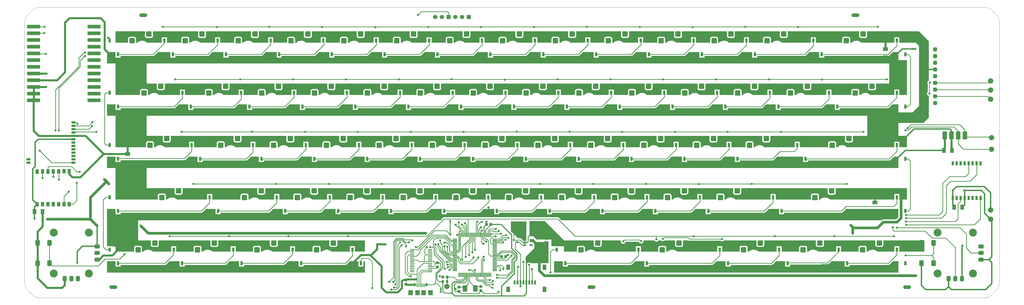
<source format=gtl>
G04 Layer_Physical_Order=1*
G04 Layer_Color=255*
%FSLAX25Y25*%
%MOIN*%
G70*
G01*
G75*
G04:AMPARAMS|DCode=10|XSize=74.8mil|YSize=53.15mil|CornerRadius=1.33mil|HoleSize=0mil|Usage=FLASHONLY|Rotation=180.000|XOffset=0mil|YOffset=0mil|HoleType=Round|Shape=RoundedRectangle|*
%AMROUNDEDRECTD10*
21,1,0.07480,0.05049,0,0,180.0*
21,1,0.07215,0.05315,0,0,180.0*
1,1,0.00266,-0.03607,0.02525*
1,1,0.00266,0.03607,0.02525*
1,1,0.00266,0.03607,-0.02525*
1,1,0.00266,-0.03607,-0.02525*
%
%ADD10ROUNDEDRECTD10*%
%ADD11R,0.03543X0.05906*%
G04:AMPARAMS|DCode=12|XSize=59.06mil|YSize=35.43mil|CornerRadius=4.43mil|HoleSize=0mil|Usage=FLASHONLY|Rotation=0.000|XOffset=0mil|YOffset=0mil|HoleType=Round|Shape=RoundedRectangle|*
%AMROUNDEDRECTD12*
21,1,0.05906,0.02658,0,0,0.0*
21,1,0.05020,0.03543,0,0,0.0*
1,1,0.00886,0.02510,-0.01329*
1,1,0.00886,-0.02510,-0.01329*
1,1,0.00886,-0.02510,0.01329*
1,1,0.00886,0.02510,0.01329*
%
%ADD12ROUNDEDRECTD12*%
%ADD13O,0.07087X0.01378*%
G04:AMPARAMS|DCode=14|XSize=74.8mil|YSize=53.15mil|CornerRadius=1.33mil|HoleSize=0mil|Usage=FLASHONLY|Rotation=90.000|XOffset=0mil|YOffset=0mil|HoleType=Round|Shape=RoundedRectangle|*
%AMROUNDEDRECTD14*
21,1,0.07480,0.05049,0,0,90.0*
21,1,0.07215,0.05315,0,0,90.0*
1,1,0.00266,0.02525,0.03607*
1,1,0.00266,0.02525,-0.03607*
1,1,0.00266,-0.02525,-0.03607*
1,1,0.00266,-0.02525,0.03607*
%
%ADD14ROUNDEDRECTD14*%
G04:AMPARAMS|DCode=15|XSize=39.37mil|YSize=37.4mil|CornerRadius=0.94mil|HoleSize=0mil|Usage=FLASHONLY|Rotation=0.000|XOffset=0mil|YOffset=0mil|HoleType=Round|Shape=RoundedRectangle|*
%AMROUNDEDRECTD15*
21,1,0.03937,0.03553,0,0,0.0*
21,1,0.03750,0.03740,0,0,0.0*
1,1,0.00187,0.01875,-0.01777*
1,1,0.00187,-0.01875,-0.01777*
1,1,0.00187,-0.01875,0.01777*
1,1,0.00187,0.01875,0.01777*
%
%ADD15ROUNDEDRECTD15*%
%ADD16R,0.04331X0.02559*%
%ADD17R,0.03543X0.06299*%
%ADD18C,0.07874*%
%ADD19R,0.19685X0.05394*%
G04:AMPARAMS|DCode=20|XSize=39.37mil|YSize=37.4mil|CornerRadius=0.94mil|HoleSize=0mil|Usage=FLASHONLY|Rotation=270.000|XOffset=0mil|YOffset=0mil|HoleType=Round|Shape=RoundedRectangle|*
%AMROUNDEDRECTD20*
21,1,0.03937,0.03553,0,0,270.0*
21,1,0.03750,0.03740,0,0,270.0*
1,1,0.00187,-0.01777,-0.01875*
1,1,0.00187,-0.01777,0.01875*
1,1,0.00187,0.01777,0.01875*
1,1,0.00187,0.01777,-0.01875*
%
%ADD20ROUNDEDRECTD20*%
%ADD21R,0.05709X0.07874*%
%ADD22R,0.03150X0.05906*%
%ADD23R,0.06693X0.09449*%
%ADD24R,0.01575X0.05315*%
%ADD25R,0.07087X0.07480*%
G04:AMPARAMS|DCode=26|XSize=39.37mil|YSize=35.43mil|CornerRadius=0.89mil|HoleSize=0mil|Usage=FLASHONLY|Rotation=270.000|XOffset=0mil|YOffset=0mil|HoleType=Round|Shape=RoundedRectangle|*
%AMROUNDEDRECTD26*
21,1,0.03937,0.03366,0,0,270.0*
21,1,0.03760,0.03543,0,0,270.0*
1,1,0.00177,-0.01683,-0.01880*
1,1,0.00177,-0.01683,0.01880*
1,1,0.00177,0.01683,0.01880*
1,1,0.00177,0.01683,-0.01880*
%
%ADD26ROUNDEDRECTD26*%
%ADD27R,0.05000X0.06890*%
%ADD28O,0.07087X0.01181*%
%ADD29O,0.01181X0.07087*%
%ADD30C,0.01969*%
%ADD31C,0.01000*%
%ADD32C,0.02953*%
%ADD33C,0.01181*%
%ADD34C,0.01575*%
%ADD35C,0.03937*%
%ADD36C,0.00394*%
%ADD37O,0.11811X0.05394*%
%ADD38C,0.06299*%
G04:AMPARAMS|DCode=39|XSize=62.99mil|YSize=62.99mil|CornerRadius=1.58mil|HoleSize=0mil|Usage=FLASHONLY|Rotation=180.000|XOffset=0mil|YOffset=0mil|HoleType=Round|Shape=RoundedRectangle|*
%AMROUNDEDRECTD39*
21,1,0.06299,0.05984,0,0,180.0*
21,1,0.05984,0.06299,0,0,180.0*
1,1,0.00315,-0.02992,0.02992*
1,1,0.00315,0.02992,0.02992*
1,1,0.00315,0.02992,-0.02992*
1,1,0.00315,-0.02992,-0.02992*
%
%ADD39ROUNDEDRECTD39*%
%ADD40O,0.03347X0.04921*%
G04:AMPARAMS|DCode=41|XSize=66.93mil|YSize=118.11mil|CornerRadius=6.69mil|HoleSize=0mil|Usage=FLASHONLY|Rotation=0.000|XOffset=0mil|YOffset=0mil|HoleType=Round|Shape=RoundedRectangle|*
%AMROUNDEDRECTD41*
21,1,0.06693,0.10472,0,0,0.0*
21,1,0.05354,0.11811,0,0,0.0*
1,1,0.01339,0.02677,-0.05236*
1,1,0.01339,-0.02677,-0.05236*
1,1,0.01339,-0.02677,0.05236*
1,1,0.01339,0.02677,0.05236*
%
%ADD41ROUNDEDRECTD41*%
G04:AMPARAMS|DCode=42|XSize=66.93mil|YSize=88.58mil|CornerRadius=16.73mil|HoleSize=0mil|Usage=FLASHONLY|Rotation=0.000|XOffset=0mil|YOffset=0mil|HoleType=Round|Shape=RoundedRectangle|*
%AMROUNDEDRECTD42*
21,1,0.06693,0.05512,0,0,0.0*
21,1,0.03347,0.08858,0,0,0.0*
1,1,0.03346,0.01673,-0.02756*
1,1,0.03346,-0.01673,-0.02756*
1,1,0.03346,-0.01673,0.02756*
1,1,0.03346,0.01673,0.02756*
%
%ADD42ROUNDEDRECTD42*%
G04:AMPARAMS|DCode=43|XSize=78.74mil|YSize=59.06mil|CornerRadius=14.76mil|HoleSize=0mil|Usage=FLASHONLY|Rotation=0.000|XOffset=0mil|YOffset=0mil|HoleType=Round|Shape=RoundedRectangle|*
%AMROUNDEDRECTD43*
21,1,0.07874,0.02953,0,0,0.0*
21,1,0.04921,0.05906,0,0,0.0*
1,1,0.02953,0.02461,-0.01476*
1,1,0.02953,-0.02461,-0.01476*
1,1,0.02953,-0.02461,0.01476*
1,1,0.02953,0.02461,0.01476*
%
%ADD43ROUNDEDRECTD43*%
G04:AMPARAMS|DCode=44|XSize=59.06mil|YSize=78.74mil|CornerRadius=14.76mil|HoleSize=0mil|Usage=FLASHONLY|Rotation=0.000|XOffset=0mil|YOffset=0mil|HoleType=Round|Shape=RoundedRectangle|*
%AMROUNDEDRECTD44*
21,1,0.05906,0.04921,0,0,0.0*
21,1,0.02953,0.07874,0,0,0.0*
1,1,0.02953,0.01476,-0.02461*
1,1,0.02953,-0.01476,-0.02461*
1,1,0.02953,-0.01476,0.02461*
1,1,0.02953,0.01476,0.02461*
%
%ADD44ROUNDEDRECTD44*%
%ADD45C,0.11811*%
G04:AMPARAMS|DCode=46|XSize=78.74mil|YSize=78.74mil|CornerRadius=9.84mil|HoleSize=0mil|Usage=FLASHONLY|Rotation=0.000|XOffset=0mil|YOffset=0mil|HoleType=Round|Shape=RoundedRectangle|*
%AMROUNDEDRECTD46*
21,1,0.07874,0.05906,0,0,0.0*
21,1,0.05906,0.07874,0,0,0.0*
1,1,0.01969,0.02953,-0.02953*
1,1,0.01969,-0.02953,-0.02953*
1,1,0.01969,-0.02953,0.02953*
1,1,0.01969,0.02953,0.02953*
%
%ADD46ROUNDEDRECTD46*%
G04:AMPARAMS|DCode=47|XSize=59.06mil|YSize=59.06mil|CornerRadius=14.76mil|HoleSize=0mil|Usage=FLASHONLY|Rotation=270.000|XOffset=0mil|YOffset=0mil|HoleType=Round|Shape=RoundedRectangle|*
%AMROUNDEDRECTD47*
21,1,0.05906,0.02953,0,0,270.0*
21,1,0.02953,0.05906,0,0,270.0*
1,1,0.02953,-0.01476,-0.01476*
1,1,0.02953,-0.01476,0.01476*
1,1,0.02953,0.01476,0.01476*
1,1,0.02953,0.01476,-0.01476*
%
%ADD47ROUNDEDRECTD47*%
%ADD48C,0.03150*%
G36*
X949177Y588366D02*
X949177Y588366D01*
X993337Y588366D01*
X993675Y587866D01*
X993600Y587303D01*
X993600Y581398D01*
X993702Y580627D01*
X993999Y579909D01*
X994473Y579292D01*
X995090Y578818D01*
X995808Y578521D01*
X996579Y578419D01*
X1002484Y578419D01*
X1003255Y578521D01*
X1003973Y578818D01*
X1004590Y579292D01*
X1005064Y579909D01*
X1005361Y580627D01*
X1005462Y581398D01*
X1005462Y587303D01*
X1005388Y587866D01*
X1005726Y588366D01*
X1033733Y588366D01*
X1034011Y587950D01*
X1033914Y587716D01*
X1033792Y586791D01*
X1033914Y585866D01*
X1034271Y585004D01*
X1034839Y584264D01*
X1035579Y583696D01*
X1036441Y583339D01*
X1037366Y583217D01*
X1038291Y583339D01*
X1039153Y583696D01*
X1039893Y584264D01*
X1040461Y585004D01*
X1040818Y585866D01*
X1040868Y586243D01*
X1060693Y586243D01*
X1061043Y585398D01*
X1061611Y584658D01*
X1062351Y584090D01*
X1063213Y583733D01*
X1064138Y583611D01*
X1065063Y583733D01*
X1065925Y584090D01*
X1066665Y584658D01*
X1067233Y585398D01*
X1067590Y586260D01*
X1067712Y587185D01*
X1067622Y587866D01*
X1067975Y588366D01*
X1083790Y588366D01*
X1083877Y588154D01*
X1084445Y587414D01*
X1085186Y586846D01*
X1086047Y586489D01*
X1086972Y586367D01*
X1087897Y586489D01*
X1088759Y586846D01*
X1089499Y587414D01*
X1090067Y588154D01*
X1090155Y588366D01*
X1093768Y588366D01*
X1093894Y588201D01*
X1094634Y587633D01*
X1095496Y587276D01*
X1096421Y587154D01*
X1097346Y587276D01*
X1098208Y587633D01*
X1098948Y588201D01*
X1099075Y588366D01*
X1114400Y588366D01*
X1114738Y587866D01*
X1114664Y587303D01*
X1114664Y581398D01*
X1114765Y580627D01*
X1115063Y579909D01*
X1115536Y579292D01*
X1116153Y578818D01*
X1116871Y578521D01*
X1117642Y578419D01*
X1123547Y578419D01*
X1124318Y578521D01*
X1125036Y578818D01*
X1125653Y579292D01*
X1126126Y579909D01*
X1126424Y580627D01*
X1126525Y581398D01*
X1126525Y587303D01*
X1126451Y587866D01*
X1126789Y588366D01*
X1134475Y588366D01*
X1135009Y588009D01*
X1135972Y587818D01*
X1135972Y587818D01*
X1182075Y587818D01*
X1182083Y587808D01*
X1182823Y587240D01*
X1183685Y586883D01*
X1184610Y586761D01*
X1185535Y586883D01*
X1186397Y587240D01*
X1187137Y587808D01*
X1187566Y588366D01*
X1235463Y588366D01*
X1235801Y587866D01*
X1235727Y587303D01*
X1235727Y581398D01*
X1235828Y580627D01*
X1236125Y579909D01*
X1236599Y579292D01*
X1237216Y578818D01*
X1237934Y578521D01*
X1238705Y578419D01*
X1244610Y578419D01*
X1245381Y578521D01*
X1246099Y578818D01*
X1246716Y579292D01*
X1247190Y579909D01*
X1247487Y580627D01*
X1247589Y581398D01*
X1247589Y587303D01*
X1247514Y587866D01*
X1247852Y588366D01*
X1324046Y588366D01*
X1324383Y587866D01*
X1324309Y587303D01*
X1324309Y581398D01*
X1324411Y580627D01*
X1324708Y579909D01*
X1325181Y579292D01*
X1325798Y578818D01*
X1326517Y578521D01*
X1327287Y578419D01*
X1333193Y578419D01*
X1333964Y578521D01*
X1334682Y578818D01*
X1335299Y579292D01*
X1335772Y579909D01*
X1336070Y580627D01*
X1336171Y581398D01*
X1336171Y587303D01*
X1336097Y587866D01*
X1336434Y588366D01*
X1412629Y588366D01*
X1412966Y587866D01*
X1412892Y587303D01*
X1412892Y581398D01*
X1412993Y580627D01*
X1413291Y579909D01*
X1413764Y579292D01*
X1414381Y578818D01*
X1415099Y578521D01*
X1415870Y578419D01*
X1421776Y578419D01*
X1422546Y578521D01*
X1423265Y578818D01*
X1423882Y579292D01*
X1424355Y579909D01*
X1424652Y580627D01*
X1424754Y581398D01*
X1424754Y587303D01*
X1424680Y587866D01*
X1425017Y588366D01*
X1485791Y588366D01*
X1485791Y571437D01*
X1448626Y571437D01*
X1448626Y579508D01*
X1441146Y579508D01*
X1441146Y571437D01*
X1415994Y571437D01*
X1415956Y571484D01*
X1414427Y572738D01*
X1412683Y573670D01*
X1410791Y574244D01*
X1408823Y574438D01*
X1406855Y574244D01*
X1404962Y573670D01*
X1403218Y572738D01*
X1401690Y571484D01*
X1401651Y571437D01*
X1399754Y571437D01*
X1399754Y577303D01*
X1399652Y578074D01*
X1399355Y578792D01*
X1398882Y579409D01*
X1398265Y579882D01*
X1397546Y580180D01*
X1396776Y580281D01*
X1390870Y580281D01*
X1390099Y580180D01*
X1389381Y579882D01*
X1388764Y579409D01*
X1388291Y578792D01*
X1387993Y578074D01*
X1387892Y577303D01*
X1387892Y571437D01*
X1362012Y571437D01*
X1362012Y579508D01*
X1354531Y579508D01*
X1354531Y571437D01*
X1327412Y571437D01*
X1327373Y571484D01*
X1325845Y572738D01*
X1324101Y573670D01*
X1322208Y574244D01*
X1320240Y574438D01*
X1318272Y574244D01*
X1316380Y573670D01*
X1314636Y572738D01*
X1313107Y571484D01*
X1313069Y571437D01*
X1311171Y571437D01*
X1311171Y577303D01*
X1311070Y578074D01*
X1310772Y578792D01*
X1310299Y579409D01*
X1309682Y579882D01*
X1308964Y580180D01*
X1308193Y580281D01*
X1302287Y580281D01*
X1301517Y580180D01*
X1300798Y579882D01*
X1300181Y579409D01*
X1299708Y578792D01*
X1299411Y578074D01*
X1299309Y577303D01*
X1299309Y571437D01*
X1273429Y571437D01*
X1273429Y579508D01*
X1265949Y579508D01*
X1265949Y571437D01*
X1238829Y571437D01*
X1238791Y571484D01*
X1237262Y572738D01*
X1235518Y573670D01*
X1233626Y574244D01*
X1231658Y574438D01*
X1229689Y574244D01*
X1227797Y573670D01*
X1226053Y572738D01*
X1224524Y571484D01*
X1224486Y571437D01*
X1222589Y571437D01*
X1222589Y577303D01*
X1222487Y578074D01*
X1222190Y578792D01*
X1221716Y579409D01*
X1221099Y579882D01*
X1220381Y580180D01*
X1219610Y580281D01*
X1213705Y580281D01*
X1212934Y580180D01*
X1212216Y579882D01*
X1211599Y579409D01*
X1211125Y578792D01*
X1210828Y578074D01*
X1210727Y577303D01*
X1210727Y571437D01*
X1184846Y571437D01*
X1184846Y579508D01*
X1177366Y579508D01*
X1177366Y571437D01*
X1117766Y571437D01*
X1117728Y571484D01*
X1116199Y572738D01*
X1114455Y573670D01*
X1112563Y574244D01*
X1110594Y574438D01*
X1108626Y574244D01*
X1106734Y573670D01*
X1104990Y572738D01*
X1103461Y571484D01*
X1103423Y571437D01*
X1101525Y571437D01*
X1101525Y577303D01*
X1101424Y578074D01*
X1101126Y578792D01*
X1100653Y579409D01*
X1100036Y579882D01*
X1099318Y580180D01*
X1098547Y580281D01*
X1092642Y580281D01*
X1091871Y580180D01*
X1091153Y579882D01*
X1090536Y579409D01*
X1090063Y578792D01*
X1089765Y578074D01*
X1089664Y577303D01*
X1089664Y571437D01*
X1063783Y571437D01*
X1063783Y579508D01*
X1056303Y579508D01*
X1056303Y571437D01*
X996703Y571437D01*
X996665Y571484D01*
X995136Y572738D01*
X993392Y573670D01*
X991500Y574244D01*
X989532Y574438D01*
X987563Y574244D01*
X985671Y573670D01*
X983927Y572738D01*
X982398Y571484D01*
X982360Y571437D01*
X980462Y571437D01*
X980462Y577303D01*
X980361Y578074D01*
X980064Y578792D01*
X979590Y579409D01*
X978973Y579882D01*
X978255Y580180D01*
X977484Y580281D01*
X971579Y580281D01*
X970808Y580180D01*
X970090Y579882D01*
X969473Y579409D01*
X968999Y578792D01*
X968702Y578074D01*
X968600Y577303D01*
X968600Y571437D01*
X949177Y571437D01*
X949177Y579705D01*
X930673Y579705D01*
X930673Y589547D01*
X908626Y589547D01*
X903508Y594665D01*
X897996Y594665D01*
X897996Y617106D01*
X920437Y617106D01*
X949177Y588366D01*
X949177Y588366D02*
G37*
G36*
X893272Y601752D02*
X893272Y588071D01*
X888465Y588071D01*
X885996Y590540D01*
X885180Y591085D01*
X884216Y591277D01*
X884062Y591277D01*
X883823Y591516D01*
X880673Y591516D01*
X870043Y602146D01*
X870043Y610020D01*
X870043Y616713D01*
X893272Y616713D01*
X893272Y601752D01*
X893272Y601752D02*
G37*
G36*
X908232Y586004D02*
X919650Y586004D01*
X920437Y586791D01*
X926342Y586791D01*
X926342Y579705D01*
X926342Y554114D01*
X899862Y554114D01*
X899736Y554279D01*
X898996Y554847D01*
X898134Y555204D01*
X897209Y555326D01*
X896284Y555204D01*
X895422Y554847D01*
X894681Y554279D01*
X894555Y554114D01*
X892431Y554114D01*
X892168Y554614D01*
X892393Y555158D01*
X892515Y556083D01*
X892393Y557008D01*
X892091Y557738D01*
X892091Y563957D01*
X905083Y576949D01*
X905083Y582067D01*
X905083Y583248D01*
X904492Y583839D01*
X904492Y584331D01*
X904000Y584331D01*
X902327Y586004D01*
X898936Y586004D01*
X898606Y586380D01*
X898609Y586398D01*
X898609Y590335D01*
X903902Y590335D01*
X908232Y586004D01*
X908232Y586004D02*
G37*
G36*
X281618Y557264D02*
X281618Y549193D01*
X289098Y549193D01*
X289098Y551597D01*
X355083Y551597D01*
X356046Y551789D01*
X356862Y552334D01*
X361792Y557264D01*
X376894Y557264D01*
X376894Y549193D01*
X384374Y549193D01*
X384374Y551597D01*
X444846Y551597D01*
X445810Y551789D01*
X446626Y552334D01*
X451555Y557264D01*
X465476Y557264D01*
X465476Y549193D01*
X472957Y549193D01*
X472957Y551597D01*
X531854Y551597D01*
X532818Y551789D01*
X533634Y552334D01*
X538563Y557264D01*
X554059Y557264D01*
X554059Y549193D01*
X561539Y549193D01*
X561539Y551597D01*
X623587Y551597D01*
X624550Y551789D01*
X625366Y552334D01*
X630296Y557264D01*
X643035Y557264D01*
X643035Y549193D01*
X650516Y549193D01*
X650516Y557264D01*
X652720Y557264D01*
X652720Y540335D01*
X268941Y540335D01*
X268941Y557264D01*
X274846Y557264D01*
X281618Y557264D01*
X281618Y557264D02*
G37*
G36*
X1447287Y540335D02*
X934610Y540335D01*
X934610Y557264D01*
X947366Y557264D01*
X947366Y549193D01*
X954846Y549193D01*
X954846Y551597D01*
X1048390Y551597D01*
X1049353Y551789D01*
X1050169Y552334D01*
X1055099Y557264D01*
X1068823Y557264D01*
X1068823Y549193D01*
X1076303Y549193D01*
X1076303Y551597D01*
X1169650Y551597D01*
X1170613Y551789D01*
X1171429Y552334D01*
X1176359Y557264D01*
X1189886Y557264D01*
X1189886Y549193D01*
X1197366Y549193D01*
X1197366Y551597D01*
X1258232Y551597D01*
X1259195Y551789D01*
X1260012Y552334D01*
X1264941Y557264D01*
X1278469Y557264D01*
X1278469Y549193D01*
X1285949Y549193D01*
X1285949Y552385D01*
X1341697Y552385D01*
X1342660Y552576D01*
X1343476Y553122D01*
X1347618Y557264D01*
X1367051Y557264D01*
X1367051Y549193D01*
X1374531Y549193D01*
X1374531Y551597D01*
X1432248Y551597D01*
X1433211Y551789D01*
X1434028Y552334D01*
X1438957Y557264D01*
X1447287Y557264D01*
X1447287Y540335D01*
X1447287Y540335D02*
G37*
G36*
X1447175Y623082D02*
X1443595Y619502D01*
X1424768Y619502D01*
X1423740Y619367D01*
X1422782Y618970D01*
X1421960Y618339D01*
X1421908Y618287D01*
X945650Y618287D01*
X941902Y622036D01*
X941085Y622581D01*
X940122Y622773D01*
X770665Y622773D01*
X769702Y622581D01*
X768886Y622036D01*
X765137Y618287D01*
X315319Y618287D01*
X315319Y610645D01*
X315288Y610413D01*
X315319Y610181D01*
X315319Y588366D01*
X333888Y588366D01*
X334226Y587866D01*
X334152Y587303D01*
X334152Y581398D01*
X334253Y580627D01*
X334551Y579909D01*
X335024Y579292D01*
X335641Y578818D01*
X336359Y578521D01*
X337130Y578419D01*
X343035Y578419D01*
X343806Y578521D01*
X344525Y578818D01*
X345141Y579292D01*
X345615Y579909D01*
X345912Y580627D01*
X346014Y581398D01*
X346014Y587303D01*
X345939Y587866D01*
X346277Y588366D01*
X422471Y588366D01*
X422809Y587866D01*
X422734Y587303D01*
X422734Y581398D01*
X422836Y580627D01*
X423133Y579909D01*
X423607Y579292D01*
X424224Y578818D01*
X424942Y578521D01*
X425713Y578419D01*
X431618Y578419D01*
X432389Y578521D01*
X433107Y578818D01*
X433724Y579292D01*
X434197Y579909D01*
X434495Y580627D01*
X434596Y581398D01*
X434596Y587303D01*
X434522Y587866D01*
X434860Y588366D01*
X511054Y588366D01*
X511391Y587866D01*
X511317Y587303D01*
X511317Y581398D01*
X511418Y580627D01*
X511716Y579909D01*
X512189Y579292D01*
X512806Y578818D01*
X513524Y578521D01*
X514295Y578419D01*
X520201Y578419D01*
X520972Y578521D01*
X521690Y578818D01*
X522307Y579292D01*
X522780Y579909D01*
X523077Y580627D01*
X523179Y581398D01*
X523179Y587303D01*
X523105Y587866D01*
X523442Y588366D01*
X599637Y588366D01*
X599974Y587866D01*
X599900Y587303D01*
X599900Y581398D01*
X600001Y580627D01*
X600299Y579909D01*
X600772Y579292D01*
X601389Y578818D01*
X602107Y578521D01*
X602878Y578419D01*
X608783Y578419D01*
X609554Y578521D01*
X610273Y578818D01*
X610889Y579292D01*
X611363Y579909D01*
X611660Y580627D01*
X611762Y581398D01*
X611762Y587303D01*
X611688Y587866D01*
X612025Y588366D01*
X652720Y588366D01*
X652720Y571437D01*
X637996Y571437D01*
X637996Y579508D01*
X630516Y579508D01*
X630516Y571437D01*
X603002Y571437D01*
X602964Y571484D01*
X601435Y572738D01*
X599691Y573670D01*
X597799Y574244D01*
X595831Y574438D01*
X593863Y574244D01*
X591970Y573670D01*
X590226Y572738D01*
X588697Y571484D01*
X588659Y571437D01*
X586762Y571437D01*
X586762Y577303D01*
X586660Y578074D01*
X586363Y578792D01*
X585889Y579409D01*
X585273Y579882D01*
X584554Y580180D01*
X583783Y580281D01*
X577878Y580281D01*
X577107Y580180D01*
X576389Y579882D01*
X575772Y579409D01*
X575299Y578792D01*
X575001Y578074D01*
X574900Y577303D01*
X574900Y571437D01*
X549020Y571437D01*
X549020Y579508D01*
X541539Y579508D01*
X541539Y571437D01*
X514420Y571437D01*
X514381Y571484D01*
X512853Y572738D01*
X511108Y573670D01*
X509216Y574244D01*
X507248Y574438D01*
X505280Y574244D01*
X503387Y573670D01*
X501644Y572738D01*
X500115Y571484D01*
X500076Y571437D01*
X498179Y571437D01*
X498179Y577303D01*
X498077Y578074D01*
X497780Y578792D01*
X497307Y579409D01*
X496690Y579882D01*
X495972Y580180D01*
X495201Y580281D01*
X489295Y580281D01*
X488524Y580180D01*
X487806Y579882D01*
X487189Y579409D01*
X486716Y578792D01*
X486418Y578074D01*
X486317Y577303D01*
X486317Y571437D01*
X460437Y571437D01*
X460437Y579508D01*
X452957Y579508D01*
X452957Y571437D01*
X425837Y571437D01*
X425799Y571484D01*
X424270Y572738D01*
X422526Y573670D01*
X420633Y574244D01*
X418665Y574438D01*
X416697Y574244D01*
X414805Y573670D01*
X413061Y572738D01*
X411532Y571484D01*
X411494Y571437D01*
X409596Y571437D01*
X409596Y577303D01*
X409495Y578074D01*
X409197Y578792D01*
X408724Y579409D01*
X408107Y579882D01*
X407389Y580180D01*
X406618Y580281D01*
X400713Y580281D01*
X399942Y580180D01*
X399223Y579882D01*
X398607Y579409D01*
X398133Y578792D01*
X397836Y578074D01*
X397734Y577303D01*
X397734Y571437D01*
X371854Y571437D01*
X371854Y579508D01*
X364374Y579508D01*
X364374Y571437D01*
X337254Y571437D01*
X337216Y571484D01*
X335687Y572738D01*
X333943Y573670D01*
X332051Y574244D01*
X330083Y574438D01*
X328115Y574244D01*
X326222Y573670D01*
X324478Y572738D01*
X322949Y571484D01*
X322911Y571437D01*
X321014Y571437D01*
X321014Y577303D01*
X320912Y578074D01*
X320615Y578792D01*
X320141Y579409D01*
X319525Y579882D01*
X318806Y580180D01*
X318035Y580281D01*
X312130Y580281D01*
X311359Y580180D01*
X310641Y579882D01*
X310024Y579409D01*
X309551Y578792D01*
X309253Y578074D01*
X309152Y577303D01*
X309152Y571437D01*
X287366Y571437D01*
X281461Y571437D01*
X281461Y579114D01*
X276579Y579114D01*
X276579Y579508D01*
X269098Y579508D01*
X268862Y579910D01*
X268862Y583051D01*
X268862Y622028D01*
X268941Y622028D01*
X268941Y635217D01*
X281618Y635217D01*
X281618Y627146D01*
X289098Y627146D01*
X289098Y629550D01*
X409413Y629550D01*
X410377Y629742D01*
X411193Y630287D01*
X416122Y635217D01*
X430437Y635217D01*
X430437Y627146D01*
X437917Y627146D01*
X437917Y629550D01*
X509413Y629550D01*
X510377Y629742D01*
X511193Y630287D01*
X516122Y635217D01*
X530437Y635217D01*
X530437Y627146D01*
X537917Y627146D01*
X537917Y629550D01*
X586639Y629550D01*
X587602Y629742D01*
X588418Y630287D01*
X593348Y635217D01*
X609177Y635217D01*
X609177Y627146D01*
X616657Y627146D01*
X616657Y629550D01*
X665379Y629550D01*
X666342Y629742D01*
X667159Y630287D01*
X672088Y635217D01*
X687917Y635217D01*
X687917Y627146D01*
X695398Y627146D01*
X695398Y629550D01*
X744119Y629550D01*
X745082Y629742D01*
X745899Y630287D01*
X750828Y635217D01*
X767051Y635217D01*
X767051Y627146D01*
X774532Y627146D01*
X774532Y629550D01*
X823253Y629550D01*
X824216Y629742D01*
X825033Y630287D01*
X829962Y635217D01*
X845398Y635217D01*
X845398Y627146D01*
X852878Y627146D01*
X852878Y629550D01*
X901599Y629550D01*
X902563Y629742D01*
X903379Y630287D01*
X908308Y635217D01*
X924138Y635217D01*
X924138Y627146D01*
X931618Y627146D01*
X931618Y629550D01*
X980340Y629550D01*
X981303Y629742D01*
X982119Y630287D01*
X987049Y635217D01*
X1002878Y635217D01*
X1002878Y627146D01*
X1010358Y627146D01*
X1010358Y629550D01*
X1059080Y629550D01*
X1060043Y629742D01*
X1060859Y630287D01*
X1065789Y635217D01*
X1081618Y635217D01*
X1081618Y627146D01*
X1089098Y627146D01*
X1089098Y629550D01*
X1137820Y629550D01*
X1138783Y629742D01*
X1139600Y630287D01*
X1144529Y635217D01*
X1160358Y635217D01*
X1160358Y627146D01*
X1167839Y627146D01*
X1167839Y629550D01*
X1247602Y629550D01*
X1248565Y629742D01*
X1249382Y630287D01*
X1254311Y635217D01*
X1269413Y635217D01*
X1269413Y627146D01*
X1276894Y627146D01*
X1276894Y629550D01*
X1362563Y629550D01*
X1363526Y629742D01*
X1364343Y630287D01*
X1369272Y635217D01*
X1447175Y635217D01*
X1447175Y623082D01*
X1447175Y623082D02*
G37*
G36*
X1447287Y857067D02*
X1459807Y857067D01*
X1459807Y814153D01*
X1459807Y814153D01*
X1459807Y805295D01*
X1448626Y805295D01*
X1448626Y813366D01*
X1441146Y813366D01*
X1441146Y805295D01*
X1405168Y805295D01*
X1405129Y805342D01*
X1403601Y806596D01*
X1401857Y807529D01*
X1399964Y808103D01*
X1397996Y808297D01*
X1396028Y808103D01*
X1394136Y807529D01*
X1392391Y806596D01*
X1390863Y805342D01*
X1390825Y805295D01*
X1388927Y805295D01*
X1388927Y811161D01*
X1388826Y811932D01*
X1388528Y812650D01*
X1388055Y813267D01*
X1387438Y813741D01*
X1386720Y814038D01*
X1385949Y814140D01*
X1380043Y814140D01*
X1379272Y814038D01*
X1378554Y813741D01*
X1377937Y813267D01*
X1377464Y812650D01*
X1377167Y811932D01*
X1377065Y811161D01*
X1377065Y805295D01*
X1347445Y805295D01*
X1347445Y813366D01*
X1339965Y813366D01*
X1339965Y805295D01*
X1308711Y805295D01*
X1308673Y805342D01*
X1307144Y806596D01*
X1305400Y807529D01*
X1303508Y808103D01*
X1301539Y808297D01*
X1299571Y808103D01*
X1297679Y807529D01*
X1295935Y806596D01*
X1294406Y805342D01*
X1294368Y805295D01*
X1292470Y805295D01*
X1292470Y811161D01*
X1292369Y811932D01*
X1292071Y812650D01*
X1291598Y813267D01*
X1290981Y813741D01*
X1290263Y814038D01*
X1289492Y814140D01*
X1283587Y814140D01*
X1282816Y814038D01*
X1282098Y813741D01*
X1281481Y813267D01*
X1281007Y812650D01*
X1280710Y811932D01*
X1280608Y811161D01*
X1280608Y805295D01*
X1259650Y805295D01*
X1259650Y813366D01*
X1252169Y813366D01*
X1252169Y805295D01*
X1229971Y805295D01*
X1229932Y805342D01*
X1228404Y806596D01*
X1226660Y807529D01*
X1224767Y808103D01*
X1222799Y808297D01*
X1220831Y808103D01*
X1218939Y807529D01*
X1217195Y806596D01*
X1215666Y805342D01*
X1215628Y805295D01*
X1213730Y805295D01*
X1213730Y811161D01*
X1213629Y811932D01*
X1213331Y812650D01*
X1212858Y813267D01*
X1212241Y813741D01*
X1211523Y814038D01*
X1210752Y814140D01*
X1204846Y814140D01*
X1204076Y814038D01*
X1203357Y813741D01*
X1202740Y813267D01*
X1202267Y812650D01*
X1201970Y811932D01*
X1201868Y811161D01*
X1201868Y805295D01*
X1180909Y805295D01*
X1180909Y813366D01*
X1173429Y813366D01*
X1173429Y805295D01*
X1151231Y805295D01*
X1151192Y805342D01*
X1149664Y806596D01*
X1147920Y807529D01*
X1146027Y808103D01*
X1144059Y808297D01*
X1142091Y808103D01*
X1140199Y807529D01*
X1138455Y806596D01*
X1136926Y805342D01*
X1136888Y805295D01*
X1134990Y805295D01*
X1134990Y811161D01*
X1134889Y811932D01*
X1134591Y812650D01*
X1134118Y813267D01*
X1133501Y813741D01*
X1132783Y814038D01*
X1132012Y814140D01*
X1126106Y814140D01*
X1125336Y814038D01*
X1124617Y813741D01*
X1124000Y813267D01*
X1123527Y812650D01*
X1123230Y811932D01*
X1123128Y811161D01*
X1123128Y805295D01*
X1102169Y805295D01*
X1102169Y813366D01*
X1094689Y813366D01*
X1094689Y805295D01*
X1072490Y805295D01*
X1072452Y805342D01*
X1070923Y806596D01*
X1069179Y807529D01*
X1067287Y808103D01*
X1065319Y808297D01*
X1063351Y808103D01*
X1061458Y807529D01*
X1059714Y806596D01*
X1058186Y805342D01*
X1058147Y805295D01*
X1056250Y805295D01*
X1056250Y811161D01*
X1056148Y811932D01*
X1055851Y812650D01*
X1055378Y813267D01*
X1054761Y813741D01*
X1054042Y814038D01*
X1053272Y814140D01*
X1047366Y814140D01*
X1046595Y814038D01*
X1045877Y813741D01*
X1045260Y813267D01*
X1044787Y812650D01*
X1044489Y811932D01*
X1044388Y811161D01*
X1044388Y805295D01*
X1023429Y805295D01*
X1023429Y813366D01*
X1015949Y813366D01*
X1015949Y805295D01*
X993750Y805295D01*
X993712Y805342D01*
X992183Y806596D01*
X990439Y807529D01*
X988547Y808103D01*
X986579Y808297D01*
X984611Y808103D01*
X982718Y807529D01*
X980974Y806596D01*
X979445Y805342D01*
X979407Y805295D01*
X977510Y805295D01*
X977510Y811161D01*
X977408Y811932D01*
X977111Y812650D01*
X976637Y813267D01*
X976021Y813741D01*
X975302Y814038D01*
X974531Y814140D01*
X968626Y814140D01*
X967855Y814038D01*
X967137Y813741D01*
X966520Y813267D01*
X966047Y812650D01*
X965749Y811932D01*
X965648Y811161D01*
X965648Y805295D01*
X944689Y805295D01*
X944689Y813366D01*
X937209Y813366D01*
X937209Y805295D01*
X915010Y805295D01*
X914972Y805342D01*
X913443Y806596D01*
X911699Y807529D01*
X909807Y808103D01*
X907839Y808297D01*
X905871Y808103D01*
X903978Y807529D01*
X902234Y806596D01*
X900705Y805342D01*
X900667Y805295D01*
X898770Y805295D01*
X898770Y811161D01*
X898668Y811932D01*
X898371Y812650D01*
X897897Y813267D01*
X897281Y813741D01*
X896562Y814038D01*
X895791Y814140D01*
X889886Y814140D01*
X889115Y814038D01*
X888397Y813741D01*
X887780Y813267D01*
X887307Y812650D01*
X887009Y811932D01*
X886908Y811161D01*
X886908Y805295D01*
X865949Y805295D01*
X865949Y813366D01*
X858469Y813366D01*
X858469Y805295D01*
X836270Y805295D01*
X836232Y805342D01*
X834703Y806596D01*
X832959Y807529D01*
X831067Y808103D01*
X829098Y808297D01*
X827130Y808103D01*
X825238Y807529D01*
X823494Y806596D01*
X821965Y805342D01*
X821927Y805295D01*
X820029Y805295D01*
X820029Y811161D01*
X819928Y811932D01*
X819630Y812650D01*
X819157Y813267D01*
X818540Y813741D01*
X817822Y814038D01*
X817051Y814140D01*
X811146Y814140D01*
X810375Y814038D01*
X809657Y813741D01*
X809040Y813267D01*
X808566Y812650D01*
X808269Y811932D01*
X808167Y811161D01*
X808167Y805295D01*
X787209Y805295D01*
X787209Y813366D01*
X779728Y813366D01*
X779728Y805295D01*
X757530Y805295D01*
X757491Y805342D01*
X755963Y806596D01*
X754219Y807529D01*
X752326Y808103D01*
X750358Y808297D01*
X748390Y808103D01*
X746498Y807529D01*
X744754Y806596D01*
X743225Y805342D01*
X743187Y805295D01*
X741289Y805295D01*
X741289Y811161D01*
X741188Y811932D01*
X740890Y812650D01*
X740417Y813267D01*
X739800Y813741D01*
X739082Y814038D01*
X738311Y814140D01*
X732406Y814140D01*
X731635Y814038D01*
X730916Y813741D01*
X730300Y813267D01*
X729826Y812650D01*
X729529Y811932D01*
X729427Y811161D01*
X729427Y805295D01*
X708862Y805295D01*
X708862Y813366D01*
X701382Y813366D01*
X701382Y805295D01*
X678790Y805295D01*
X678751Y805342D01*
X677223Y806596D01*
X675479Y807529D01*
X673586Y808103D01*
X671618Y808297D01*
X669650Y808103D01*
X667758Y807529D01*
X666014Y806596D01*
X664485Y805342D01*
X664447Y805295D01*
X662549Y805295D01*
X662549Y811161D01*
X662448Y811932D01*
X662150Y812650D01*
X661677Y813267D01*
X661060Y813741D01*
X660342Y814038D01*
X659571Y814140D01*
X653665Y814140D01*
X652894Y814038D01*
X652176Y813741D01*
X651559Y813267D01*
X651086Y812650D01*
X650789Y811932D01*
X650687Y811161D01*
X650687Y805295D01*
X629728Y805295D01*
X629728Y813366D01*
X622248Y813366D01*
X622248Y805295D01*
X600049Y805295D01*
X600011Y805342D01*
X598483Y806596D01*
X596738Y807529D01*
X594846Y808103D01*
X592878Y808297D01*
X590910Y808103D01*
X589017Y807529D01*
X587273Y806596D01*
X585745Y805342D01*
X585706Y805295D01*
X583809Y805295D01*
X583809Y811161D01*
X583707Y811932D01*
X583410Y812650D01*
X582937Y813267D01*
X582320Y813741D01*
X581601Y814038D01*
X580831Y814140D01*
X574925Y814140D01*
X574154Y814038D01*
X573436Y813741D01*
X572819Y813267D01*
X572346Y812650D01*
X572048Y811932D01*
X571947Y811161D01*
X571947Y805295D01*
X550988Y805295D01*
X550988Y813366D01*
X543508Y813366D01*
X543508Y805295D01*
X521309Y805295D01*
X521271Y805342D01*
X519742Y806596D01*
X517998Y807529D01*
X516106Y808103D01*
X514138Y808297D01*
X512170Y808103D01*
X510277Y807529D01*
X508533Y806596D01*
X507004Y805342D01*
X506966Y805295D01*
X505069Y805295D01*
X505069Y811161D01*
X504967Y811932D01*
X504670Y812650D01*
X504197Y813267D01*
X503580Y813741D01*
X502861Y814038D01*
X502091Y814140D01*
X496185Y814140D01*
X495414Y814038D01*
X494696Y813741D01*
X494079Y813267D01*
X493606Y812650D01*
X493308Y811932D01*
X493207Y811161D01*
X493207Y805295D01*
X472248Y805295D01*
X472248Y813366D01*
X464768Y813366D01*
X464768Y805295D01*
X442569Y805295D01*
X442531Y805342D01*
X441002Y806596D01*
X439258Y807529D01*
X437366Y808103D01*
X435398Y808297D01*
X433430Y808103D01*
X431537Y807529D01*
X429793Y806596D01*
X428264Y805342D01*
X428226Y805295D01*
X426329Y805295D01*
X426329Y811161D01*
X426227Y811932D01*
X425930Y812650D01*
X425456Y813267D01*
X424839Y813741D01*
X424121Y814038D01*
X423350Y814140D01*
X417445Y814140D01*
X416674Y814038D01*
X415956Y813741D01*
X415339Y813267D01*
X414866Y812650D01*
X414568Y811932D01*
X414467Y811161D01*
X414467Y805295D01*
X384846Y805295D01*
X384846Y813366D01*
X377366Y813366D01*
X377366Y805295D01*
X346112Y805295D01*
X346074Y805342D01*
X344546Y806596D01*
X342801Y807529D01*
X340909Y808103D01*
X338941Y808297D01*
X336973Y808103D01*
X335081Y807529D01*
X333336Y806596D01*
X331808Y805342D01*
X331769Y805295D01*
X329872Y805295D01*
X329872Y811161D01*
X329770Y811932D01*
X329473Y812650D01*
X329000Y813267D01*
X328383Y813741D01*
X327664Y814038D01*
X326894Y814140D01*
X320988Y814140D01*
X320217Y814038D01*
X319499Y813741D01*
X318882Y813267D01*
X318656Y812973D01*
X318409Y812650D01*
X318111Y811932D01*
X318010Y811161D01*
X318010Y805295D01*
X281461Y805295D01*
X281461Y822224D01*
X281461Y822224D01*
X281461Y852146D01*
X268941Y852146D01*
X268941Y869075D01*
X281618Y869075D01*
X281618Y861004D01*
X289098Y861004D01*
X289098Y863408D01*
X337820Y863408D01*
X338783Y863600D01*
X339600Y864145D01*
X344529Y869075D01*
X363114Y869075D01*
X363114Y861004D01*
X370595Y861004D01*
X370595Y863408D01*
X419316Y863408D01*
X420279Y863600D01*
X421096Y864145D01*
X426025Y869075D01*
X442248Y869075D01*
X442248Y861004D01*
X449728Y861004D01*
X449728Y863408D01*
X498450Y863408D01*
X499413Y863600D01*
X500230Y864145D01*
X505159Y869075D01*
X521382Y869075D01*
X521382Y861004D01*
X528862Y861004D01*
X528862Y863408D01*
X577584Y863408D01*
X578547Y863600D01*
X579363Y864145D01*
X584293Y869075D01*
X599728Y869075D01*
X599728Y861004D01*
X607209Y861004D01*
X607209Y863408D01*
X655930Y863408D01*
X656893Y863600D01*
X657710Y864145D01*
X662639Y869075D01*
X678469Y869075D01*
X678469Y861004D01*
X685949Y861004D01*
X685949Y863408D01*
X734670Y863408D01*
X735633Y863600D01*
X736450Y864145D01*
X741379Y869075D01*
X757209Y869075D01*
X757209Y861004D01*
X764689Y861004D01*
X764689Y863408D01*
X813410Y863408D01*
X814374Y863600D01*
X815190Y864145D01*
X820119Y869075D01*
X835949Y869075D01*
X835949Y861004D01*
X843429Y861004D01*
X843429Y863408D01*
X892151Y863408D01*
X893114Y863600D01*
X893930Y864145D01*
X898860Y869075D01*
X914689Y869075D01*
X914689Y861004D01*
X922169Y861004D01*
X922169Y863408D01*
X970891Y863408D01*
X971854Y863600D01*
X972670Y864145D01*
X977600Y869075D01*
X993429Y869075D01*
X993429Y861004D01*
X1000909Y861004D01*
X1000909Y863408D01*
X1049631Y863408D01*
X1050594Y863600D01*
X1051411Y864145D01*
X1056340Y869075D01*
X1072169Y869075D01*
X1072169Y861004D01*
X1079650Y861004D01*
X1079650Y863408D01*
X1128371Y863408D01*
X1129334Y863600D01*
X1130151Y864145D01*
X1135080Y869075D01*
X1150910Y869075D01*
X1150910Y861004D01*
X1158390Y861004D01*
X1158390Y863408D01*
X1207111Y863408D01*
X1208074Y863600D01*
X1208891Y864145D01*
X1213820Y869075D01*
X1229650Y869075D01*
X1229650Y861004D01*
X1237130Y861004D01*
X1237130Y863408D01*
X1307839Y863408D01*
X1308802Y863600D01*
X1309618Y864145D01*
X1314548Y869075D01*
X1329256Y869075D01*
X1329256Y861004D01*
X1336736Y861004D01*
X1336736Y863408D01*
X1432248Y863408D01*
X1433211Y863600D01*
X1434028Y864145D01*
X1438957Y869075D01*
X1447287Y869075D01*
X1447287Y857067D01*
X1447287Y857067D02*
G37*
G36*
X1492484Y885610D02*
X1492484Y826982D01*
X1492272Y826894D01*
X1491532Y826326D01*
X1490964Y825586D01*
X1490607Y824724D01*
X1490485Y823799D01*
X1490607Y822874D01*
X1490755Y822517D01*
X1490755Y809799D01*
X1490744Y809791D01*
X1490177Y809051D01*
X1489820Y808189D01*
X1489698Y807264D01*
X1489820Y806339D01*
X1490177Y805477D01*
X1490744Y804737D01*
X1491485Y804169D01*
X1492347Y803812D01*
X1492484Y803794D01*
X1492484Y771437D01*
X1484610Y763563D01*
X1447209Y763563D01*
X1447209Y744272D01*
X1459807Y744272D01*
X1459807Y727343D01*
X1448626Y727343D01*
X1448626Y735413D01*
X1441146Y735413D01*
X1441146Y727343D01*
X1370719Y727343D01*
X1370681Y727389D01*
X1369152Y728644D01*
X1367408Y729576D01*
X1365515Y730150D01*
X1363547Y730344D01*
X1361579Y730150D01*
X1359687Y729576D01*
X1357943Y728644D01*
X1356414Y727389D01*
X1356376Y727343D01*
X1354478Y727343D01*
X1354478Y733209D01*
X1354377Y733980D01*
X1354079Y734698D01*
X1353606Y735315D01*
X1352989Y735788D01*
X1352271Y736085D01*
X1351500Y736187D01*
X1345595Y736187D01*
X1344824Y736085D01*
X1344105Y735788D01*
X1343489Y735315D01*
X1343015Y734698D01*
X1342718Y733980D01*
X1342616Y733209D01*
X1342616Y727343D01*
X1300201Y727343D01*
X1300201Y735413D01*
X1292721Y735413D01*
X1292721Y727343D01*
X1247687Y727343D01*
X1247649Y727389D01*
X1246120Y728644D01*
X1244376Y729576D01*
X1242484Y730150D01*
X1240516Y730344D01*
X1238548Y730150D01*
X1236655Y729576D01*
X1234911Y728644D01*
X1233383Y727389D01*
X1233344Y727343D01*
X1231447Y727343D01*
X1231447Y733209D01*
X1231345Y733980D01*
X1231048Y734698D01*
X1230575Y735315D01*
X1229958Y735788D01*
X1229239Y736085D01*
X1228469Y736187D01*
X1222563Y736187D01*
X1221792Y736085D01*
X1221074Y735788D01*
X1220457Y735315D01*
X1219984Y734698D01*
X1219686Y733980D01*
X1219585Y733209D01*
X1219585Y727343D01*
X1198626Y727343D01*
X1198626Y735413D01*
X1191146Y735413D01*
X1191146Y727343D01*
X1168947Y727343D01*
X1168909Y727389D01*
X1167380Y728644D01*
X1165636Y729576D01*
X1163744Y730150D01*
X1161776Y730344D01*
X1159807Y730150D01*
X1157915Y729576D01*
X1156171Y728644D01*
X1154642Y727389D01*
X1154604Y727343D01*
X1152707Y727343D01*
X1152707Y733209D01*
X1152605Y733980D01*
X1152308Y734698D01*
X1151834Y735315D01*
X1151217Y735788D01*
X1150499Y736085D01*
X1149728Y736187D01*
X1143823Y736187D01*
X1143052Y736085D01*
X1142334Y735788D01*
X1141717Y735315D01*
X1141244Y734698D01*
X1140946Y733980D01*
X1140845Y733209D01*
X1140845Y727343D01*
X1119886Y727343D01*
X1119886Y735413D01*
X1112405Y735413D01*
X1112405Y727343D01*
X1090207Y727343D01*
X1090169Y727389D01*
X1088640Y728644D01*
X1086896Y729576D01*
X1085003Y730150D01*
X1083035Y730344D01*
X1081067Y730150D01*
X1079175Y729576D01*
X1077431Y728644D01*
X1075902Y727389D01*
X1075864Y727343D01*
X1073966Y727343D01*
X1073966Y733209D01*
X1073865Y733980D01*
X1073567Y734698D01*
X1073094Y735315D01*
X1072477Y735788D01*
X1071759Y736085D01*
X1070988Y736187D01*
X1065083Y736187D01*
X1064312Y736085D01*
X1063593Y735788D01*
X1062977Y735315D01*
X1062503Y734698D01*
X1062206Y733980D01*
X1062104Y733209D01*
X1062104Y727343D01*
X1041146Y727343D01*
X1041146Y735413D01*
X1033665Y735413D01*
X1033665Y727343D01*
X1011467Y727343D01*
X1011429Y727389D01*
X1009900Y728644D01*
X1008156Y729576D01*
X1006263Y730150D01*
X1004295Y730344D01*
X1002327Y730150D01*
X1000435Y729576D01*
X998691Y728644D01*
X997162Y727389D01*
X997124Y727343D01*
X995226Y727343D01*
X995226Y733209D01*
X995125Y733980D01*
X994827Y734698D01*
X994354Y735315D01*
X993737Y735788D01*
X993019Y736085D01*
X992248Y736187D01*
X986343Y736187D01*
X985572Y736085D01*
X984853Y735788D01*
X984237Y735315D01*
X983763Y734698D01*
X983466Y733980D01*
X983364Y733209D01*
X983364Y727343D01*
X962405Y727343D01*
X962405Y735413D01*
X954925Y735413D01*
X954925Y727343D01*
X932727Y727343D01*
X932688Y727389D01*
X931160Y728644D01*
X929416Y729576D01*
X927523Y730150D01*
X925555Y730344D01*
X923587Y730150D01*
X921695Y729576D01*
X919951Y728644D01*
X918422Y727389D01*
X918384Y727343D01*
X916486Y727343D01*
X916486Y733209D01*
X916385Y733980D01*
X916087Y734698D01*
X915614Y735315D01*
X914997Y735788D01*
X914279Y736085D01*
X913508Y736187D01*
X907602Y736187D01*
X906831Y736085D01*
X906113Y735788D01*
X905496Y735315D01*
X905023Y734698D01*
X904726Y733980D01*
X904624Y733209D01*
X904624Y727343D01*
X883665Y727343D01*
X883665Y735413D01*
X876185Y735413D01*
X876185Y727343D01*
X853986Y727343D01*
X853948Y727389D01*
X852419Y728644D01*
X850675Y729576D01*
X848783Y730150D01*
X846815Y730344D01*
X844847Y730150D01*
X842955Y729576D01*
X841210Y728644D01*
X839682Y727389D01*
X839643Y727343D01*
X837746Y727343D01*
X837746Y733209D01*
X837644Y733980D01*
X837347Y734698D01*
X836874Y735315D01*
X836257Y735788D01*
X835538Y736085D01*
X834768Y736187D01*
X828862Y736187D01*
X828091Y736085D01*
X827373Y735788D01*
X826756Y735315D01*
X826283Y734698D01*
X825985Y733980D01*
X825884Y733209D01*
X825884Y727343D01*
X804925Y727343D01*
X804925Y735413D01*
X797445Y735413D01*
X797445Y727343D01*
X775246Y727343D01*
X775208Y727389D01*
X773679Y728644D01*
X771935Y729576D01*
X770043Y730150D01*
X768075Y730344D01*
X766107Y730150D01*
X764214Y729576D01*
X762470Y728644D01*
X760942Y727389D01*
X760903Y727343D01*
X759006Y727343D01*
X759006Y733209D01*
X758904Y733980D01*
X758607Y734698D01*
X758134Y735315D01*
X757517Y735788D01*
X756798Y736085D01*
X756028Y736187D01*
X750122Y736187D01*
X749351Y736085D01*
X748633Y735788D01*
X748016Y735315D01*
X747543Y734698D01*
X747245Y733980D01*
X747144Y733209D01*
X747144Y727343D01*
X726185Y727343D01*
X726185Y735413D01*
X718705Y735413D01*
X718705Y727343D01*
X696506Y727343D01*
X696468Y727389D01*
X694939Y728644D01*
X693195Y729576D01*
X691303Y730150D01*
X689335Y730344D01*
X687367Y730150D01*
X685474Y729576D01*
X683730Y728644D01*
X682201Y727389D01*
X682163Y727343D01*
X680266Y727343D01*
X680266Y733209D01*
X680164Y733980D01*
X679867Y734698D01*
X679393Y735315D01*
X678777Y735788D01*
X678058Y736085D01*
X677287Y736187D01*
X671382Y736187D01*
X670611Y736085D01*
X669893Y735788D01*
X669276Y735315D01*
X668803Y734698D01*
X668505Y733980D01*
X668404Y733209D01*
X668404Y727343D01*
X647445Y727343D01*
X647445Y735413D01*
X639965Y735413D01*
X639965Y727343D01*
X617766Y727343D01*
X617728Y727389D01*
X616199Y728644D01*
X614455Y729576D01*
X612563Y730150D01*
X610595Y730344D01*
X608626Y730150D01*
X606734Y729576D01*
X604990Y728644D01*
X603461Y727389D01*
X603423Y727343D01*
X601525Y727343D01*
X601525Y733209D01*
X601424Y733980D01*
X601126Y734698D01*
X600653Y735315D01*
X600036Y735788D01*
X599318Y736085D01*
X598547Y736187D01*
X592642Y736187D01*
X591871Y736085D01*
X591153Y735788D01*
X590536Y735315D01*
X590063Y734698D01*
X589765Y733980D01*
X589664Y733209D01*
X589664Y727343D01*
X568705Y727343D01*
X568705Y735413D01*
X561224Y735413D01*
X561224Y727343D01*
X539026Y727343D01*
X538988Y727389D01*
X537459Y728644D01*
X535715Y729576D01*
X533822Y730150D01*
X531854Y730344D01*
X529886Y730150D01*
X527994Y729576D01*
X526250Y728644D01*
X524721Y727389D01*
X524683Y727343D01*
X522785Y727343D01*
X522785Y733209D01*
X522684Y733980D01*
X522386Y734698D01*
X521913Y735315D01*
X521296Y735788D01*
X520578Y736085D01*
X519807Y736187D01*
X513902Y736187D01*
X513131Y736085D01*
X512412Y735788D01*
X511796Y735315D01*
X511322Y734698D01*
X511025Y733980D01*
X510923Y733209D01*
X510923Y727343D01*
X489965Y727343D01*
X489965Y735413D01*
X482484Y735413D01*
X482484Y727343D01*
X460286Y727343D01*
X460247Y727389D01*
X458719Y728644D01*
X456975Y729576D01*
X455082Y730150D01*
X453114Y730344D01*
X451146Y730150D01*
X449254Y729576D01*
X447510Y728644D01*
X445981Y727389D01*
X445943Y727343D01*
X444045Y727343D01*
X444045Y733209D01*
X443944Y733980D01*
X443646Y734698D01*
X443173Y735315D01*
X442556Y735788D01*
X441838Y736085D01*
X441067Y736187D01*
X435161Y736187D01*
X434391Y736085D01*
X433672Y735788D01*
X433055Y735315D01*
X432582Y734698D01*
X432285Y733980D01*
X432183Y733209D01*
X432183Y727343D01*
X398626Y727343D01*
X398626Y735413D01*
X391146Y735413D01*
X391146Y727343D01*
X354971Y727343D01*
X354932Y727389D01*
X353404Y728644D01*
X351660Y729576D01*
X349767Y730150D01*
X347799Y730344D01*
X345831Y730150D01*
X343939Y729576D01*
X342195Y728644D01*
X340666Y727389D01*
X340628Y727343D01*
X338730Y727343D01*
X338730Y733209D01*
X338629Y733980D01*
X338331Y734698D01*
X337858Y735315D01*
X337241Y735788D01*
X336523Y736085D01*
X335752Y736187D01*
X329846Y736187D01*
X329076Y736085D01*
X328357Y735788D01*
X327741Y735315D01*
X327267Y734698D01*
X326970Y733980D01*
X326868Y733209D01*
X326868Y727343D01*
X281461Y727343D01*
X281461Y744272D01*
X281461Y744272D01*
X281461Y746043D01*
X281461Y774193D01*
X268941Y774193D01*
X268941Y791122D01*
X281618Y791122D01*
X281618Y783051D01*
X289098Y783051D01*
X289098Y785020D01*
X289098Y785456D01*
X368862Y785456D01*
X369825Y785647D01*
X370642Y786193D01*
X375571Y791122D01*
X389886Y791122D01*
X389886Y783051D01*
X397366Y783051D01*
X397366Y785456D01*
X457445Y785456D01*
X458408Y785647D01*
X459225Y786193D01*
X464154Y791122D01*
X477287Y791122D01*
X477287Y783051D01*
X484768Y783051D01*
X484768Y785456D01*
X533489Y785456D01*
X534452Y785647D01*
X535269Y786193D01*
X540198Y791122D01*
X556028Y791122D01*
X556028Y783051D01*
X563508Y783051D01*
X563508Y785456D01*
X612229Y785456D01*
X613193Y785647D01*
X614009Y786193D01*
X618938Y791122D01*
X634768Y791122D01*
X634768Y783051D01*
X642248Y783051D01*
X642248Y785456D01*
X690970Y785456D01*
X691933Y785647D01*
X692749Y786193D01*
X697679Y791122D01*
X713902Y791122D01*
X713902Y783051D01*
X721382Y783051D01*
X721382Y785456D01*
X770103Y785456D01*
X771067Y785647D01*
X771883Y786193D01*
X776812Y791122D01*
X792248Y791122D01*
X792248Y783051D01*
X799728Y783051D01*
X799728Y785456D01*
X848450Y785456D01*
X849413Y785647D01*
X850229Y786193D01*
X855159Y791122D01*
X870988Y791122D01*
X870988Y783051D01*
X878469Y783051D01*
X878469Y785456D01*
X927190Y785456D01*
X928153Y785647D01*
X928970Y786193D01*
X933899Y791122D01*
X949728Y791122D01*
X949728Y783051D01*
X957209Y783051D01*
X957209Y785456D01*
X1005930Y785456D01*
X1006893Y785647D01*
X1007710Y786193D01*
X1012639Y791122D01*
X1028469Y791122D01*
X1028469Y783051D01*
X1035949Y783051D01*
X1035949Y785456D01*
X1084670Y785456D01*
X1085633Y785647D01*
X1086450Y786193D01*
X1091379Y791122D01*
X1107209Y791122D01*
X1107209Y783051D01*
X1114689Y783051D01*
X1114689Y785456D01*
X1163410Y785456D01*
X1164374Y785647D01*
X1165190Y786193D01*
X1170119Y791122D01*
X1185949Y791122D01*
X1185949Y783051D01*
X1193429Y783051D01*
X1193429Y785456D01*
X1243272Y785456D01*
X1244235Y785647D01*
X1245051Y786193D01*
X1249981Y791122D01*
X1264689Y791122D01*
X1264689Y783051D01*
X1272169Y783051D01*
X1272169Y785456D01*
X1332642Y785456D01*
X1333605Y785647D01*
X1334421Y786193D01*
X1339351Y791122D01*
X1352484Y791122D01*
X1352484Y783051D01*
X1359965Y783051D01*
X1359965Y785456D01*
X1431461Y785456D01*
X1432424Y785647D01*
X1433240Y786193D01*
X1438170Y791122D01*
X1447287Y791122D01*
X1447287Y779311D01*
X1468468Y779311D01*
X1477917Y788760D01*
X1477917Y878524D01*
X1473980Y882461D01*
X1473193Y883248D01*
X1448626Y883248D01*
X1448626Y891319D01*
X1441146Y891319D01*
X1441146Y883248D01*
X1391782Y883248D01*
X1391743Y883295D01*
X1390215Y884549D01*
X1388471Y885481D01*
X1386578Y886055D01*
X1384610Y886249D01*
X1382642Y886055D01*
X1380750Y885481D01*
X1379006Y884549D01*
X1377477Y883295D01*
X1377439Y883248D01*
X1375541Y883248D01*
X1375541Y889114D01*
X1375440Y889885D01*
X1375142Y890603D01*
X1374669Y891220D01*
X1374052Y891693D01*
X1373334Y891991D01*
X1372563Y892092D01*
X1366658Y892092D01*
X1365887Y891991D01*
X1365168Y891693D01*
X1364552Y891220D01*
X1364078Y890603D01*
X1363781Y889885D01*
X1363679Y889114D01*
X1363679Y883248D01*
X1324216Y883248D01*
X1324216Y891319D01*
X1316736Y891319D01*
X1316736Y883248D01*
X1273672Y883248D01*
X1273633Y883295D01*
X1272105Y884549D01*
X1270360Y885481D01*
X1268468Y886055D01*
X1266500Y886249D01*
X1264532Y886055D01*
X1262640Y885481D01*
X1260896Y884549D01*
X1259367Y883295D01*
X1259328Y883248D01*
X1257431Y883248D01*
X1257431Y889114D01*
X1257329Y889885D01*
X1257032Y890603D01*
X1256559Y891220D01*
X1255942Y891693D01*
X1255224Y891991D01*
X1254453Y892092D01*
X1248547Y892092D01*
X1247776Y891991D01*
X1247058Y891693D01*
X1246441Y891220D01*
X1245968Y890603D01*
X1245671Y889885D01*
X1245569Y889114D01*
X1245569Y883248D01*
X1224610Y883248D01*
X1224610Y891319D01*
X1217130Y891319D01*
X1217130Y883248D01*
X1194931Y883248D01*
X1194893Y883295D01*
X1193364Y884549D01*
X1191620Y885481D01*
X1189728Y886055D01*
X1187760Y886249D01*
X1185792Y886055D01*
X1183899Y885481D01*
X1182155Y884549D01*
X1180627Y883295D01*
X1180588Y883248D01*
X1178691Y883248D01*
X1178691Y889114D01*
X1178589Y889885D01*
X1178292Y890603D01*
X1177819Y891220D01*
X1177202Y891693D01*
X1176484Y891991D01*
X1175713Y892092D01*
X1169807Y892092D01*
X1169036Y891991D01*
X1168318Y891693D01*
X1167701Y891220D01*
X1167228Y890603D01*
X1166930Y889885D01*
X1166829Y889114D01*
X1166829Y883248D01*
X1145870Y883248D01*
X1145870Y891319D01*
X1138390Y891319D01*
X1138390Y883248D01*
X1116191Y883248D01*
X1116153Y883295D01*
X1114624Y884549D01*
X1112880Y885481D01*
X1110988Y886055D01*
X1109020Y886249D01*
X1107052Y886055D01*
X1105159Y885481D01*
X1103415Y884549D01*
X1101886Y883295D01*
X1101848Y883248D01*
X1099951Y883248D01*
X1099951Y889114D01*
X1099849Y889885D01*
X1099552Y890603D01*
X1099078Y891220D01*
X1098462Y891693D01*
X1097743Y891991D01*
X1096972Y892092D01*
X1091067Y892092D01*
X1090296Y891991D01*
X1089578Y891693D01*
X1088961Y891220D01*
X1088488Y890603D01*
X1088190Y889885D01*
X1088089Y889114D01*
X1088089Y883248D01*
X1067130Y883248D01*
X1067130Y891319D01*
X1059650Y891319D01*
X1059650Y883248D01*
X1037451Y883248D01*
X1037413Y883295D01*
X1035884Y884549D01*
X1034140Y885481D01*
X1032248Y886055D01*
X1030280Y886249D01*
X1028312Y886055D01*
X1026419Y885481D01*
X1024675Y884549D01*
X1023146Y883295D01*
X1023108Y883248D01*
X1021210Y883248D01*
X1021210Y889114D01*
X1021109Y889885D01*
X1020811Y890603D01*
X1020338Y891220D01*
X1019721Y891693D01*
X1019003Y891991D01*
X1018232Y892092D01*
X1012327Y892092D01*
X1011556Y891991D01*
X1010838Y891693D01*
X1010221Y891220D01*
X1009748Y890603D01*
X1009450Y889885D01*
X1009349Y889114D01*
X1009349Y883248D01*
X988390Y883248D01*
X988390Y891319D01*
X980909Y891319D01*
X980909Y883248D01*
X958711Y883248D01*
X958673Y883295D01*
X957144Y884549D01*
X955400Y885481D01*
X953507Y886055D01*
X951539Y886249D01*
X949571Y886055D01*
X947679Y885481D01*
X945935Y884549D01*
X944406Y883295D01*
X944368Y883248D01*
X942470Y883248D01*
X942470Y889114D01*
X942369Y889885D01*
X942071Y890603D01*
X941598Y891220D01*
X940981Y891693D01*
X940263Y891991D01*
X939492Y892092D01*
X933587Y892092D01*
X932816Y891991D01*
X932098Y891693D01*
X931481Y891220D01*
X931007Y890603D01*
X930710Y889885D01*
X930608Y889114D01*
X930608Y883248D01*
X909650Y883248D01*
X909650Y891319D01*
X902169Y891319D01*
X902169Y883248D01*
X879971Y883248D01*
X879932Y883295D01*
X878404Y884549D01*
X876660Y885481D01*
X874767Y886055D01*
X872799Y886249D01*
X870831Y886055D01*
X868939Y885481D01*
X867195Y884549D01*
X865666Y883295D01*
X865628Y883248D01*
X863730Y883248D01*
X863730Y889114D01*
X863629Y889885D01*
X863331Y890603D01*
X862858Y891220D01*
X862241Y891693D01*
X861523Y891991D01*
X860752Y892092D01*
X854846Y892092D01*
X854076Y891991D01*
X853357Y891693D01*
X852740Y891220D01*
X852267Y890603D01*
X851970Y889885D01*
X851868Y889114D01*
X851868Y883248D01*
X830909Y883248D01*
X830909Y891319D01*
X823429Y891319D01*
X823429Y883248D01*
X801231Y883248D01*
X801192Y883295D01*
X799664Y884549D01*
X797920Y885481D01*
X796027Y886055D01*
X794059Y886249D01*
X792091Y886055D01*
X790199Y885481D01*
X788454Y884549D01*
X786926Y883295D01*
X786888Y883248D01*
X784990Y883248D01*
X784990Y889114D01*
X784889Y889885D01*
X784591Y890603D01*
X784118Y891220D01*
X783501Y891693D01*
X782783Y891991D01*
X782012Y892092D01*
X776106Y892092D01*
X775336Y891991D01*
X774617Y891693D01*
X774000Y891220D01*
X773527Y890603D01*
X773230Y889885D01*
X773128Y889114D01*
X773128Y883248D01*
X752169Y883248D01*
X752169Y891319D01*
X744689Y891319D01*
X744689Y883248D01*
X722490Y883248D01*
X722452Y883295D01*
X720924Y884549D01*
X719179Y885481D01*
X717287Y886055D01*
X715319Y886249D01*
X713351Y886055D01*
X711458Y885481D01*
X709714Y884549D01*
X708186Y883295D01*
X708147Y883248D01*
X706250Y883248D01*
X706250Y889114D01*
X706148Y889885D01*
X705851Y890603D01*
X705378Y891220D01*
X704761Y891693D01*
X704042Y891991D01*
X703272Y892092D01*
X697366Y892092D01*
X696595Y891991D01*
X695877Y891693D01*
X695260Y891220D01*
X694787Y890603D01*
X694489Y889885D01*
X694388Y889114D01*
X694388Y883248D01*
X673429Y883248D01*
X673429Y891319D01*
X665949Y891319D01*
X665949Y883248D01*
X643750Y883248D01*
X643712Y883295D01*
X642183Y884549D01*
X640439Y885481D01*
X638547Y886055D01*
X636579Y886249D01*
X634611Y886055D01*
X632718Y885481D01*
X630974Y884549D01*
X629446Y883295D01*
X629407Y883248D01*
X627510Y883248D01*
X627510Y889114D01*
X627408Y889885D01*
X627111Y890603D01*
X626637Y891220D01*
X626021Y891693D01*
X625302Y891991D01*
X624532Y892092D01*
X618626Y892092D01*
X617855Y891991D01*
X617137Y891693D01*
X616520Y891220D01*
X616047Y890603D01*
X615749Y889885D01*
X615648Y889114D01*
X615648Y883248D01*
X594689Y883248D01*
X594689Y891319D01*
X587209Y891319D01*
X587209Y883248D01*
X565010Y883248D01*
X564972Y883295D01*
X563443Y884549D01*
X561699Y885481D01*
X559807Y886055D01*
X557839Y886249D01*
X555870Y886055D01*
X553978Y885481D01*
X552234Y884549D01*
X550705Y883295D01*
X550667Y883248D01*
X548770Y883248D01*
X548770Y889114D01*
X548668Y889885D01*
X548371Y890603D01*
X547897Y891220D01*
X547281Y891693D01*
X546562Y891991D01*
X545791Y892092D01*
X539886Y892092D01*
X539115Y891991D01*
X538397Y891693D01*
X537780Y891220D01*
X537307Y890603D01*
X537009Y889885D01*
X536908Y889114D01*
X536908Y883248D01*
X516342Y883248D01*
X516342Y891319D01*
X508862Y891319D01*
X508862Y883248D01*
X486270Y883248D01*
X486232Y883295D01*
X484703Y884549D01*
X482959Y885481D01*
X481067Y886055D01*
X479098Y886249D01*
X477130Y886055D01*
X475238Y885481D01*
X473494Y884549D01*
X471965Y883295D01*
X471927Y883248D01*
X470029Y883248D01*
X470029Y889114D01*
X469928Y889885D01*
X469630Y890603D01*
X469157Y891220D01*
X468540Y891693D01*
X467822Y891991D01*
X467051Y892092D01*
X461146Y892092D01*
X460375Y891991D01*
X459656Y891693D01*
X459040Y891220D01*
X458566Y890603D01*
X458269Y889885D01*
X458167Y889114D01*
X458167Y883248D01*
X437209Y883248D01*
X437209Y891319D01*
X429728Y891319D01*
X429728Y883248D01*
X407530Y883248D01*
X407491Y883295D01*
X405963Y884549D01*
X404219Y885481D01*
X402326Y886055D01*
X400358Y886249D01*
X398390Y886055D01*
X396498Y885481D01*
X394754Y884549D01*
X393225Y883295D01*
X393187Y883248D01*
X391289Y883248D01*
X391289Y889114D01*
X391188Y889885D01*
X390890Y890603D01*
X390417Y891220D01*
X389800Y891693D01*
X389082Y891991D01*
X388311Y892092D01*
X382405Y892092D01*
X381635Y891991D01*
X380916Y891693D01*
X380300Y891220D01*
X379826Y890603D01*
X379529Y889885D01*
X379427Y889114D01*
X379427Y883248D01*
X358075Y883248D01*
X358075Y891319D01*
X350594Y891319D01*
X350594Y883248D01*
X328396Y883248D01*
X328358Y883295D01*
X326829Y884549D01*
X325085Y885481D01*
X323193Y886055D01*
X321224Y886249D01*
X319256Y886055D01*
X317364Y885481D01*
X315620Y884549D01*
X314091Y883295D01*
X314053Y883248D01*
X312155Y883248D01*
X312155Y889114D01*
X312054Y889885D01*
X311756Y890603D01*
X311283Y891220D01*
X310666Y891693D01*
X309948Y891991D01*
X309177Y892092D01*
X303272Y892092D01*
X302501Y891991D01*
X301782Y891693D01*
X301166Y891220D01*
X300692Y890603D01*
X300395Y889885D01*
X300293Y889114D01*
X300293Y883248D01*
X281461Y883248D01*
X281461Y900177D01*
X325030Y900177D01*
X325367Y899677D01*
X325293Y899114D01*
X325293Y893209D01*
X325395Y892438D01*
X325692Y891720D01*
X326166Y891103D01*
X326782Y890629D01*
X327501Y890332D01*
X328272Y890230D01*
X334177Y890230D01*
X334948Y890332D01*
X335666Y890629D01*
X336283Y891103D01*
X336756Y891720D01*
X337054Y892438D01*
X337155Y893209D01*
X337155Y899114D01*
X337081Y899677D01*
X337419Y900177D01*
X404164Y900177D01*
X404501Y899677D01*
X404427Y899114D01*
X404427Y893209D01*
X404529Y892438D01*
X404826Y891720D01*
X405300Y891103D01*
X405916Y890629D01*
X406635Y890332D01*
X407406Y890230D01*
X413311Y890230D01*
X414082Y890332D01*
X414800Y890629D01*
X415417Y891103D01*
X415890Y891720D01*
X416188Y892438D01*
X416289Y893209D01*
X416289Y899114D01*
X416215Y899677D01*
X416552Y900177D01*
X482904Y900177D01*
X483242Y899677D01*
X483167Y899114D01*
X483167Y893209D01*
X483269Y892438D01*
X483566Y891720D01*
X484040Y891103D01*
X484656Y890629D01*
X485375Y890332D01*
X486146Y890230D01*
X492051Y890230D01*
X492822Y890332D01*
X493540Y890629D01*
X494157Y891103D01*
X494630Y891720D01*
X494928Y892438D01*
X495029Y893209D01*
X495029Y899114D01*
X494955Y899677D01*
X495293Y900177D01*
X561644Y900177D01*
X561982Y899677D01*
X561908Y899114D01*
X561908Y893209D01*
X562009Y892438D01*
X562307Y891720D01*
X562780Y891103D01*
X563397Y890629D01*
X564115Y890332D01*
X564886Y890230D01*
X570791Y890230D01*
X571562Y890332D01*
X572281Y890629D01*
X572897Y891103D01*
X573371Y891720D01*
X573668Y892438D01*
X573770Y893209D01*
X573770Y899114D01*
X573696Y899677D01*
X574033Y900177D01*
X640384Y900177D01*
X640722Y899677D01*
X640648Y899114D01*
X640648Y893209D01*
X640749Y892438D01*
X641047Y891720D01*
X641520Y891103D01*
X642137Y890629D01*
X642855Y890332D01*
X643626Y890230D01*
X649532Y890230D01*
X650302Y890332D01*
X651021Y890629D01*
X651637Y891103D01*
X652111Y891720D01*
X652408Y892438D01*
X652510Y893209D01*
X652510Y899114D01*
X652436Y899677D01*
X652773Y900177D01*
X719125Y900177D01*
X719462Y899677D01*
X719388Y899114D01*
X719388Y893209D01*
X719489Y892438D01*
X719787Y891720D01*
X720260Y891103D01*
X720877Y890629D01*
X721595Y890332D01*
X722366Y890230D01*
X728272Y890230D01*
X729042Y890332D01*
X729761Y890629D01*
X730378Y891103D01*
X730851Y891720D01*
X731148Y892438D01*
X731250Y893209D01*
X731250Y899114D01*
X731176Y899677D01*
X731513Y900177D01*
X797865Y900177D01*
X798202Y899677D01*
X798128Y899114D01*
X798128Y893209D01*
X798230Y892438D01*
X798527Y891720D01*
X799000Y891103D01*
X799617Y890629D01*
X800336Y890332D01*
X801106Y890230D01*
X807012Y890230D01*
X807783Y890332D01*
X808501Y890629D01*
X809118Y891103D01*
X809591Y891720D01*
X809889Y892438D01*
X809990Y893209D01*
X809990Y899114D01*
X809916Y899677D01*
X810253Y900177D01*
X876605Y900177D01*
X876942Y899677D01*
X876868Y899114D01*
X876868Y893209D01*
X876970Y892438D01*
X877267Y891720D01*
X877740Y891103D01*
X878357Y890629D01*
X879076Y890332D01*
X879846Y890230D01*
X885752Y890230D01*
X886523Y890332D01*
X887241Y890629D01*
X887858Y891103D01*
X888331Y891720D01*
X888629Y892438D01*
X888730Y893209D01*
X888730Y899114D01*
X888656Y899677D01*
X888993Y900177D01*
X955345Y900177D01*
X955682Y899677D01*
X955608Y899114D01*
X955608Y893209D01*
X955710Y892438D01*
X956007Y891720D01*
X956481Y891103D01*
X957098Y890629D01*
X957816Y890332D01*
X958587Y890230D01*
X964492Y890230D01*
X965263Y890332D01*
X965981Y890629D01*
X966598Y891103D01*
X967071Y891720D01*
X967369Y892438D01*
X967470Y893209D01*
X967470Y899114D01*
X967396Y899677D01*
X967734Y900177D01*
X1034085Y900177D01*
X1034423Y899677D01*
X1034349Y899114D01*
X1034349Y893209D01*
X1034450Y892438D01*
X1034748Y891720D01*
X1035221Y891103D01*
X1035838Y890629D01*
X1036556Y890332D01*
X1037327Y890230D01*
X1043232Y890230D01*
X1044003Y890332D01*
X1044721Y890629D01*
X1045338Y891103D01*
X1045811Y891720D01*
X1046109Y892438D01*
X1046210Y893209D01*
X1046210Y899114D01*
X1046136Y899677D01*
X1046474Y900177D01*
X1112825Y900177D01*
X1113163Y899677D01*
X1113089Y899114D01*
X1113089Y893209D01*
X1113190Y892438D01*
X1113488Y891720D01*
X1113961Y891103D01*
X1114578Y890629D01*
X1115296Y890332D01*
X1116067Y890230D01*
X1121972Y890230D01*
X1122743Y890332D01*
X1123462Y890629D01*
X1124078Y891103D01*
X1124552Y891720D01*
X1124849Y892438D01*
X1124951Y893209D01*
X1124951Y899114D01*
X1124877Y899677D01*
X1125214Y900177D01*
X1191566Y900177D01*
X1191903Y899677D01*
X1191829Y899114D01*
X1191829Y893209D01*
X1191930Y892438D01*
X1192228Y891720D01*
X1192701Y891103D01*
X1193318Y890629D01*
X1194036Y890332D01*
X1194807Y890230D01*
X1200713Y890230D01*
X1201484Y890332D01*
X1202202Y890629D01*
X1202819Y891103D01*
X1203292Y891720D01*
X1203589Y892438D01*
X1203691Y893209D01*
X1203691Y899114D01*
X1203617Y899677D01*
X1203954Y900177D01*
X1270306Y900177D01*
X1270643Y899677D01*
X1270569Y899114D01*
X1270569Y893209D01*
X1270671Y892438D01*
X1270968Y891720D01*
X1271441Y891103D01*
X1272058Y890629D01*
X1272776Y890332D01*
X1273547Y890230D01*
X1279453Y890230D01*
X1280224Y890332D01*
X1280942Y890629D01*
X1281559Y891103D01*
X1282032Y891720D01*
X1282329Y892438D01*
X1282431Y893209D01*
X1282431Y899114D01*
X1282357Y899677D01*
X1282694Y900177D01*
X1388416Y900177D01*
X1388753Y899677D01*
X1388679Y899114D01*
X1388679Y893209D01*
X1388781Y892438D01*
X1389078Y891720D01*
X1389552Y891103D01*
X1390168Y890629D01*
X1390887Y890332D01*
X1391658Y890230D01*
X1397563Y890230D01*
X1398334Y890332D01*
X1399052Y890629D01*
X1399669Y891103D01*
X1400142Y891720D01*
X1400440Y892438D01*
X1400541Y893209D01*
X1400541Y899114D01*
X1400467Y899677D01*
X1400805Y900177D01*
X1477917Y900177D01*
X1492484Y885610D01*
X1492484Y885610D02*
G37*
G36*
X1447287Y696240D02*
X327917Y696240D01*
X327917Y666319D01*
X369321Y666319D01*
X369659Y665819D01*
X369585Y665256D01*
X369585Y659350D01*
X369686Y658580D01*
X369984Y657861D01*
X370457Y657244D01*
X371074Y656771D01*
X371792Y656474D01*
X372563Y656372D01*
X378468Y656372D01*
X379239Y656474D01*
X379958Y656771D01*
X380574Y657244D01*
X381048Y657861D01*
X381345Y658580D01*
X381447Y659350D01*
X381447Y665256D01*
X381373Y665819D01*
X381710Y666319D01*
X492353Y666319D01*
X492690Y665819D01*
X492616Y665256D01*
X492616Y659350D01*
X492718Y658580D01*
X493015Y657861D01*
X493489Y657244D01*
X494105Y656771D01*
X494824Y656474D01*
X495595Y656372D01*
X501500Y656372D01*
X502271Y656474D01*
X502989Y656771D01*
X503606Y657244D01*
X504079Y657861D01*
X504377Y658580D01*
X504478Y659350D01*
X504478Y665256D01*
X504404Y665819D01*
X504741Y666319D01*
X571093Y666319D01*
X571430Y665819D01*
X571356Y665256D01*
X571356Y659350D01*
X571458Y658580D01*
X571755Y657861D01*
X572229Y657244D01*
X572846Y656771D01*
X573564Y656474D01*
X574335Y656372D01*
X580240Y656372D01*
X581011Y656474D01*
X581729Y656771D01*
X582346Y657244D01*
X582819Y657861D01*
X583117Y658580D01*
X583218Y659350D01*
X583218Y665256D01*
X583144Y665819D01*
X583482Y666319D01*
X649833Y666319D01*
X650171Y665819D01*
X650097Y665256D01*
X650097Y659350D01*
X650198Y658580D01*
X650496Y657861D01*
X650969Y657244D01*
X651586Y656771D01*
X652304Y656474D01*
X653075Y656372D01*
X658980Y656372D01*
X659751Y656474D01*
X660469Y656771D01*
X661086Y657244D01*
X661559Y657861D01*
X661857Y658580D01*
X661959Y659350D01*
X661959Y665256D01*
X661884Y665819D01*
X662222Y666319D01*
X728574Y666319D01*
X728911Y665819D01*
X728837Y665256D01*
X728837Y659350D01*
X728938Y658580D01*
X729236Y657861D01*
X729709Y657244D01*
X730326Y656771D01*
X731044Y656474D01*
X731815Y656372D01*
X737720Y656372D01*
X738491Y656474D01*
X739210Y656771D01*
X739826Y657244D01*
X740300Y657861D01*
X740597Y658580D01*
X740699Y659350D01*
X740699Y665256D01*
X740625Y665819D01*
X740962Y666319D01*
X807314Y666319D01*
X807651Y665819D01*
X807577Y665256D01*
X807577Y659350D01*
X807678Y658580D01*
X807976Y657861D01*
X808449Y657244D01*
X809066Y656771D01*
X809784Y656474D01*
X810555Y656372D01*
X816461Y656372D01*
X817231Y656474D01*
X817950Y656771D01*
X818567Y657244D01*
X819040Y657861D01*
X819337Y658580D01*
X819439Y659350D01*
X819439Y665256D01*
X819365Y665819D01*
X819702Y666319D01*
X886054Y666319D01*
X886391Y665819D01*
X886317Y665256D01*
X886317Y659350D01*
X886419Y658580D01*
X886716Y657861D01*
X887189Y657244D01*
X887806Y656771D01*
X888525Y656474D01*
X889295Y656372D01*
X895201Y656372D01*
X895972Y656474D01*
X896690Y656771D01*
X897307Y657244D01*
X897780Y657861D01*
X898077Y658580D01*
X898179Y659350D01*
X898179Y665256D01*
X898105Y665819D01*
X898442Y666319D01*
X964794Y666319D01*
X965131Y665819D01*
X965057Y665256D01*
X965057Y659350D01*
X965159Y658580D01*
X965456Y657861D01*
X965930Y657244D01*
X966546Y656771D01*
X967265Y656474D01*
X968035Y656372D01*
X973941Y656372D01*
X974712Y656474D01*
X975430Y656771D01*
X976047Y657244D01*
X976520Y657861D01*
X976818Y658580D01*
X976919Y659350D01*
X976919Y665256D01*
X976845Y665819D01*
X977182Y666319D01*
X1043534Y666319D01*
X1043871Y665819D01*
X1043797Y665256D01*
X1043797Y659350D01*
X1043899Y658580D01*
X1044196Y657861D01*
X1044670Y657244D01*
X1045286Y656771D01*
X1046005Y656474D01*
X1046776Y656372D01*
X1052681Y656372D01*
X1053452Y656474D01*
X1054170Y656771D01*
X1054787Y657244D01*
X1055260Y657861D01*
X1055558Y658580D01*
X1055659Y659350D01*
X1055659Y665256D01*
X1055585Y665819D01*
X1055923Y666319D01*
X1122274Y666319D01*
X1122612Y665819D01*
X1122538Y665256D01*
X1122538Y659350D01*
X1122639Y658580D01*
X1122937Y657861D01*
X1123410Y657244D01*
X1124027Y656771D01*
X1124745Y656474D01*
X1125516Y656372D01*
X1131421Y656372D01*
X1132192Y656474D01*
X1132910Y656771D01*
X1133527Y657244D01*
X1134000Y657861D01*
X1134298Y658580D01*
X1134400Y659350D01*
X1134400Y665256D01*
X1134325Y665819D01*
X1134663Y666319D01*
X1201015Y666319D01*
X1201352Y665819D01*
X1201278Y665256D01*
X1201278Y659350D01*
X1201379Y658580D01*
X1201677Y657861D01*
X1202150Y657244D01*
X1202767Y656771D01*
X1203485Y656474D01*
X1204256Y656372D01*
X1210161Y656372D01*
X1210932Y656474D01*
X1211651Y656771D01*
X1212267Y657244D01*
X1212741Y657861D01*
X1213038Y658580D01*
X1213140Y659350D01*
X1213140Y665256D01*
X1213066Y665819D01*
X1213403Y666319D01*
X1341763Y666319D01*
X1342100Y665819D01*
X1342026Y665256D01*
X1342026Y659350D01*
X1342127Y658580D01*
X1342425Y657861D01*
X1342898Y657244D01*
X1343515Y656771D01*
X1344233Y656474D01*
X1345004Y656372D01*
X1350910Y656372D01*
X1351680Y656474D01*
X1352399Y656771D01*
X1353015Y657244D01*
X1353489Y657861D01*
X1353786Y658580D01*
X1353888Y659350D01*
X1353888Y665256D01*
X1353814Y665819D01*
X1354151Y666319D01*
X1459807Y666319D01*
X1459807Y649390D01*
X1448626Y649390D01*
X1448626Y657461D01*
X1441146Y657461D01*
X1441146Y649390D01*
X1345128Y649390D01*
X1345090Y649436D01*
X1343561Y650691D01*
X1341817Y651623D01*
X1339925Y652197D01*
X1337957Y652391D01*
X1335989Y652197D01*
X1334096Y651623D01*
X1332352Y650691D01*
X1330824Y649436D01*
X1330785Y649390D01*
X1328888Y649390D01*
X1328888Y655256D01*
X1328786Y656027D01*
X1328489Y656745D01*
X1328015Y657362D01*
X1327399Y657835D01*
X1326680Y658133D01*
X1325910Y658234D01*
X1320004Y658234D01*
X1319233Y658133D01*
X1318515Y657835D01*
X1317898Y657362D01*
X1317425Y656745D01*
X1317127Y656027D01*
X1317026Y655256D01*
X1317026Y649390D01*
X1264374Y649390D01*
X1264374Y657461D01*
X1256894Y657461D01*
X1256894Y649390D01*
X1204380Y649390D01*
X1204342Y649436D01*
X1202813Y650691D01*
X1201069Y651623D01*
X1199177Y652197D01*
X1197209Y652391D01*
X1195241Y652197D01*
X1193348Y651623D01*
X1191604Y650691D01*
X1190075Y649436D01*
X1190037Y649390D01*
X1188140Y649390D01*
X1188140Y655256D01*
X1188038Y656027D01*
X1187741Y656745D01*
X1187267Y657362D01*
X1186651Y657835D01*
X1185932Y658133D01*
X1185161Y658234D01*
X1179256Y658234D01*
X1178485Y658133D01*
X1177767Y657835D01*
X1177150Y657362D01*
X1176677Y656745D01*
X1176379Y656027D01*
X1176278Y655256D01*
X1176278Y649390D01*
X1155319Y649390D01*
X1155319Y657461D01*
X1147839Y657461D01*
X1147839Y649390D01*
X1125640Y649390D01*
X1125602Y649436D01*
X1124073Y650691D01*
X1122329Y651623D01*
X1120436Y652197D01*
X1118468Y652391D01*
X1116500Y652197D01*
X1114608Y651623D01*
X1112864Y650691D01*
X1111335Y649436D01*
X1111297Y649390D01*
X1109400Y649390D01*
X1109400Y655256D01*
X1109298Y656027D01*
X1109000Y656745D01*
X1108527Y657362D01*
X1107910Y657835D01*
X1107192Y658133D01*
X1106421Y658234D01*
X1100516Y658234D01*
X1099745Y658133D01*
X1099027Y657835D01*
X1098410Y657362D01*
X1097937Y656745D01*
X1097639Y656027D01*
X1097538Y655256D01*
X1097538Y649390D01*
X1076579Y649390D01*
X1076579Y657461D01*
X1069098Y657461D01*
X1069098Y649390D01*
X1046900Y649390D01*
X1046862Y649436D01*
X1045333Y650691D01*
X1043589Y651623D01*
X1041696Y652197D01*
X1039728Y652391D01*
X1037760Y652197D01*
X1035868Y651623D01*
X1034124Y650691D01*
X1032595Y649436D01*
X1032557Y649390D01*
X1030659Y649390D01*
X1030659Y655256D01*
X1030558Y656027D01*
X1030260Y656745D01*
X1029787Y657362D01*
X1029170Y657835D01*
X1028452Y658133D01*
X1027681Y658234D01*
X1021776Y658234D01*
X1021005Y658133D01*
X1020286Y657835D01*
X1019670Y657362D01*
X1019196Y656745D01*
X1018899Y656027D01*
X1018797Y655256D01*
X1018797Y649390D01*
X997839Y649390D01*
X997839Y657461D01*
X990358Y657461D01*
X990358Y649390D01*
X968160Y649390D01*
X968122Y649436D01*
X966593Y650691D01*
X964849Y651623D01*
X962956Y652197D01*
X960988Y652391D01*
X959020Y652197D01*
X957128Y651623D01*
X955384Y650691D01*
X953855Y649436D01*
X953817Y649390D01*
X951919Y649390D01*
X951919Y655256D01*
X951818Y656027D01*
X951520Y656745D01*
X951047Y657362D01*
X950430Y657835D01*
X949712Y658133D01*
X948941Y658234D01*
X943035Y658234D01*
X942265Y658133D01*
X941546Y657835D01*
X940930Y657362D01*
X940456Y656745D01*
X940159Y656027D01*
X940057Y655256D01*
X940057Y649390D01*
X919098Y649390D01*
X919098Y657461D01*
X911618Y657461D01*
X911618Y649390D01*
X889420Y649390D01*
X889381Y649436D01*
X887853Y650691D01*
X886108Y651623D01*
X884216Y652197D01*
X882248Y652391D01*
X880280Y652197D01*
X878388Y651623D01*
X876643Y650691D01*
X875115Y649436D01*
X875076Y649390D01*
X873179Y649390D01*
X873179Y655256D01*
X873077Y656027D01*
X872780Y656745D01*
X872307Y657362D01*
X871690Y657835D01*
X870972Y658133D01*
X870201Y658234D01*
X864295Y658234D01*
X863525Y658133D01*
X862806Y657835D01*
X862189Y657362D01*
X861716Y656745D01*
X861419Y656027D01*
X861317Y655256D01*
X861317Y649390D01*
X840358Y649390D01*
X840358Y657461D01*
X832878Y657461D01*
X832878Y649390D01*
X810679Y649390D01*
X810641Y649436D01*
X809112Y650691D01*
X807368Y651623D01*
X805476Y652197D01*
X803508Y652391D01*
X801540Y652197D01*
X799647Y651623D01*
X797903Y650691D01*
X796375Y649436D01*
X796336Y649390D01*
X794439Y649390D01*
X794439Y655256D01*
X794337Y656027D01*
X794040Y656745D01*
X793567Y657362D01*
X792950Y657835D01*
X792231Y658133D01*
X791461Y658234D01*
X785555Y658234D01*
X784784Y658133D01*
X784066Y657835D01*
X783449Y657362D01*
X782976Y656745D01*
X782678Y656027D01*
X782577Y655256D01*
X782577Y649390D01*
X762012Y649390D01*
X762012Y657461D01*
X754531Y657461D01*
X754531Y649390D01*
X731939Y649390D01*
X731901Y649436D01*
X730372Y650691D01*
X728628Y651623D01*
X726736Y652197D01*
X724768Y652391D01*
X722800Y652197D01*
X720907Y651623D01*
X719163Y650691D01*
X717634Y649436D01*
X717596Y649390D01*
X715699Y649390D01*
X715699Y655256D01*
X715597Y656027D01*
X715300Y656745D01*
X714826Y657362D01*
X714210Y657835D01*
X713491Y658133D01*
X712720Y658234D01*
X706815Y658234D01*
X706044Y658133D01*
X705326Y657835D01*
X704709Y657362D01*
X704236Y656745D01*
X703938Y656027D01*
X703837Y655256D01*
X703837Y649390D01*
X682878Y649390D01*
X682878Y657461D01*
X675398Y657461D01*
X675398Y649390D01*
X653199Y649390D01*
X653161Y649436D01*
X651632Y650691D01*
X649888Y651623D01*
X647996Y652197D01*
X646028Y652391D01*
X644060Y652197D01*
X642167Y651623D01*
X640423Y650691D01*
X638894Y649436D01*
X638856Y649390D01*
X636959Y649390D01*
X636959Y655256D01*
X636857Y656027D01*
X636559Y656745D01*
X636086Y657362D01*
X635469Y657835D01*
X634751Y658133D01*
X633980Y658234D01*
X628075Y658234D01*
X627304Y658133D01*
X626586Y657835D01*
X625969Y657362D01*
X625496Y656745D01*
X625198Y656027D01*
X625097Y655256D01*
X625097Y649390D01*
X604138Y649390D01*
X604138Y657461D01*
X596658Y657461D01*
X596658Y649390D01*
X574459Y649390D01*
X574421Y649436D01*
X572892Y650691D01*
X571148Y651623D01*
X569255Y652197D01*
X567287Y652391D01*
X565319Y652197D01*
X563427Y651623D01*
X561683Y650691D01*
X560154Y649436D01*
X560116Y649390D01*
X558218Y649390D01*
X558218Y655256D01*
X558117Y656027D01*
X557819Y656745D01*
X557346Y657362D01*
X556729Y657835D01*
X556011Y658133D01*
X555240Y658234D01*
X549335Y658234D01*
X548564Y658133D01*
X547846Y657835D01*
X547229Y657362D01*
X546755Y656745D01*
X546458Y656027D01*
X546356Y655256D01*
X546356Y649390D01*
X525398Y649390D01*
X525398Y657461D01*
X517917Y657461D01*
X517917Y649390D01*
X495719Y649390D01*
X495681Y649436D01*
X494152Y650691D01*
X492408Y651623D01*
X490515Y652197D01*
X488547Y652391D01*
X486579Y652197D01*
X484687Y651623D01*
X482943Y650691D01*
X481414Y649436D01*
X481376Y649390D01*
X479478Y649390D01*
X479478Y655256D01*
X479377Y656027D01*
X479079Y656745D01*
X478606Y657362D01*
X477989Y657835D01*
X477271Y658133D01*
X476500Y658234D01*
X470595Y658234D01*
X469824Y658133D01*
X469105Y657835D01*
X468489Y657362D01*
X468015Y656745D01*
X467718Y656027D01*
X467616Y655256D01*
X467616Y649390D01*
X425398Y649390D01*
X425398Y657461D01*
X417917Y657461D01*
X417917Y649390D01*
X372687Y649390D01*
X372649Y649436D01*
X371120Y650691D01*
X369376Y651623D01*
X367484Y652197D01*
X365516Y652391D01*
X363548Y652197D01*
X361655Y651623D01*
X359911Y650691D01*
X358383Y649436D01*
X358344Y649390D01*
X356447Y649390D01*
X356447Y655256D01*
X356345Y656027D01*
X356048Y656745D01*
X355574Y657362D01*
X354958Y657835D01*
X354239Y658133D01*
X353468Y658234D01*
X347563Y658234D01*
X346792Y658133D01*
X346074Y657835D01*
X345457Y657362D01*
X344984Y656745D01*
X344686Y656027D01*
X344585Y655256D01*
X344585Y649390D01*
X281461Y649390D01*
X281461Y666319D01*
X281461Y666319D01*
X281461Y696240D01*
X268941Y696240D01*
X268941Y713169D01*
X281618Y713169D01*
X281618Y705098D01*
X289098Y705098D01*
X289098Y707897D01*
X384216Y707897D01*
X385180Y708088D01*
X385996Y708634D01*
X390532Y713169D01*
X403665Y713169D01*
X403665Y705098D01*
X411146Y705098D01*
X411146Y707503D01*
X476342Y707503D01*
X477306Y707694D01*
X478122Y708240D01*
X483051Y713169D01*
X495004Y713169D01*
X495004Y705098D01*
X502484Y705098D01*
X502484Y707503D01*
X551206Y707503D01*
X552169Y707694D01*
X552985Y708240D01*
X557915Y713169D01*
X573744Y713169D01*
X573744Y705098D01*
X581224Y705098D01*
X581224Y707503D01*
X629946Y707503D01*
X630909Y707694D01*
X631726Y708240D01*
X636655Y713169D01*
X652484Y713169D01*
X652484Y705098D01*
X659965Y705098D01*
X659965Y707503D01*
X708686Y707503D01*
X709649Y707694D01*
X710466Y708240D01*
X715395Y713169D01*
X731224Y713169D01*
X731224Y705098D01*
X738705Y705098D01*
X738705Y707503D01*
X787426Y707503D01*
X788389Y707694D01*
X789206Y708240D01*
X794135Y713169D01*
X809965Y713169D01*
X809965Y705098D01*
X817445Y705098D01*
X817445Y707503D01*
X866166Y707503D01*
X867130Y707694D01*
X867946Y708240D01*
X872875Y713169D01*
X888705Y713169D01*
X888705Y705098D01*
X896185Y705098D01*
X896185Y707503D01*
X944907Y707503D01*
X945870Y707694D01*
X946686Y708240D01*
X951616Y713169D01*
X967445Y713169D01*
X967445Y705098D01*
X974925Y705098D01*
X974925Y707503D01*
X1023647Y707503D01*
X1024610Y707694D01*
X1025426Y708240D01*
X1030356Y713169D01*
X1046185Y713169D01*
X1046185Y705098D01*
X1053665Y705098D01*
X1053665Y707503D01*
X1102387Y707503D01*
X1103350Y707694D01*
X1104167Y708240D01*
X1109096Y713169D01*
X1124925Y713169D01*
X1124925Y705098D01*
X1132405Y705098D01*
X1132405Y707503D01*
X1181127Y707503D01*
X1182090Y707694D01*
X1182907Y708240D01*
X1187836Y713169D01*
X1203665Y713169D01*
X1203665Y705098D01*
X1211146Y705098D01*
X1211146Y707503D01*
X1259867Y707503D01*
X1260830Y707694D01*
X1261647Y708240D01*
X1266576Y713169D01*
X1305240Y713169D01*
X1305240Y705098D01*
X1312720Y705098D01*
X1312720Y707503D01*
X1433823Y707503D01*
X1434786Y707694D01*
X1435602Y708240D01*
X1440532Y713169D01*
X1447287Y713169D01*
X1447287Y696240D01*
X1447287Y696240D02*
G37*
%LPC*%
G36*
X1433429Y852146D02*
X327917Y852146D01*
X327917Y822224D01*
X342747Y822224D01*
X343084Y821724D01*
X343010Y821161D01*
X343010Y815256D01*
X343111Y814485D01*
X343409Y813767D01*
X343882Y813150D01*
X344499Y812677D01*
X345217Y812379D01*
X345988Y812278D01*
X351894Y812278D01*
X352664Y812379D01*
X353383Y812677D01*
X354000Y813150D01*
X354473Y813767D01*
X354770Y814485D01*
X354872Y815256D01*
X354872Y821161D01*
X354798Y821724D01*
X355135Y822224D01*
X439203Y822224D01*
X439541Y821724D01*
X439467Y821161D01*
X439467Y815256D01*
X439568Y814485D01*
X439866Y813767D01*
X440339Y813150D01*
X440956Y812677D01*
X441674Y812379D01*
X442445Y812278D01*
X448350Y812278D01*
X449121Y812379D01*
X449839Y812677D01*
X450456Y813150D01*
X450930Y813767D01*
X451227Y814485D01*
X451329Y815256D01*
X451329Y821161D01*
X451255Y821724D01*
X451592Y822224D01*
X517944Y822224D01*
X518281Y821724D01*
X518207Y821161D01*
X518207Y815256D01*
X518308Y814485D01*
X518606Y813767D01*
X519079Y813150D01*
X519696Y812677D01*
X520414Y812379D01*
X521185Y812278D01*
X527091Y812278D01*
X527861Y812379D01*
X528580Y812677D01*
X529197Y813150D01*
X529670Y813767D01*
X529967Y814485D01*
X530069Y815256D01*
X530069Y821161D01*
X529995Y821724D01*
X530332Y822224D01*
X596684Y822224D01*
X597021Y821724D01*
X596947Y821161D01*
X596947Y815256D01*
X597048Y814485D01*
X597346Y813767D01*
X597819Y813150D01*
X598436Y812677D01*
X599154Y812379D01*
X599925Y812278D01*
X605831Y812278D01*
X606601Y812379D01*
X607320Y812677D01*
X607937Y813150D01*
X608410Y813767D01*
X608707Y814485D01*
X608809Y815256D01*
X608809Y821161D01*
X608735Y821724D01*
X609072Y822224D01*
X675424Y822224D01*
X675761Y821724D01*
X675687Y821161D01*
X675687Y815256D01*
X675789Y814485D01*
X676086Y813767D01*
X676559Y813150D01*
X677176Y812677D01*
X677894Y812379D01*
X678665Y812278D01*
X684571Y812278D01*
X685342Y812379D01*
X686060Y812677D01*
X686677Y813150D01*
X687150Y813767D01*
X687448Y814485D01*
X687549Y815256D01*
X687549Y821161D01*
X687475Y821724D01*
X687812Y822224D01*
X754164Y822224D01*
X754501Y821724D01*
X754427Y821161D01*
X754427Y815256D01*
X754529Y814485D01*
X754826Y813767D01*
X755300Y813150D01*
X755916Y812677D01*
X756635Y812379D01*
X757406Y812278D01*
X763311Y812278D01*
X764082Y812379D01*
X764800Y812677D01*
X765417Y813150D01*
X765890Y813767D01*
X766188Y814485D01*
X766289Y815256D01*
X766289Y821161D01*
X766215Y821724D01*
X766552Y822224D01*
X832904Y822224D01*
X833242Y821724D01*
X833167Y821161D01*
X833167Y815256D01*
X833269Y814485D01*
X833566Y813767D01*
X834040Y813150D01*
X834657Y812677D01*
X835375Y812379D01*
X836146Y812278D01*
X842051Y812278D01*
X842822Y812379D01*
X843540Y812677D01*
X844157Y813150D01*
X844630Y813767D01*
X844928Y814485D01*
X845029Y815256D01*
X845029Y821161D01*
X844955Y821724D01*
X845293Y822224D01*
X911644Y822224D01*
X911982Y821724D01*
X911908Y821161D01*
X911908Y815256D01*
X912009Y814485D01*
X912307Y813767D01*
X912780Y813150D01*
X913397Y812677D01*
X914115Y812379D01*
X914886Y812278D01*
X920791Y812278D01*
X921562Y812379D01*
X922281Y812677D01*
X922897Y813150D01*
X923371Y813767D01*
X923668Y814485D01*
X923770Y815256D01*
X923770Y821161D01*
X923695Y821724D01*
X924033Y822224D01*
X990384Y822224D01*
X990722Y821724D01*
X990648Y821161D01*
X990648Y815256D01*
X990749Y814485D01*
X991047Y813767D01*
X991520Y813150D01*
X992137Y812677D01*
X992855Y812379D01*
X993626Y812278D01*
X999531Y812278D01*
X1000302Y812379D01*
X1001021Y812677D01*
X1001637Y813150D01*
X1002111Y813767D01*
X1002408Y814485D01*
X1002510Y815256D01*
X1002510Y821161D01*
X1002436Y821724D01*
X1002773Y822224D01*
X1069125Y822224D01*
X1069462Y821724D01*
X1069388Y821161D01*
X1069388Y815256D01*
X1069489Y814485D01*
X1069787Y813767D01*
X1070260Y813150D01*
X1070877Y812677D01*
X1071595Y812379D01*
X1072366Y812278D01*
X1078272Y812278D01*
X1079042Y812379D01*
X1079761Y812677D01*
X1080378Y813150D01*
X1080851Y813767D01*
X1081148Y814485D01*
X1081250Y815256D01*
X1081250Y821161D01*
X1081176Y821724D01*
X1081513Y822224D01*
X1147865Y822224D01*
X1148202Y821724D01*
X1148128Y821161D01*
X1148128Y815256D01*
X1148230Y814485D01*
X1148527Y813767D01*
X1149000Y813150D01*
X1149617Y812677D01*
X1150336Y812379D01*
X1151106Y812278D01*
X1157012Y812278D01*
X1157783Y812379D01*
X1158501Y812677D01*
X1159118Y813150D01*
X1159591Y813767D01*
X1159889Y814485D01*
X1159990Y815256D01*
X1159990Y821161D01*
X1159916Y821724D01*
X1160253Y822224D01*
X1226605Y822224D01*
X1226942Y821724D01*
X1226868Y821161D01*
X1226868Y815256D01*
X1226970Y814485D01*
X1227267Y813767D01*
X1227740Y813150D01*
X1228357Y812677D01*
X1229076Y812379D01*
X1229846Y812278D01*
X1235752Y812278D01*
X1236523Y812379D01*
X1237241Y812677D01*
X1237858Y813150D01*
X1238331Y813767D01*
X1238629Y814485D01*
X1238730Y815256D01*
X1238730Y821161D01*
X1238656Y821724D01*
X1238993Y822224D01*
X1305345Y822224D01*
X1305682Y821724D01*
X1305608Y821161D01*
X1305608Y815256D01*
X1305710Y814485D01*
X1306007Y813767D01*
X1306481Y813150D01*
X1307098Y812677D01*
X1307816Y812379D01*
X1308587Y812278D01*
X1314492Y812278D01*
X1315263Y812379D01*
X1315981Y812677D01*
X1316598Y813150D01*
X1317071Y813767D01*
X1317369Y814485D01*
X1317470Y815256D01*
X1317470Y821161D01*
X1317396Y821724D01*
X1317734Y822224D01*
X1401802Y822224D01*
X1402139Y821724D01*
X1402065Y821161D01*
X1402065Y815256D01*
X1402167Y814485D01*
X1402464Y813767D01*
X1402937Y813150D01*
X1403554Y812677D01*
X1404272Y812379D01*
X1405043Y812278D01*
X1410949Y812278D01*
X1411720Y812379D01*
X1412438Y812677D01*
X1413055Y813150D01*
X1413528Y813767D01*
X1413826Y814485D01*
X1413927Y815256D01*
X1413927Y821161D01*
X1413853Y821724D01*
X1414190Y822224D01*
X1433429Y822224D01*
X1433429Y828291D01*
X1433460Y828524D01*
X1433429Y828756D01*
X1433429Y852146D01*
X1433429Y852146D02*
G37*
G36*
X1400752Y774193D02*
X327917Y774193D01*
X327917Y744272D01*
X351605Y744272D01*
X351942Y743772D01*
X351868Y743209D01*
X351868Y737303D01*
X351970Y736532D01*
X352267Y735814D01*
X352741Y735197D01*
X353357Y734724D01*
X354076Y734426D01*
X354846Y734325D01*
X360752Y734325D01*
X361523Y734426D01*
X362241Y734724D01*
X362858Y735197D01*
X363331Y735814D01*
X363629Y736532D01*
X363730Y737303D01*
X363730Y743209D01*
X363656Y743772D01*
X363993Y744272D01*
X456920Y744272D01*
X457257Y743772D01*
X457183Y743209D01*
X457183Y737303D01*
X457285Y736532D01*
X457582Y735814D01*
X458055Y735197D01*
X458672Y734724D01*
X459391Y734426D01*
X460161Y734325D01*
X466067Y734325D01*
X466838Y734426D01*
X467556Y734724D01*
X468173Y735197D01*
X468646Y735814D01*
X468944Y736532D01*
X469045Y737303D01*
X469045Y743209D01*
X468971Y743772D01*
X469308Y744272D01*
X535660Y744272D01*
X535997Y743772D01*
X535923Y743209D01*
X535923Y737303D01*
X536025Y736532D01*
X536322Y735814D01*
X536796Y735197D01*
X537412Y734724D01*
X538131Y734426D01*
X538902Y734325D01*
X544807Y734325D01*
X545578Y734426D01*
X546296Y734724D01*
X546913Y735197D01*
X547386Y735814D01*
X547684Y736532D01*
X547785Y737303D01*
X547785Y743209D01*
X547711Y743772D01*
X548048Y744272D01*
X614400Y744272D01*
X614738Y743772D01*
X614664Y743209D01*
X614664Y737303D01*
X614765Y736532D01*
X615063Y735814D01*
X615536Y735197D01*
X616153Y734724D01*
X616871Y734426D01*
X617642Y734325D01*
X623547Y734325D01*
X624318Y734426D01*
X625036Y734724D01*
X625653Y735197D01*
X626126Y735814D01*
X626424Y736532D01*
X626525Y737303D01*
X626525Y743209D01*
X626451Y743772D01*
X626789Y744272D01*
X693140Y744272D01*
X693478Y743772D01*
X693404Y743209D01*
X693404Y737303D01*
X693505Y736532D01*
X693803Y735814D01*
X694276Y735197D01*
X694893Y734724D01*
X695611Y734426D01*
X696382Y734325D01*
X702287Y734325D01*
X703058Y734426D01*
X703777Y734724D01*
X704393Y735197D01*
X704867Y735814D01*
X705164Y736532D01*
X705266Y737303D01*
X705266Y743209D01*
X705192Y743772D01*
X705529Y744272D01*
X771881Y744272D01*
X772218Y743772D01*
X772144Y743209D01*
X772144Y737303D01*
X772245Y736532D01*
X772543Y735814D01*
X773016Y735197D01*
X773633Y734724D01*
X774351Y734426D01*
X775122Y734325D01*
X781028Y734325D01*
X781798Y734426D01*
X782517Y734724D01*
X783134Y735197D01*
X783607Y735814D01*
X783904Y736532D01*
X784006Y737303D01*
X784006Y743209D01*
X783932Y743772D01*
X784269Y744272D01*
X850621Y744272D01*
X850958Y743772D01*
X850884Y743209D01*
X850884Y737303D01*
X850985Y736532D01*
X851283Y735814D01*
X851756Y735197D01*
X852373Y734724D01*
X853091Y734426D01*
X853862Y734325D01*
X859768Y734325D01*
X860538Y734426D01*
X861257Y734724D01*
X861874Y735197D01*
X862347Y735814D01*
X862644Y736532D01*
X862746Y737303D01*
X862746Y743209D01*
X862672Y743772D01*
X863009Y744272D01*
X929361Y744272D01*
X929698Y743772D01*
X929624Y743209D01*
X929624Y737303D01*
X929726Y736532D01*
X930023Y735814D01*
X930496Y735197D01*
X931113Y734724D01*
X931831Y734426D01*
X932602Y734325D01*
X938508Y734325D01*
X939279Y734426D01*
X939997Y734724D01*
X940614Y735197D01*
X941087Y735814D01*
X941385Y736532D01*
X941486Y737303D01*
X941486Y743209D01*
X941412Y743772D01*
X941749Y744272D01*
X1008101Y744272D01*
X1008438Y743772D01*
X1008364Y743209D01*
X1008364Y737303D01*
X1008466Y736532D01*
X1008763Y735814D01*
X1009237Y735197D01*
X1009853Y734724D01*
X1010572Y734426D01*
X1011343Y734325D01*
X1017248Y734325D01*
X1018019Y734426D01*
X1018737Y734724D01*
X1019354Y735197D01*
X1019827Y735814D01*
X1020125Y736532D01*
X1020226Y737303D01*
X1020226Y743209D01*
X1020152Y743772D01*
X1020490Y744272D01*
X1086841Y744272D01*
X1087179Y743772D01*
X1087104Y743209D01*
X1087104Y737303D01*
X1087206Y736532D01*
X1087503Y735814D01*
X1087977Y735197D01*
X1088593Y734724D01*
X1089312Y734426D01*
X1090083Y734325D01*
X1095988Y734325D01*
X1096759Y734426D01*
X1097477Y734724D01*
X1098094Y735197D01*
X1098567Y735814D01*
X1098865Y736532D01*
X1098966Y737303D01*
X1098966Y743209D01*
X1098892Y743772D01*
X1099230Y744272D01*
X1165581Y744272D01*
X1165919Y743772D01*
X1165845Y743209D01*
X1165845Y737303D01*
X1165946Y736532D01*
X1166244Y735814D01*
X1166717Y735197D01*
X1167334Y734724D01*
X1168052Y734426D01*
X1168823Y734325D01*
X1174728Y734325D01*
X1175499Y734426D01*
X1176217Y734724D01*
X1176834Y735197D01*
X1177308Y735814D01*
X1177605Y736532D01*
X1177707Y737303D01*
X1177707Y743209D01*
X1177633Y743772D01*
X1177970Y744272D01*
X1244322Y744272D01*
X1244659Y743772D01*
X1244585Y743209D01*
X1244585Y737303D01*
X1244686Y736532D01*
X1244984Y735814D01*
X1245457Y735197D01*
X1246074Y734724D01*
X1246792Y734426D01*
X1247563Y734325D01*
X1253469Y734325D01*
X1254239Y734426D01*
X1254958Y734724D01*
X1255575Y735197D01*
X1256048Y735814D01*
X1256345Y736532D01*
X1256447Y737303D01*
X1256447Y743209D01*
X1256373Y743772D01*
X1256710Y744272D01*
X1367353Y744272D01*
X1367690Y743772D01*
X1367616Y743209D01*
X1367616Y737303D01*
X1367718Y736532D01*
X1368015Y735814D01*
X1368489Y735197D01*
X1369105Y734724D01*
X1369824Y734426D01*
X1370595Y734325D01*
X1376500Y734325D01*
X1377271Y734426D01*
X1377989Y734724D01*
X1378606Y735197D01*
X1379079Y735814D01*
X1379377Y736532D01*
X1379478Y737303D01*
X1379478Y743209D01*
X1379404Y743772D01*
X1379741Y744272D01*
X1400752Y744272D01*
X1400752Y774193D01*
X1400752Y774193D02*
G37*
%LPD*%
D10*
X299571Y705098D02*
D03*
X299571Y717303D02*
D03*
X912957Y582264D02*
D03*
X912957Y594468D02*
D03*
X1412169Y644862D02*
D03*
X1412169Y632657D02*
D03*
X1427917Y861398D02*
D03*
X1427917Y873602D02*
D03*
D11*
X272839Y710020D02*
D03*
X285358Y710020D02*
D03*
X272839Y730492D02*
D03*
X285358Y730492D02*
D03*
X456697Y554114D02*
D03*
X469216Y554114D02*
D03*
X456697Y574587D02*
D03*
X469216Y574587D02*
D03*
X1457405Y808445D02*
D03*
X1444886Y808445D02*
D03*
X1457405Y787972D02*
D03*
X1444886Y787972D02*
D03*
X1356224Y808445D02*
D03*
X1343705Y808445D02*
D03*
X1356224Y787972D02*
D03*
X1343705Y787972D02*
D03*
X393626Y808445D02*
D03*
X381106Y808445D02*
D03*
X393626Y787972D02*
D03*
X381106Y787972D02*
D03*
X1444886Y865925D02*
D03*
X1457405Y865925D02*
D03*
X1444886Y886398D02*
D03*
X1457405Y886398D02*
D03*
X272839Y865925D02*
D03*
X285358Y865925D02*
D03*
X272839Y886398D02*
D03*
X285358Y886398D02*
D03*
X354335Y865925D02*
D03*
X366854Y865925D02*
D03*
X354335Y886398D02*
D03*
X366854Y886398D02*
D03*
X433468Y865925D02*
D03*
X445988Y865925D02*
D03*
X433468Y886398D02*
D03*
X445988Y886398D02*
D03*
X512602Y865925D02*
D03*
X525122Y865925D02*
D03*
X512602Y886398D02*
D03*
X525122Y886398D02*
D03*
X590949Y865925D02*
D03*
X603469Y865925D02*
D03*
X590949Y886398D02*
D03*
X603469Y886398D02*
D03*
X669689Y865925D02*
D03*
X682209Y865925D02*
D03*
X669689Y886398D02*
D03*
X682209Y886398D02*
D03*
X748429Y865925D02*
D03*
X760949Y865925D02*
D03*
X748429Y886398D02*
D03*
X760949Y886398D02*
D03*
X827169Y865925D02*
D03*
X839689Y865925D02*
D03*
X827169Y886398D02*
D03*
X839689Y886398D02*
D03*
X905909Y865925D02*
D03*
X918429Y865925D02*
D03*
X905909Y886398D02*
D03*
X918429Y886398D02*
D03*
X984650Y865925D02*
D03*
X997169Y865925D02*
D03*
X984650Y886398D02*
D03*
X997169Y886398D02*
D03*
X1063390Y865925D02*
D03*
X1075909Y865925D02*
D03*
X1063390Y886398D02*
D03*
X1075909Y886398D02*
D03*
X1142130Y865925D02*
D03*
X1154650Y865925D02*
D03*
X1142130Y886398D02*
D03*
X1154650Y886398D02*
D03*
X1220870Y865925D02*
D03*
X1233390Y865925D02*
D03*
X1220870Y886398D02*
D03*
X1233390Y886398D02*
D03*
X1320476Y865925D02*
D03*
X1332996Y865925D02*
D03*
X1320476Y886398D02*
D03*
X1332996Y886398D02*
D03*
X368114Y554114D02*
D03*
X380634Y554114D02*
D03*
X368114Y574587D02*
D03*
X380634Y574587D02*
D03*
X545280Y554114D02*
D03*
X557799Y554114D02*
D03*
X545280Y574587D02*
D03*
X557799Y574587D02*
D03*
X634256Y554114D02*
D03*
X646776Y554114D02*
D03*
X634256Y574587D02*
D03*
X646776Y574587D02*
D03*
X938587Y554114D02*
D03*
X951106Y554114D02*
D03*
X938587Y574587D02*
D03*
X951106Y574587D02*
D03*
X1060043Y554114D02*
D03*
X1072563Y554114D02*
D03*
X1060043Y574587D02*
D03*
X1072563Y574587D02*
D03*
X1181106Y554114D02*
D03*
X1193626Y554114D02*
D03*
X1181106Y574587D02*
D03*
X1193626Y574587D02*
D03*
X1269689Y554114D02*
D03*
X1282209Y554114D02*
D03*
X1269689Y574587D02*
D03*
X1282209Y574587D02*
D03*
X1358272Y554114D02*
D03*
X1370791Y554114D02*
D03*
X1358272Y574587D02*
D03*
X1370791Y574587D02*
D03*
X1444886Y554114D02*
D03*
X1457405Y554114D02*
D03*
X1444886Y574587D02*
D03*
X1457405Y574587D02*
D03*
X1457405Y652539D02*
D03*
X1444886Y652539D02*
D03*
X1457405Y632067D02*
D03*
X1444886Y632067D02*
D03*
X1273153Y652539D02*
D03*
X1260634Y652539D02*
D03*
X1273153Y632067D02*
D03*
X1260634Y632067D02*
D03*
X1164098Y652539D02*
D03*
X1151579Y652539D02*
D03*
X1164098Y632067D02*
D03*
X1151579Y632067D02*
D03*
X1085358Y652539D02*
D03*
X1072839Y652539D02*
D03*
X1085358Y632067D02*
D03*
X1072839Y632067D02*
D03*
X1006618Y652539D02*
D03*
X994098Y652539D02*
D03*
X1006618Y632067D02*
D03*
X994098Y632067D02*
D03*
X927878Y652539D02*
D03*
X915358Y652539D02*
D03*
X927878Y632067D02*
D03*
X915358Y632067D02*
D03*
X849138Y652539D02*
D03*
X836618Y652539D02*
D03*
X849138Y632067D02*
D03*
X836618Y632067D02*
D03*
X770791Y652539D02*
D03*
X758272Y652539D02*
D03*
X770791Y632067D02*
D03*
X758272Y632067D02*
D03*
X691657Y652539D02*
D03*
X679138Y652539D02*
D03*
X691657Y632067D02*
D03*
X679138Y632067D02*
D03*
X612917Y652539D02*
D03*
X600398Y652539D02*
D03*
X612917Y632067D02*
D03*
X600398Y632067D02*
D03*
X534177Y652539D02*
D03*
X521658Y652539D02*
D03*
X534177Y632067D02*
D03*
X521658Y632067D02*
D03*
X434177Y652539D02*
D03*
X421658Y652539D02*
D03*
X434177Y632067D02*
D03*
X421658Y632067D02*
D03*
X285358Y652539D02*
D03*
X272839Y652539D02*
D03*
X285358Y632067D02*
D03*
X272839Y632067D02*
D03*
X272839Y554114D02*
D03*
X285358Y554114D02*
D03*
X272839Y574587D02*
D03*
X285358Y574587D02*
D03*
X394886Y710020D02*
D03*
X407406Y710020D02*
D03*
X394886Y730492D02*
D03*
X407406Y730492D02*
D03*
X486224Y710020D02*
D03*
X498744Y710020D02*
D03*
X486224Y730492D02*
D03*
X498744Y730492D02*
D03*
X564965Y710020D02*
D03*
X577484Y710020D02*
D03*
X564965Y730492D02*
D03*
X577484Y730492D02*
D03*
X643705Y710020D02*
D03*
X656224Y710020D02*
D03*
X643705Y730492D02*
D03*
X656224Y730492D02*
D03*
X722445Y710020D02*
D03*
X734965Y710020D02*
D03*
X722445Y730492D02*
D03*
X734965Y730492D02*
D03*
X801185Y710020D02*
D03*
X813705Y710020D02*
D03*
X801185Y730492D02*
D03*
X813705Y730492D02*
D03*
X879925Y710020D02*
D03*
X892445Y710020D02*
D03*
X879925Y730492D02*
D03*
X892445Y730492D02*
D03*
X958665Y710020D02*
D03*
X971185Y710020D02*
D03*
X958665Y730492D02*
D03*
X971185Y730492D02*
D03*
X1037405Y710020D02*
D03*
X1049925Y710020D02*
D03*
X1037405Y730492D02*
D03*
X1049925Y730492D02*
D03*
X1116146Y710020D02*
D03*
X1128665Y710020D02*
D03*
X1116146Y730492D02*
D03*
X1128665Y730492D02*
D03*
X1194886Y710020D02*
D03*
X1207405Y710020D02*
D03*
X1194886Y730492D02*
D03*
X1207405Y730492D02*
D03*
X1296461Y710020D02*
D03*
X1308980Y710020D02*
D03*
X1296461Y730492D02*
D03*
X1308980Y730492D02*
D03*
X1444886Y710020D02*
D03*
X1457405Y710020D02*
D03*
X1444886Y730492D02*
D03*
X1457405Y730492D02*
D03*
X1268429Y808445D02*
D03*
X1255909Y808445D02*
D03*
X1268429Y787972D02*
D03*
X1255909Y787972D02*
D03*
X1189689Y808445D02*
D03*
X1177169Y808445D02*
D03*
X1189689Y787972D02*
D03*
X1177169Y787972D02*
D03*
X1110949Y808445D02*
D03*
X1098429Y808445D02*
D03*
X1110949Y787972D02*
D03*
X1098429Y787972D02*
D03*
X1032209Y808445D02*
D03*
X1019689Y808445D02*
D03*
X1032209Y787972D02*
D03*
X1019689Y787972D02*
D03*
X953469Y808445D02*
D03*
X940949Y808445D02*
D03*
X953469Y787972D02*
D03*
X940949Y787972D02*
D03*
X874728Y808445D02*
D03*
X862209Y808445D02*
D03*
X874728Y787972D02*
D03*
X862209Y787972D02*
D03*
X795988Y808445D02*
D03*
X783468Y808445D02*
D03*
X795988Y787972D02*
D03*
X783468Y787972D02*
D03*
X717642Y808445D02*
D03*
X705122Y808445D02*
D03*
X717642Y787972D02*
D03*
X705122Y787972D02*
D03*
X638508Y808445D02*
D03*
X625988Y808445D02*
D03*
X638508Y787972D02*
D03*
X625988Y787972D02*
D03*
X559768Y808445D02*
D03*
X547248Y808445D02*
D03*
X559768Y787972D02*
D03*
X547248Y787972D02*
D03*
X481028Y808445D02*
D03*
X468508Y808445D02*
D03*
X481028Y787972D02*
D03*
X468508Y787972D02*
D03*
X285358Y808445D02*
D03*
X272839Y808445D02*
D03*
X285358Y787972D02*
D03*
X272839Y787972D02*
D03*
D12*
X151835Y704311D02*
D03*
X151835Y709311D02*
D03*
X218764Y714311D02*
D03*
X218764Y709311D02*
D03*
X218764Y704311D02*
D03*
X218764Y719272D02*
D03*
X218764Y724311D02*
D03*
X218764Y729311D02*
D03*
X218764Y734311D02*
D03*
X218764Y739311D02*
D03*
X218764Y744291D02*
D03*
X218764Y749291D02*
D03*
X218764Y754291D02*
D03*
X218764Y759291D02*
D03*
X218764Y764291D02*
D03*
D13*
X749965Y541417D02*
D03*
X749965Y543976D02*
D03*
X749965Y546535D02*
D03*
X749965Y549094D02*
D03*
X749965Y551653D02*
D03*
X749965Y554213D02*
D03*
X749965Y556772D02*
D03*
X749965Y559331D02*
D03*
X749965Y561890D02*
D03*
X749965Y564449D02*
D03*
X749965Y567008D02*
D03*
X749965Y569567D02*
D03*
X749965Y572126D02*
D03*
X749965Y574685D02*
D03*
X723193Y541417D02*
D03*
X723193Y543976D02*
D03*
X723193Y546535D02*
D03*
X723193Y549094D02*
D03*
X723193Y551653D02*
D03*
X723193Y554213D02*
D03*
X723193Y556772D02*
D03*
X723193Y559331D02*
D03*
X723193Y561890D02*
D03*
X723193Y564449D02*
D03*
X723193Y567008D02*
D03*
X723193Y569567D02*
D03*
X723193Y572126D02*
D03*
X723193Y574685D02*
D03*
D14*
X888744Y598602D02*
D03*
X900949Y598602D02*
D03*
X1530083Y637972D02*
D03*
X1542287Y637972D02*
D03*
X1514728Y722618D02*
D03*
X1526933Y722618D02*
D03*
X160791Y631280D02*
D03*
X172996Y631280D02*
D03*
D15*
X923193Y591122D02*
D03*
X923193Y584823D02*
D03*
X713744Y523012D02*
D03*
X713744Y529311D02*
D03*
X825555Y513169D02*
D03*
X825555Y519468D02*
D03*
X792878Y512382D02*
D03*
X792878Y518681D02*
D03*
X760988Y548602D02*
D03*
X760988Y554902D02*
D03*
D16*
X890909Y588563D02*
D03*
X890909Y584823D02*
D03*
X890909Y581083D02*
D03*
X900358Y581083D02*
D03*
X900358Y588563D02*
D03*
D17*
X1569453Y703090D02*
D03*
X1563547Y703090D02*
D03*
X1557642Y703090D02*
D03*
X1551736Y703090D02*
D03*
X1545831Y703090D02*
D03*
X1539925Y703090D02*
D03*
X1534020Y703090D02*
D03*
X1528114Y703090D02*
D03*
X1569453Y651594D02*
D03*
X1563547Y651594D02*
D03*
X1557642Y651594D02*
D03*
X1551736Y651594D02*
D03*
X1545831Y651594D02*
D03*
X1539925Y651594D02*
D03*
X1534020Y651594D02*
D03*
X1528114Y651594D02*
D03*
D18*
X1584610Y619862D02*
D03*
X1584610Y633642D02*
D03*
X1584610Y798996D02*
D03*
X1584610Y812594D02*
D03*
X1584610Y826193D02*
D03*
X1585791Y741516D02*
D03*
X1585791Y724193D02*
D03*
X774768Y519468D02*
D03*
D19*
X159512Y907362D02*
D03*
X159512Y897362D02*
D03*
X159512Y887362D02*
D03*
X159512Y877362D02*
D03*
X159512Y857362D02*
D03*
X159512Y847362D02*
D03*
X159512Y837362D02*
D03*
X159512Y827362D02*
D03*
X159512Y817362D02*
D03*
X159512Y807362D02*
D03*
X159512Y797362D02*
D03*
X159512Y867362D02*
D03*
X249669Y867362D02*
D03*
X249669Y797362D02*
D03*
X249669Y807362D02*
D03*
X249669Y817362D02*
D03*
X249669Y827362D02*
D03*
X249669Y837362D02*
D03*
X249669Y847362D02*
D03*
X249669Y857362D02*
D03*
X249669Y877362D02*
D03*
X249669Y887362D02*
D03*
X249669Y897362D02*
D03*
X249669Y907362D02*
D03*
D20*
X856264Y564350D02*
D03*
X862563Y564350D02*
D03*
X768862Y533642D02*
D03*
X775161Y533642D02*
D03*
X833823Y612382D02*
D03*
X840122Y612382D02*
D03*
D21*
X920339Y515236D02*
D03*
X866205Y515236D02*
D03*
X920339Y548110D02*
D03*
X866205Y548110D02*
D03*
D22*
X875851Y525472D02*
D03*
X880181Y525472D02*
D03*
X884512Y525472D02*
D03*
X888843Y525472D02*
D03*
X893174Y525472D02*
D03*
X897504Y525472D02*
D03*
X901835Y525472D02*
D03*
X906166Y525472D02*
D03*
D23*
X817091Y516713D02*
D03*
X801736Y516713D02*
D03*
D24*
X740909Y521348D02*
D03*
X738350Y521348D02*
D03*
X735791Y521348D02*
D03*
X733232Y521348D02*
D03*
X730673Y521348D02*
D03*
D25*
X740319Y510307D02*
D03*
X731264Y510307D02*
D03*
X720988Y510307D02*
D03*
X750595Y510307D02*
D03*
D26*
X775161Y526949D02*
D03*
X768862Y526949D02*
D03*
D27*
X164989Y642300D02*
D03*
X172862Y642300D02*
D03*
X180789Y642300D02*
D03*
X188789Y642300D02*
D03*
X196989Y642300D02*
D03*
X204889Y642300D02*
D03*
X212632Y642300D02*
D03*
X212632Y691600D02*
D03*
X204889Y691500D02*
D03*
X196989Y691100D02*
D03*
X188789Y691100D02*
D03*
X180789Y690900D02*
D03*
X172862Y691100D02*
D03*
X164989Y690900D02*
D03*
D28*
X786776Y590335D02*
D03*
X786776Y588366D02*
D03*
X786776Y586398D02*
D03*
X786776Y584429D02*
D03*
X786776Y582461D02*
D03*
X786776Y580492D02*
D03*
X786776Y578524D02*
D03*
X786776Y576555D02*
D03*
X786776Y574587D02*
D03*
X786776Y572618D02*
D03*
X786776Y570650D02*
D03*
X786776Y568681D02*
D03*
X786776Y566713D02*
D03*
X786776Y564744D02*
D03*
X786776Y562776D02*
D03*
X786776Y560807D02*
D03*
X786776Y558839D02*
D03*
X786776Y556870D02*
D03*
X786776Y554902D02*
D03*
X786776Y552933D02*
D03*
X786776Y550965D02*
D03*
X786776Y548996D02*
D03*
X786776Y547028D02*
D03*
X786776Y545059D02*
D03*
X786776Y543090D02*
D03*
X846224Y543090D02*
D03*
X846224Y545059D02*
D03*
X846224Y547028D02*
D03*
X846224Y548996D02*
D03*
X846224Y550965D02*
D03*
X846224Y552933D02*
D03*
X846224Y554902D02*
D03*
X846224Y556870D02*
D03*
X846224Y558839D02*
D03*
X846224Y560807D02*
D03*
X846224Y562776D02*
D03*
X846224Y564744D02*
D03*
X846224Y566713D02*
D03*
X846224Y568681D02*
D03*
X846224Y570650D02*
D03*
X846224Y572618D02*
D03*
X846224Y574587D02*
D03*
X846224Y576555D02*
D03*
X846224Y578524D02*
D03*
X846224Y580492D02*
D03*
X846224Y582461D02*
D03*
X846224Y584429D02*
D03*
X846224Y586398D02*
D03*
X846224Y588366D02*
D03*
X846224Y590335D02*
D03*
D29*
X792878Y536988D02*
D03*
X794846Y536988D02*
D03*
X796815Y536988D02*
D03*
X798783Y536988D02*
D03*
X800752Y536988D02*
D03*
X802721Y536988D02*
D03*
X804689Y536988D02*
D03*
X806658Y536988D02*
D03*
X808626Y536988D02*
D03*
X810594Y536988D02*
D03*
X812563Y536988D02*
D03*
X814532Y536988D02*
D03*
X816500Y536988D02*
D03*
X818468Y536988D02*
D03*
X820437Y536988D02*
D03*
X822406Y536988D02*
D03*
X824374Y536988D02*
D03*
X826342Y536988D02*
D03*
X828311Y536988D02*
D03*
X830280Y536988D02*
D03*
X832248Y536988D02*
D03*
X834216Y536988D02*
D03*
X836185Y536988D02*
D03*
X838153Y536988D02*
D03*
X840122Y536988D02*
D03*
X840122Y596437D02*
D03*
X838153Y596437D02*
D03*
X836185Y596437D02*
D03*
X834216Y596437D02*
D03*
X832248Y596437D02*
D03*
X830280Y596437D02*
D03*
X828311Y596437D02*
D03*
X826342Y596437D02*
D03*
X824374Y596437D02*
D03*
X822406Y596437D02*
D03*
X820437Y596437D02*
D03*
X818468Y596437D02*
D03*
X816500Y596437D02*
D03*
X814532Y596437D02*
D03*
X812563Y596437D02*
D03*
X810594Y596437D02*
D03*
X808626Y596437D02*
D03*
X806658Y596437D02*
D03*
X804689Y596437D02*
D03*
X802721Y596437D02*
D03*
X800752Y596437D02*
D03*
X798783Y596437D02*
D03*
X796815Y596437D02*
D03*
X794846Y596437D02*
D03*
X792878Y596437D02*
D03*
D30*
X1526047Y742402D02*
X1526047Y752047D01*
X1526047Y737284D02*
X1526047Y742402D01*
X1523587Y754508D02*
X1526047Y752047D01*
X1470437Y754508D02*
X1523587Y754508D01*
X1457445Y741516D02*
X1470437Y754508D01*
X1412169Y644862D02*
X1412169Y653327D01*
X1457405Y886398D02*
X1477917Y886398D01*
X1482642Y881673D01*
X1482642Y851752D02*
X1482642Y881673D01*
X1482642Y851752D02*
X1491146Y843248D01*
X1501736Y843248D01*
X1444886Y865925D02*
X1452760Y873799D01*
X1468862Y873799D01*
X1472406Y873799D01*
X1444886Y710020D02*
X1457484Y722618D01*
X1514728Y722618D01*
X1454689Y741516D02*
X1457445Y741516D01*
X1528114Y639941D02*
X1528114Y651594D01*
X1545831Y641516D02*
X1545831Y651594D01*
X1542287Y637972D02*
X1545831Y641516D01*
X1528114Y651594D02*
X1528114Y662579D01*
X1545831Y651594D02*
X1545831Y662185D01*
X1545240Y662776D02*
X1545831Y662185D01*
X1545240Y662776D02*
X1570831Y662776D01*
X1575555Y628917D02*
X1584610Y619862D01*
X1575555Y628917D02*
X1575555Y658051D01*
X1570831Y662776D02*
X1575555Y658051D01*
X1534216Y668681D02*
X1575161Y668681D01*
X1584610Y659232D01*
X1584610Y633642D02*
X1584610Y659232D01*
X1522012Y519075D02*
X1522012Y531083D01*
X1522012Y519075D02*
X1526342Y514744D01*
X1577130Y514744D01*
X1586185Y523799D01*
X1586185Y555295D01*
X1581854Y559626D02*
X1586185Y555295D01*
X1570240Y559626D02*
X1581854Y559626D01*
X1541697Y531083D02*
X1541697Y579705D01*
X1542484Y580492D01*
X1521421Y530492D02*
X1522012Y531083D01*
X1481658Y520847D02*
X1481658Y554311D01*
X1481658Y520847D02*
X1487760Y514744D01*
X1517681Y514744D01*
X1522012Y519075D01*
X1528311Y662776D02*
X1534216Y668681D01*
X1528114Y662579D02*
X1528311Y662776D01*
X1581854Y559626D02*
X1586185Y563957D01*
X1586185Y618287D01*
X1584610Y619862D02*
X1586185Y618287D01*
X1482642Y786004D02*
X1482642Y834744D01*
X1491146Y843248D01*
X1441697Y775768D02*
X1472406Y775768D01*
X1482642Y786004D01*
X166657Y739311D02*
X218764Y739311D01*
X160791Y631280D02*
X160791Y638102D01*
X164989Y642300D01*
X161776Y734429D02*
X166657Y739311D01*
X161776Y698602D02*
X161776Y734429D01*
X158232Y695059D02*
X161776Y698602D01*
X158232Y649057D02*
X158232Y695059D01*
X158232Y649057D02*
X164989Y642300D01*
X224374Y554902D02*
X224374Y571831D01*
X232248Y579705D01*
X253705Y579705D01*
X254098Y579311D01*
X253705Y609823D02*
X254098Y609823D01*
X254098Y579311D02*
X254098Y609823D01*
X160791Y620059D02*
X160791Y631280D01*
X247602Y615925D02*
X253705Y609823D01*
D31*
X682209Y886398D02*
X682209Y893917D01*
X679492Y896634D02*
X682209Y893917D01*
X677524Y896634D02*
X679492Y896634D01*
X777681Y921437D02*
X777681Y927972D01*
X775949Y929705D02*
X777681Y927972D01*
X736972Y929705D02*
X775949Y929705D01*
X731854Y924587D02*
X736972Y929705D01*
X844059Y594665D02*
X847602Y594665D01*
X839728Y590335D02*
X844059Y594665D01*
X841894Y598209D02*
X855476Y598209D01*
X840122Y596437D02*
X841894Y598209D01*
X839728Y584823D02*
X839728Y590335D01*
X839728Y584823D02*
X842091Y582461D01*
X846224Y582461D01*
X704295Y577736D02*
X707445Y580886D01*
X704295Y519468D02*
X704295Y577736D01*
X699571Y514744D02*
X704295Y519468D01*
X701933Y582067D02*
X705083Y585217D01*
X701933Y520256D02*
X701933Y582067D01*
X699571Y517894D02*
X701933Y520256D01*
X692090Y514744D02*
X699571Y514744D01*
X1536047Y732205D02*
X1536047Y742402D01*
X1536047Y732205D02*
X1544059Y724193D01*
X1585791Y724193D01*
X1584906Y742402D02*
X1585791Y741516D01*
X1546047Y742402D02*
X1584906Y742402D01*
X835004Y589941D02*
X836972Y587972D01*
X836972Y567894D02*
X836972Y587972D01*
X836972Y567894D02*
X840122Y564744D01*
X846224Y564744D01*
X1546047Y742402D02*
X1546047Y753307D01*
X1536047Y742402D02*
X1536047Y751496D01*
X1538547Y760807D02*
X1546047Y753307D01*
X1465713Y760807D02*
X1538547Y760807D01*
X1529886Y757657D02*
X1536047Y751496D01*
X1466611Y757657D02*
X1529886Y757657D01*
X1461493Y752539D02*
X1466611Y757657D01*
X1460398Y755492D02*
X1465713Y760807D01*
X1457445Y752539D02*
X1461493Y752539D01*
X272839Y886398D02*
X272839Y889902D01*
X272012Y890728D02*
X272839Y889902D01*
X270043Y890728D02*
X272012Y890728D01*
X235398Y863169D02*
X236185Y863169D01*
X228767Y856539D02*
X235398Y863169D01*
X228767Y847090D02*
X228767Y856539D01*
X235004Y868681D02*
X236185Y868681D01*
X226980Y860657D02*
X235004Y868681D01*
X226980Y847831D02*
X226980Y860657D01*
X197209Y815532D02*
X228767Y847090D01*
X839335Y605689D02*
X847996Y605689D01*
X836185Y602539D02*
X839335Y605689D01*
X836185Y596437D02*
X836185Y602539D01*
X851146Y601358D02*
X852327Y602539D01*
X845240Y601358D02*
X851146Y601358D01*
X844059Y602539D02*
X845240Y601358D01*
X839335Y602539D02*
X844059Y602539D01*
X838153Y601358D02*
X839335Y602539D01*
X838153Y596437D02*
X838153Y601358D01*
X858232Y595847D02*
X863350Y595847D01*
X852721Y590335D02*
X858232Y595847D01*
X846224Y590335D02*
X852721Y590335D01*
X865319Y592697D02*
X866106Y591910D01*
X858232Y592697D02*
X865319Y592697D01*
X853902Y588366D02*
X858232Y592697D01*
X846224Y588366D02*
X853902Y588366D01*
X857445Y589153D02*
X862169Y589153D01*
X854689Y586398D02*
X857445Y589153D01*
X846224Y586398D02*
X854689Y586398D01*
X267681Y730492D02*
X272839Y730492D01*
X265319Y732854D02*
X267681Y730492D01*
X265319Y732854D02*
X265319Y806083D01*
X267681Y808445D01*
X272839Y808445D01*
X1457405Y632067D02*
X1462169Y632067D01*
X1464925Y634823D01*
X1464925Y706476D01*
X1461382Y710020D02*
X1464925Y706476D01*
X1457405Y710020D02*
X1461382Y710020D01*
X600398Y652539D02*
X600791Y652146D01*
X600791Y646219D02*
X600791Y652146D01*
X1177169Y808445D02*
X1177563Y808051D01*
X1177563Y802125D02*
X1177563Y808051D01*
X1351933Y594665D02*
X1440516Y594665D01*
X1263350Y594665D02*
X1351933Y594665D01*
X1086579Y594665D02*
X1263350Y594665D01*
X965713Y594665D02*
X1086579Y594665D01*
X1086972Y594272D01*
X1086972Y589941D02*
X1086972Y594272D01*
X1465319Y791910D02*
X1465319Y861988D01*
X1461382Y865925D02*
X1465319Y861988D01*
X1457405Y865925D02*
X1461382Y865925D01*
X1457405Y787972D02*
X1461382Y787972D01*
X1465319Y791910D01*
X806658Y620256D02*
X940122Y620256D01*
X806658Y596437D02*
X806658Y620256D01*
X940122Y620256D02*
X965713Y594665D01*
X1444886Y566752D02*
X1444886Y574587D01*
X1432248Y554114D02*
X1444886Y566752D01*
X1370791Y554114D02*
X1432248Y554114D01*
X1269689Y565571D02*
X1269689Y574587D01*
X1258232Y554114D02*
X1269689Y565571D01*
X1193626Y554114D02*
X1258232Y554114D01*
X1181106Y565571D02*
X1181106Y574587D01*
X1169650Y554114D02*
X1181106Y565571D01*
X634256Y564783D02*
X634256Y574587D01*
X623587Y554114D02*
X634256Y564783D01*
X557799Y554114D02*
X623587Y554114D01*
X545280Y567539D02*
X545280Y574587D01*
X531854Y554114D02*
X545280Y567539D01*
X469216Y554114D02*
X531854Y554114D01*
X456697Y565965D02*
X456697Y574587D01*
X444846Y554114D02*
X456697Y565965D01*
X380634Y554114D02*
X444846Y554114D01*
X368114Y567146D02*
X368114Y574587D01*
X355083Y554114D02*
X368114Y567146D01*
X285358Y554114D02*
X355083Y554114D01*
X1444886Y643524D02*
X1444886Y652539D01*
X1260634Y645098D02*
X1260634Y652539D01*
X1247602Y632067D02*
X1260634Y645098D01*
X1164098Y632067D02*
X1247602Y632067D01*
X1085358Y632067D02*
X1137820Y632067D01*
X1151972Y646219D01*
X1151972Y652539D01*
X1006618Y632067D02*
X1059080Y632067D01*
X1073232Y646219D01*
X1073232Y652539D01*
X927878Y632067D02*
X980340Y632067D01*
X994492Y646219D01*
X994492Y652539D01*
X849138Y632067D02*
X901599Y632067D01*
X915752Y646219D01*
X915752Y652539D01*
X770791Y632067D02*
X823253Y632067D01*
X837405Y646219D01*
X837405Y652539D01*
X691657Y632067D02*
X744119Y632067D01*
X758272Y646219D01*
X758272Y652539D01*
X612917Y632067D02*
X665379Y632067D01*
X679531Y646219D01*
X679531Y652539D01*
X534177Y632067D02*
X586639Y632067D01*
X600791Y646219D01*
X521658Y644311D02*
X521658Y652539D01*
X509413Y632067D02*
X521658Y644311D01*
X434177Y632067D02*
X509413Y632067D01*
X421658Y644311D02*
X421658Y652539D01*
X409413Y632067D02*
X421658Y644311D01*
X285358Y632067D02*
X409413Y632067D01*
X1444886Y721083D02*
X1444886Y730492D01*
X1433823Y710020D02*
X1444886Y721083D01*
X1308980Y710020D02*
X1433823Y710020D01*
X1207405Y710020D02*
X1259867Y710020D01*
X1270891Y721043D01*
X1128665Y710020D02*
X1181127Y710020D01*
X1195280Y724172D01*
X1195280Y730492D01*
X1049925Y710020D02*
X1102387Y710020D01*
X1116539Y724172D01*
X1116539Y730492D01*
X971185Y710020D02*
X1023647Y710020D01*
X1037799Y724172D01*
X1037799Y730492D01*
X892445Y710020D02*
X944907Y710020D01*
X959059Y724172D01*
X959059Y730492D01*
X813705Y710020D02*
X866166Y710020D01*
X880319Y724172D01*
X880319Y730492D01*
X734965Y710020D02*
X787426Y710020D01*
X801579Y724172D01*
X801579Y730492D01*
X656224Y710020D02*
X708686Y710020D01*
X722839Y724172D01*
X722839Y730492D01*
X577484Y710020D02*
X629946Y710020D01*
X644098Y724172D01*
X644098Y730492D01*
X498744Y710020D02*
X551206Y710020D01*
X565358Y724172D01*
X565358Y730492D01*
X486224Y719902D02*
X486224Y730492D01*
X476342Y710020D02*
X486224Y719902D01*
X407406Y710020D02*
X476342Y710020D01*
X394886Y721083D02*
X394886Y730492D01*
X384216Y710413D02*
X394886Y721083D01*
X285752Y710413D02*
X384216Y710413D01*
X285358Y710020D02*
X285752Y710413D01*
X381106Y800216D02*
X381106Y808445D01*
X368862Y787972D02*
X381106Y800216D01*
X285358Y787972D02*
X368862Y787972D01*
X468508Y799035D02*
X468508Y808445D01*
X457445Y787972D02*
X468508Y799035D01*
X393626Y787972D02*
X457445Y787972D01*
X481028Y787972D02*
X533489Y787972D01*
X547642Y802125D01*
X547642Y808445D01*
X559768Y787972D02*
X612229Y787972D01*
X626382Y802125D01*
X626382Y808445D01*
X638508Y787972D02*
X690970Y787972D01*
X705122Y802125D01*
X705122Y808445D01*
X717642Y787972D02*
X770103Y787972D01*
X784256Y802125D01*
X784256Y808445D01*
X795988Y787972D02*
X848450Y787972D01*
X862602Y802125D01*
X862602Y808445D01*
X874728Y787972D02*
X927190Y787972D01*
X941343Y802125D01*
X941343Y808445D01*
X953469Y787972D02*
X1005930Y787972D01*
X1020083Y802125D01*
X1020083Y808445D01*
X1032209Y787972D02*
X1084670Y787972D01*
X1098823Y802125D01*
X1098823Y808445D01*
X1110949Y787972D02*
X1163410Y787972D01*
X1177563Y802125D01*
X1255909Y800610D02*
X1255909Y808445D01*
X1243272Y787972D02*
X1255909Y800610D01*
X1189689Y787972D02*
X1243272Y787972D01*
X1343705Y799035D02*
X1343705Y808445D01*
X1332642Y787972D02*
X1343705Y799035D01*
X1268429Y787972D02*
X1332642Y787972D01*
X1444886Y801398D02*
X1444886Y808445D01*
X1431461Y787972D02*
X1444886Y801398D01*
X1356224Y787972D02*
X1431461Y787972D01*
X1444886Y878563D02*
X1444886Y886398D01*
X1432248Y865925D02*
X1444886Y878563D01*
X1332996Y865925D02*
X1432248Y865925D01*
X1320476Y878563D02*
X1320476Y886398D01*
X1307839Y865925D02*
X1320476Y878563D01*
X1233390Y865925D02*
X1307839Y865925D01*
X1154650Y865925D02*
X1207111Y865925D01*
X1221264Y880078D01*
X1221264Y886398D01*
X1075909Y865925D02*
X1128371Y865925D01*
X1142524Y880078D01*
X1142524Y886398D01*
X997169Y865925D02*
X1049631Y865925D01*
X1063783Y880078D01*
X1063783Y886398D01*
X918429Y865925D02*
X970891Y865925D01*
X985043Y880078D01*
X985043Y886398D01*
X839689Y865925D02*
X892151Y865925D01*
X906303Y880078D01*
X906303Y886398D01*
X760949Y865925D02*
X813410Y865925D01*
X827563Y880078D01*
X827563Y886398D01*
X682209Y865925D02*
X734670Y865925D01*
X748823Y880078D01*
X748823Y886398D01*
X603469Y865925D02*
X655930Y865925D01*
X670083Y880078D01*
X670083Y886398D01*
X525122Y865925D02*
X577584Y865925D01*
X591736Y880078D01*
X591736Y886398D01*
X512602Y880078D02*
X512602Y886398D01*
X498450Y865925D02*
X512602Y880078D01*
X445988Y865925D02*
X498450Y865925D01*
X433429Y880038D02*
X433429Y886398D01*
X419316Y865925D02*
X433429Y880038D01*
X366854Y865925D02*
X419316Y865925D01*
X354335Y882440D02*
X354335Y886398D01*
X337820Y865925D02*
X354335Y882440D01*
X285358Y865925D02*
X337820Y865925D01*
X808626Y589925D02*
X808626Y596437D01*
X797602Y578902D02*
X808626Y589925D01*
X797602Y559626D02*
X797602Y578902D01*
X810685Y589457D02*
X810685Y597421D01*
X802721Y581492D02*
X810685Y589457D01*
X802721Y563563D02*
X802721Y581492D01*
X807839Y566713D02*
X807839Y583642D01*
X812563Y588366D01*
X812563Y596437D01*
X538941Y594665D02*
X627917Y594665D01*
X450752Y594665D02*
X538941Y594665D01*
X825161Y615925D02*
X827130Y615925D01*
X820437Y611201D02*
X825161Y615925D01*
X820437Y596437D02*
X820437Y611201D01*
X816500Y574193D02*
X816500Y574193D01*
X816500Y596437D01*
X818468Y614744D02*
X820043Y616319D01*
X818468Y596437D02*
X818468Y614744D01*
X1228705Y672618D02*
X1370043Y672618D01*
X1071618Y672618D02*
X1228705Y672618D01*
X992878Y672618D02*
X1071618Y672618D01*
X913744Y672618D02*
X992878Y672618D01*
X835398Y672618D02*
X913744Y672618D01*
X756658Y672618D02*
X835398Y672618D01*
X677917Y672618D02*
X756658Y672618D01*
X599177Y672618D02*
X677917Y672618D01*
X520437Y672618D02*
X599177Y672618D01*
X397602Y672618D02*
X520437Y672618D01*
X796815Y604508D02*
X798783Y602539D01*
X798783Y596437D02*
X798783Y602539D01*
X792484Y609626D02*
X792484Y615138D01*
X792484Y609626D02*
X794846Y607264D01*
X799571Y607264D01*
X800752Y606083D01*
X800752Y596437D02*
X800752Y606083D01*
X797209Y611988D02*
X799177Y610020D01*
X801539Y610020D01*
X802721Y608839D01*
X802721Y596437D02*
X802721Y608839D01*
X801933Y613957D02*
X804689Y611201D01*
X804689Y596437D02*
X804689Y611201D01*
X379886Y750177D02*
X1395240Y750177D01*
X1429886Y828524D02*
X1430673Y827736D01*
X370043Y828524D02*
X1429886Y828524D01*
X1219256Y906870D02*
X1416500Y906870D01*
X352720Y906870D02*
X1219256Y906870D01*
X1037366Y586791D02*
X1039335Y588760D01*
X1062563Y588760D01*
X1064138Y587185D01*
X1135972Y590335D02*
X1184610Y590335D01*
X1133610Y592697D02*
X1135972Y590335D01*
X1098390Y592697D02*
X1133610Y592697D01*
X1097209Y591516D02*
X1098390Y592697D01*
X951106Y554114D02*
X1048390Y554114D01*
X1060043Y565768D01*
X1060043Y574587D01*
X733232Y521348D02*
X733232Y539744D01*
X737465Y543976D01*
X749965Y543976D01*
X735791Y521348D02*
X735791Y538366D01*
X738842Y541417D01*
X749965Y541417D01*
X723193Y574685D02*
X723291Y574587D01*
X749965Y546535D02*
X757740Y546535D01*
X760988Y549784D01*
X1072563Y554114D02*
X1169650Y554114D01*
X716795Y572126D02*
X723193Y572126D01*
X712957Y568287D02*
X716795Y572126D01*
X712957Y539547D02*
X712957Y568287D01*
X712957Y539547D02*
X718075Y534429D01*
X721618Y534429D01*
X764138Y534823D02*
X767681Y534823D01*
X768862Y533642D01*
X775161Y533642D02*
X785398Y533642D01*
X789335Y529705D01*
X798390Y529705D01*
X800752Y532067D01*
X800752Y536988D01*
X775161Y526949D02*
X775161Y533642D01*
X792878Y518681D02*
X799768Y518681D01*
X799079Y519370D02*
X799768Y518681D01*
X801736Y516713D01*
X801736Y518090D01*
X806658Y523012D01*
X806658Y536988D01*
X808626Y526555D02*
X808626Y536988D01*
X808626Y526555D02*
X817091Y518090D01*
X817091Y516713D02*
X817091Y518090D01*
X819847Y519468D02*
X825555Y519468D01*
X817091Y516713D02*
X819847Y519468D01*
X792878Y512382D02*
X796028Y509232D01*
X822012Y509232D01*
X825555Y512776D01*
X825555Y513169D01*
X780673Y552933D02*
X786776Y552933D01*
X776736Y556870D02*
X780673Y552933D01*
X779492Y550965D02*
X786776Y550965D01*
X778311Y552146D02*
X779492Y550965D01*
X775949Y552146D02*
X778311Y552146D01*
X778311Y548996D02*
X786776Y548996D01*
X777130Y547815D02*
X778311Y548996D01*
X776736Y547815D02*
X777130Y547815D01*
X880181Y525472D02*
X880181Y548701D01*
X888843Y525472D02*
X888843Y555984D01*
X888941Y556083D01*
X897504Y525472D02*
X897504Y551457D01*
X897209Y551752D02*
X897504Y551457D01*
X781067Y547028D02*
X786776Y547028D01*
X778705Y544665D02*
X781067Y547028D01*
X901835Y525472D02*
X901835Y545157D01*
X901539Y545453D02*
X901835Y545157D01*
X828311Y536988D02*
X828311Y557264D01*
X830280Y559232D01*
X826342Y536988D02*
X826342Y559626D01*
X846224Y548996D02*
X846224Y548996D01*
X852721Y548996D01*
X854689Y547028D01*
X846224Y550965D02*
X856264Y550965D01*
X859413Y547815D01*
X778311Y568681D02*
X786776Y568681D01*
X777752Y566713D02*
X786776Y566713D01*
X786776Y562776D02*
X790416Y562776D01*
X792091Y561101D01*
X786776Y564744D02*
X791303Y564744D01*
X794740Y561307D01*
X808232Y556083D02*
X814532Y562382D01*
X796028Y556083D02*
X808232Y556083D01*
X794740Y557370D02*
X796028Y556083D01*
X794740Y557370D02*
X794740Y561307D01*
X792091Y556870D02*
X792091Y561101D01*
X792091Y556870D02*
X795240Y553721D01*
X813350Y553721D01*
X846224Y558839D02*
X864925Y558839D01*
X871224Y565138D01*
X871618Y565138D01*
X826342Y586004D02*
X826342Y596437D01*
X826342Y586004D02*
X829098Y583248D01*
X829492Y582854D01*
X846224Y584429D02*
X857445Y584429D01*
X858626Y585610D01*
X833823Y586398D02*
X834216Y586004D01*
X859413Y545059D02*
X859413Y547815D01*
X854689Y543090D02*
X854689Y547028D01*
X1493272Y807264D02*
X1493272Y823012D01*
X1494059Y823799D01*
X826342Y559626D02*
X830280Y563563D01*
X1457839Y565925D02*
X1496815Y565925D01*
X1499374Y563366D01*
X1499374Y554311D02*
X1499374Y563366D01*
X814532Y562382D02*
X814925Y562382D01*
X813350Y553721D02*
X822012Y562382D01*
X1459020Y611594D02*
X1560201Y611594D01*
X1458626Y616713D02*
X1532248Y616713D01*
X1535791Y620256D01*
X1458626Y621437D02*
X1511382Y621437D01*
X1458626Y626161D02*
X1507839Y626161D01*
X1499374Y568484D02*
X1499374Y584626D01*
X1496815Y565925D02*
X1499374Y568484D01*
X1444847Y607264D02*
X1538941Y607264D01*
X1548390Y597815D01*
X1548390Y576555D02*
X1548390Y597815D01*
X1548390Y576555D02*
X1555476Y569468D01*
X1570240Y569468D01*
X1438941Y603721D02*
X1438941Y608051D01*
X1438941Y603721D02*
X1440516Y602146D01*
X1486972Y602146D01*
X1497209Y591910D01*
X1517681Y591910D01*
X1531854Y577736D01*
X1531854Y531083D02*
X1531854Y577736D01*
X875161Y563169D02*
X875161Y566319D01*
X871224Y559232D02*
X875161Y563169D01*
X871224Y542697D02*
X871224Y559232D01*
X864925Y536398D02*
X871224Y542697D01*
X849965Y536398D02*
X864925Y536398D01*
X876949Y562429D02*
X876949Y567287D01*
X873012Y558492D02*
X876949Y562429D01*
X873012Y541957D02*
X873012Y558492D01*
X863122Y532067D02*
X873012Y541957D01*
X849965Y532067D02*
X863122Y532067D01*
X841697Y525768D02*
X843665Y527736D01*
X833823Y529311D02*
X838941Y529311D01*
X832248Y530886D02*
X833823Y529311D01*
X832248Y530886D02*
X832248Y536988D01*
X830280Y529705D02*
X830280Y536988D01*
X830280Y529705D02*
X834216Y525768D01*
X841697Y525768D01*
X820437Y530886D02*
X820437Y536988D01*
X820437Y530886D02*
X822012Y529311D01*
X828146Y529311D01*
X834445Y523012D01*
X843272Y523012D01*
X818468Y530327D02*
X818468Y536988D01*
X818468Y530327D02*
X821271Y527524D01*
X826949Y527524D01*
X833429Y521043D01*
X838153Y521043D01*
X841697Y517500D01*
X816500Y536988D02*
X816500Y543878D01*
X816500Y543878D02*
X816500Y543878D01*
X814532Y536988D02*
X814532Y541483D01*
X811776Y544239D02*
X814532Y541483D01*
X808987Y544239D02*
X811776Y544239D01*
X841697Y517500D02*
X842878Y517500D01*
X843272Y517500D01*
X824374Y596437D02*
X824374Y600571D01*
X826736Y602933D01*
X822406Y596437D02*
X822406Y604902D01*
X825555Y608051D01*
X774374Y556870D02*
X776736Y556870D01*
X172862Y681343D02*
X172862Y691100D01*
X172799Y681280D02*
X172862Y681343D01*
X197209Y678917D02*
X197209Y690880D01*
X196989Y691100D02*
X197209Y690880D01*
X188789Y683400D02*
X188789Y691100D01*
X188789Y683400D02*
X188941Y683248D01*
X204889Y642300D02*
X204889Y653921D01*
X211776Y660807D01*
X212632Y642300D02*
X218072Y642300D01*
X223980Y648209D01*
X223980Y674193D01*
X180789Y690900D02*
X180789Y697143D01*
X223980Y690728D02*
X228311Y690728D01*
X180789Y697143D02*
X182248Y698602D01*
X216106Y698602D01*
X223980Y690728D01*
X781067Y560807D02*
X786776Y560807D01*
X780508Y558839D02*
X786776Y558839D01*
X779948Y556870D02*
X786776Y556870D01*
X771618Y572846D02*
X777752Y566713D01*
X771618Y572846D02*
X771618Y579311D01*
X699177Y585610D02*
X701646Y588079D01*
X708126Y588079D01*
X714138Y582067D01*
X714138Y579311D02*
X714138Y582067D01*
X713122Y585610D02*
X718469Y585610D01*
X708866Y589866D02*
X713122Y585610D01*
X700905Y589866D02*
X708866Y589866D01*
X697209Y586169D02*
X700905Y589866D01*
X697209Y528130D02*
X697209Y586169D01*
X695240Y526161D02*
X697209Y528130D01*
X696421Y517894D02*
X699571Y517894D01*
X722405Y589153D02*
X723193Y588366D01*
X712169Y589153D02*
X722405Y589153D01*
X709669Y591653D02*
X712169Y589153D01*
X700165Y591653D02*
X709669Y591653D01*
X695421Y586910D02*
X700165Y591653D01*
X695421Y533035D02*
X695421Y586910D01*
X688941Y526555D02*
X695421Y533035D01*
X218764Y764291D02*
X222858Y764291D01*
X224768Y762382D01*
X160161Y866713D02*
X177917Y866713D01*
X159512Y867362D02*
X160161Y866713D01*
X186382Y704311D02*
X218764Y704311D01*
X168468Y722224D02*
X186382Y704311D01*
X159571Y897421D02*
X175555Y897421D01*
X159512Y897362D02*
X159571Y897421D01*
X160004Y906870D02*
X175925Y906870D01*
X159512Y907362D02*
X160004Y906870D01*
X218764Y754291D02*
X241874Y754291D01*
X246421Y758839D01*
X218764Y759291D02*
X241756Y759291D01*
X247209Y764744D01*
X219650Y750177D02*
X252720Y750177D01*
X218764Y749291D02*
X219650Y750177D01*
X362169Y594665D02*
X450752Y594665D01*
X183232Y554311D02*
X183232Y584626D01*
X846224Y564744D02*
X853901Y564744D01*
X855083Y563563D01*
X846224Y562776D02*
X850638Y562776D01*
X852319Y561095D01*
X846224Y568681D02*
X851933Y568681D01*
X852319Y561095D02*
X860095Y561095D01*
X861776Y562776D01*
X846224Y566713D02*
X852492Y566713D01*
X1507839Y626161D02*
X1513350Y631673D01*
X1511382Y621437D02*
X1518468Y628524D01*
X1560201Y611594D02*
X1569256Y620650D01*
X1569256Y651594D01*
X1528114Y639941D02*
X1530083Y637972D01*
X1535791Y620256D02*
X1535791Y642697D01*
X1539925Y646831D01*
X1539925Y651594D01*
X1273153Y632067D02*
X1362563Y632067D01*
X1369256Y638760D01*
X1440122Y638760D01*
X1441303Y639941D01*
X1440122Y638760D02*
X1444886Y643524D01*
X861776Y562776D02*
X861776Y564350D01*
X851933Y568681D02*
X855870Y572618D01*
X871618Y572618D01*
X876949Y567287D01*
X852492Y566713D02*
X856429Y570650D01*
X870831Y570650D01*
X875161Y566319D01*
X812957Y570650D02*
X812957Y585610D01*
X814532Y587185D01*
X814532Y596437D01*
X830280Y592469D02*
X832807Y589941D01*
X830280Y592469D02*
X830280Y596437D01*
X828311Y590728D02*
X828311Y596437D01*
X828311Y590728D02*
X832642Y586398D01*
X833823Y586398D01*
X832807Y589941D02*
X835004Y589941D01*
X723193Y559331D02*
X730181Y559331D01*
X732740Y556772D01*
X730673Y545059D02*
X739827Y554213D01*
X749965Y554213D01*
X749965Y549094D02*
X754787Y549094D01*
X757051Y551358D01*
X740909Y521348D02*
X743567Y521348D01*
X744551Y522333D01*
X718370Y567008D02*
X723193Y567008D01*
X716106Y564744D02*
X718370Y567008D01*
X716106Y541122D02*
X716106Y564744D01*
X716106Y541122D02*
X719256Y537972D01*
X730673Y537972D01*
X730673Y545059D01*
X787760Y611594D02*
X794846Y604508D01*
X796815Y604508D01*
X775555Y571437D02*
X778311Y568681D01*
X775555Y571437D02*
X775555Y578524D01*
X775161Y519862D02*
X775161Y526949D01*
X774768Y519468D02*
X775161Y519862D01*
X744551Y522333D02*
X755191Y522333D01*
X758232Y525374D01*
X743567Y567008D02*
X749965Y567008D01*
X741303Y564744D02*
X743567Y567008D01*
X741303Y556772D02*
X741303Y564744D01*
X732740Y556772D02*
X741303Y556772D01*
X749965Y556772D01*
X741697Y568878D02*
X743567Y567008D01*
X741697Y568878D02*
X741697Y574587D01*
X745240Y578130D01*
X760988Y554902D02*
X763744Y554902D01*
X765319Y553327D01*
X758232Y525374D02*
X758232Y539153D01*
X765319Y546240D01*
X765319Y553327D01*
X763350Y573468D02*
X779948Y556870D01*
X790122Y596634D02*
X792681Y596634D01*
X792878Y596437D01*
X932642Y574587D02*
X938587Y574587D01*
X929098Y571043D02*
X932642Y574587D01*
X929098Y540728D02*
X929098Y571043D01*
X663744Y517106D02*
X663744Y556083D01*
X658232Y561594D02*
X663744Y556083D01*
X649177Y561594D02*
X658232Y561594D01*
X646776Y559193D02*
X649177Y561594D01*
X646776Y554114D02*
X646776Y559193D01*
X1551933Y688366D02*
X1551933Y703090D01*
X1547209Y683642D02*
X1551933Y688366D01*
X1513350Y631673D02*
X1513350Y673799D01*
X1523193Y683642D01*
X1547209Y683642D01*
X1563744Y686398D02*
X1563744Y703090D01*
X1518468Y628524D02*
X1518468Y669862D01*
X1525161Y676555D01*
X1553902Y676555D01*
X1563744Y686398D01*
X1501736Y803248D02*
X1580358Y803248D01*
X1584610Y798996D01*
X1501736Y813248D02*
X1583957Y813248D01*
X1584610Y812594D01*
X1501736Y823248D02*
X1581666Y823248D01*
X1584610Y826193D01*
X1270891Y721043D02*
X1292091Y721043D01*
X1296461Y725413D01*
X1296461Y730492D01*
X267287Y574587D02*
X272839Y574587D01*
X263350Y578524D02*
X267287Y574587D01*
X263350Y578524D02*
X263350Y648996D01*
X266894Y652539D01*
X272839Y652539D01*
X183232Y554311D02*
X187366Y550177D01*
X255870Y550177D01*
X266106Y560413D01*
X287760Y560413D01*
X294847Y567500D01*
X730673Y531673D02*
X730673Y534035D01*
X729098Y530098D02*
X730673Y531673D01*
X730673Y537972D01*
X730673Y521348D02*
X730673Y528524D01*
X729098Y530098D02*
X730673Y528524D01*
X730673Y531673D01*
X1358272Y571476D02*
X1358272Y574587D01*
X1282209Y554114D02*
X1282996Y554902D01*
X1341697Y554902D01*
X1358272Y571476D01*
X880181Y548701D02*
X880475Y548996D01*
X881067Y548996D01*
X698390Y522618D02*
X699177Y523406D01*
X699177Y585610D01*
X758232Y525374D02*
X765713Y517894D01*
X765713Y515531D02*
X765713Y517894D01*
X765713Y511594D02*
X765713Y515531D01*
X786185Y515925D02*
X787760Y515925D01*
X825555Y513169D02*
X825949Y513169D01*
X829886Y509232D01*
X849571Y509232D01*
X851933Y511594D01*
X884512Y519961D02*
X884512Y525472D01*
X884512Y519961D02*
X884610Y519862D01*
X884512Y525472D02*
X884512Y567599D01*
X876736Y575374D02*
X884512Y567599D01*
X888153Y584823D02*
X890909Y584823D01*
X887350Y581083D02*
X890909Y581083D01*
X882823Y585610D02*
X887350Y581083D01*
X884216Y588760D02*
X888153Y584823D01*
X876736Y575374D02*
X876736Y586791D01*
X878705Y588760D01*
X884216Y588760D01*
X879886Y585610D02*
X882823Y585610D01*
X874374Y588760D02*
X874374Y596240D01*
X877524Y599390D01*
X781461Y588366D02*
X786776Y588366D01*
X783035Y580492D02*
X786776Y580492D01*
X749965Y578130D02*
X754295Y578130D01*
X756264Y576161D01*
X757445Y554902D02*
X760988Y554902D01*
X757051Y551358D02*
X757051Y554508D01*
X749965Y556772D02*
X755575Y556772D01*
X757051Y554508D02*
X757445Y554902D01*
X755575Y556772D02*
X757445Y554902D01*
X770437Y547421D02*
X772012Y545847D01*
X770437Y547421D02*
X770437Y557264D01*
X758626Y569075D02*
X770437Y557264D01*
X773980Y602933D02*
X779886Y597028D01*
X627917Y594665D02*
X745075Y594665D01*
X770665Y620256D01*
X806658Y620256D01*
X723193Y564449D02*
X729197Y564449D01*
X734610Y569862D01*
X768075Y573799D02*
X781067Y560807D01*
X768075Y573799D02*
X768075Y581673D01*
X765713Y573634D02*
X780508Y558839D01*
X765713Y573634D02*
X765713Y577343D01*
X762169Y580886D02*
X765713Y577343D01*
X762169Y580886D02*
X762169Y582461D01*
X757839Y581342D02*
X757839Y582067D01*
X773587Y596240D02*
X781461Y588366D01*
X771618Y591910D02*
X783035Y580492D01*
X763350Y573468D02*
X763350Y576555D01*
X757839Y582067D02*
X763350Y576555D01*
X754976Y588654D02*
X758232Y591910D01*
X771618Y591910D01*
X754976Y580598D02*
X754976Y588654D01*
X754976Y580598D02*
X758626Y576949D01*
X758626Y569075D02*
X758626Y576949D01*
X764925Y584823D02*
X768075Y581673D01*
X764925Y584823D02*
X764925Y588366D01*
X772799Y593878D02*
X780279Y586398D01*
X786776Y586398D01*
X734610Y569862D02*
X734610Y573406D01*
X755083Y593878D01*
X772799Y593878D01*
X723291Y574587D02*
X731854Y574587D01*
X753508Y596240D01*
X773587Y596240D01*
X728705Y578130D02*
X731854Y578130D01*
X756658Y602933D01*
X773980Y602933D01*
X192090Y752146D02*
X192090Y812776D01*
X197209Y752146D02*
X197209Y815532D01*
X192090Y812776D02*
X195421Y816106D01*
X195421Y816272D01*
X226980Y847831D01*
D32*
X713744Y523012D02*
X714423Y522333D01*
X727032Y522333D01*
X709413Y529311D02*
X713744Y529311D01*
X707839Y527736D02*
X709413Y529311D01*
X707839Y517106D02*
X707839Y527736D01*
X701638Y510906D02*
X707839Y517106D01*
X713744Y529311D02*
X714532Y530098D01*
X1516047Y723937D02*
X1516047Y742402D01*
X299571Y717303D02*
X299571Y732854D01*
X296815Y735610D02*
X299571Y732854D01*
X1514728Y722618D02*
X1516047Y723937D01*
X1526047Y723504D02*
X1526047Y737284D01*
X1526047Y723504D02*
X1526933Y722618D01*
X1427917Y873602D02*
X1427917Y891909D01*
X159512Y827362D02*
X194472Y827362D01*
X206264Y839153D01*
X259413Y919862D02*
X265319Y913957D01*
X265319Y873445D02*
X265319Y913957D01*
X265319Y873445D02*
X272839Y865925D01*
X206264Y839153D02*
X206264Y913169D01*
X212957Y919862D01*
X259413Y919862D01*
X159512Y817362D02*
X159807Y817067D01*
X159512Y797362D02*
X159807Y797657D01*
X159512Y837362D02*
X178527Y837362D01*
X178705Y837185D01*
X159512Y817362D02*
X178055Y817362D01*
X178311Y817106D01*
X159807Y797657D02*
X159807Y817067D01*
X218764Y744291D02*
X236953Y744291D01*
X263941Y717303D01*
X299571Y717303D01*
X165516Y554311D02*
X165516Y584626D01*
X165516Y531870D02*
X165516Y554311D01*
X165516Y531870D02*
X179886Y517500D01*
X201933Y517500D01*
X205870Y521437D01*
X205870Y531083D01*
X172996Y609035D02*
X172996Y631280D01*
X165516Y601555D02*
X172996Y609035D01*
X165516Y584626D02*
X165516Y601555D01*
X254098Y559626D02*
X257051Y559626D01*
X263350Y565925D01*
X276697Y565925D01*
X285358Y574587D01*
X212632Y687116D02*
X212632Y691600D01*
X212632Y687116D02*
X217287Y682461D01*
X229098Y682461D01*
X263941Y717303D01*
X634256Y554114D02*
X646854Y566713D01*
X662169Y566713D02*
X670831Y575374D01*
X670831Y582461D01*
X683429Y582461D01*
X660595Y566713D02*
X677524Y549784D01*
X677524Y517894D02*
X677524Y549784D01*
X677524Y517894D02*
X684512Y510906D01*
X701638Y510906D01*
X646854Y566713D02*
X660595Y566713D01*
X662169Y566713D01*
X714532Y530098D02*
X729098Y530098D01*
X159512Y752047D02*
X159512Y797362D01*
X159512Y752047D02*
X167268Y744291D01*
X218764Y744291D01*
D33*
X830280Y596437D02*
X830280Y608839D01*
X833823Y612382D01*
X832248Y596437D02*
X832248Y603327D01*
X840122Y611201D01*
X840122Y612382D01*
X890909Y584823D02*
X894453Y584823D01*
X896027Y586398D01*
X896027Y593681D01*
X900949Y598602D01*
X792878Y596437D02*
X792878Y596437D01*
X786776Y572618D02*
X791303Y572618D01*
X792878Y574193D01*
X792878Y596437D01*
X786776Y570650D02*
X792119Y570650D01*
X794846Y573378D01*
X794846Y595277D01*
X833823Y616713D02*
X833823Y616713D01*
X833823Y612382D02*
X833823Y616713D01*
X836972Y632421D02*
X836972Y637579D01*
X836618Y632067D02*
X836972Y632421D01*
X781067Y570650D02*
X786776Y570650D01*
X796815Y596437D02*
X796815Y601358D01*
X796028Y602146D02*
X796815Y601358D01*
X793665Y602146D02*
X796028Y602146D01*
X792878Y601358D02*
X793665Y602146D01*
X792878Y596437D02*
X792878Y601358D01*
X795240Y527343D02*
X798783Y527343D01*
X802721Y531280D02*
X802721Y536988D01*
X798783Y527343D02*
X802721Y531280D01*
X804689Y528524D02*
X804689Y536988D01*
X801146Y524980D02*
X804689Y528524D01*
X788547Y524980D02*
X801146Y524980D01*
X787366Y512382D02*
X792878Y512382D01*
X768862Y512776D02*
X768862Y526949D01*
X768862Y512776D02*
X772012Y509626D01*
X782642Y509626D01*
X762957Y526949D02*
X768862Y526949D01*
X760201Y529705D02*
X762957Y526949D01*
X760201Y529705D02*
X760201Y538466D01*
X779886Y597028D02*
X779886Y617106D01*
X786185Y515925D02*
X786185Y522618D01*
X788547Y524980D01*
X786185Y513563D02*
X787366Y512382D01*
X786185Y513563D02*
X786185Y515925D01*
X771618Y584823D02*
X774768Y584823D01*
X778705Y573012D02*
X781067Y570650D01*
X778705Y573012D02*
X778705Y580886D01*
X774768Y584823D02*
X778705Y580886D01*
X756264Y567106D02*
X756264Y576161D01*
X760201Y538466D02*
X768075Y546340D01*
X768075Y555295D01*
X756264Y567106D02*
X768075Y555295D01*
D34*
X893174Y525472D02*
X893174Y558347D01*
X901146Y566319D01*
X910988Y566319D01*
X912957Y568287D02*
X912957Y582264D01*
X862563Y564350D02*
X862957Y564350D01*
X864925Y566319D01*
X893174Y509134D02*
X893174Y525472D01*
X889728Y505689D02*
X893174Y509134D01*
X782642Y523406D02*
X786579Y527343D01*
X795240Y527343D01*
X782642Y509626D02*
X782642Y523406D01*
X782642Y509626D02*
X786579Y505689D01*
X856264Y505689D02*
X856264Y519862D01*
X875161Y538760D01*
X875161Y556083D01*
X879024Y559945D01*
X855476Y612382D02*
X871224Y596634D01*
X840122Y612382D02*
X855476Y612382D01*
X786579Y505689D02*
X856264Y505689D01*
X889728Y505689D01*
X911382Y566713D02*
X912957Y568287D01*
X910988Y566319D02*
X911382Y566713D01*
X871224Y576555D02*
X871224Y596634D01*
X871224Y576555D02*
X879024Y568756D01*
X879024Y559945D02*
X879024Y568756D01*
D35*
X330279Y598996D02*
X735791Y598996D01*
X739728Y598996D01*
X743665Y598996D01*
X319650Y609626D02*
X321618Y607657D01*
X324374Y604902D01*
X323980Y605295D02*
X330279Y598996D01*
X264925Y679311D02*
X268075Y676161D01*
X271618Y672618D01*
X244059Y652146D02*
X268075Y676161D01*
X244059Y619862D02*
X244059Y652146D01*
X251146Y612776D02*
X254098Y609823D01*
X180280Y619862D02*
X244059Y619862D01*
X251146Y612776D01*
X1376342Y610807D02*
X1379098Y608051D01*
X1379098Y598996D02*
X1379098Y602933D01*
X1379098Y606870D01*
X1379098Y608051D01*
X1379098Y606870D02*
X1416106Y606870D01*
X1424768Y615531D01*
X1450358Y654114D02*
X1451146Y653327D01*
X1424768Y615531D02*
X1445240Y615531D01*
X1451146Y621437D01*
X1451146Y653327D01*
X912563Y543091D02*
X912563Y558445D01*
X912563Y543091D02*
X920043Y535610D01*
X1465319Y535610D01*
X1469256Y535610D01*
X1473193Y535610D01*
D36*
X1597602Y912776D02*
X1597574Y913788D01*
X1597489Y914798D01*
X1597347Y915801D01*
X1597150Y916794D01*
X1596897Y917775D01*
X1596589Y918740D01*
X1596228Y919687D01*
X1595814Y920611D01*
X1595349Y921511D01*
X1594834Y922384D01*
X1594272Y923226D01*
X1593662Y924035D01*
X1593009Y924809D01*
X1592313Y925545D01*
X1586030Y931828D02*
X1585285Y932522D01*
X1584493Y933160D01*
X1583657Y933741D01*
X1582782Y934260D01*
X1581872Y934716D01*
X1580931Y935105D01*
X1579965Y935426D01*
X1578979Y935678D01*
X1577978Y935859D01*
X1576966Y935968D01*
X1575949Y936004D01*
X1592313Y513392D02*
X1593009Y514128D01*
X1593662Y514902D01*
X1594272Y515711D01*
X1594834Y516553D01*
X1595349Y517426D01*
X1595814Y518326D01*
X1596228Y519250D01*
X1596589Y520197D01*
X1596897Y521162D01*
X1597150Y522143D01*
X1597347Y523136D01*
X1597489Y524139D01*
X1597574Y525149D01*
X1597602Y526161D01*
X1575949Y502933D02*
X1576966Y502969D01*
X1577978Y503078D01*
X1578979Y503259D01*
X1579965Y503511D01*
X1580931Y503832D01*
X1581872Y504221D01*
X1582782Y504677D01*
X1583657Y505196D01*
X1584493Y505777D01*
X1585285Y506415D01*
X1586030Y507109D01*
X146028Y526161D02*
X146056Y525149D01*
X146141Y524139D01*
X146283Y523136D01*
X146480Y522143D01*
X146733Y521162D01*
X147041Y520197D01*
X147402Y519250D01*
X147816Y518326D01*
X148281Y517426D01*
X148796Y516553D01*
X149358Y515711D01*
X149968Y514902D01*
X150621Y514128D01*
X151317Y513392D01*
X157600Y507109D02*
X158345Y506415D01*
X159137Y505777D01*
X159973Y505196D01*
X160848Y504677D01*
X161758Y504221D01*
X162699Y503832D01*
X163664Y503511D01*
X164650Y503259D01*
X165652Y503078D01*
X166664Y502969D01*
X167681Y502933D01*
X167681Y936004D02*
X166664Y935968D01*
X165652Y935859D01*
X164650Y935678D01*
X163664Y935426D01*
X162699Y935105D01*
X161758Y934716D01*
X160848Y934260D01*
X159973Y933741D01*
X159137Y933160D01*
X158345Y932522D01*
X157600Y931828D01*
X151317Y925545D02*
X150621Y924809D01*
X149968Y924035D01*
X149358Y923226D01*
X148796Y922384D01*
X148281Y921511D01*
X147816Y920611D01*
X147402Y919687D01*
X147041Y918740D01*
X146733Y917775D01*
X146480Y916794D01*
X146283Y915801D01*
X146141Y914798D01*
X146056Y913788D01*
X146028Y912776D01*
X146028Y526161D02*
X146028Y912776D01*
X167681Y502933D02*
X1575949Y502933D01*
X1597602Y526161D02*
X1597602Y912776D01*
X167681Y936004D02*
X169256Y936004D01*
X1574374Y936004D01*
X1575949Y936004D01*
X1586030Y931828D02*
X1592313Y925545D01*
X1586030Y507109D02*
X1592313Y513392D01*
X151317Y513392D02*
X157600Y507109D01*
X151317Y925545D02*
X157600Y931828D01*
D37*
X278311Y518681D02*
D03*
X1460201Y518681D02*
D03*
X990122Y518681D02*
D03*
X322799Y924193D02*
D03*
X1383035Y924193D02*
D03*
D38*
X787634Y921437D02*
D03*
X797634Y921437D02*
D03*
X757681Y921437D02*
D03*
X767681Y921437D02*
D03*
D39*
X807634Y921437D02*
D03*
X777681Y921437D02*
D03*
D40*
X744551Y522333D02*
D03*
X727032Y522333D02*
D03*
D41*
X1546047Y744764D02*
D03*
X1526047Y744764D02*
D03*
X1536047Y744764D02*
D03*
X1516047Y744764D02*
D03*
D42*
X1481658Y584626D02*
D03*
X1481658Y554311D02*
D03*
X1499374Y554311D02*
D03*
X1499374Y584626D02*
D03*
X183232Y584626D02*
D03*
X183232Y554311D02*
D03*
X165516Y554311D02*
D03*
X165516Y584626D02*
D03*
D43*
X1570240Y559626D02*
D03*
X1570240Y579311D02*
D03*
X1570240Y569468D02*
D03*
X254098Y569468D02*
D03*
X254098Y579311D02*
D03*
X254098Y559626D02*
D03*
D44*
X1522012Y531083D02*
D03*
X1541697Y531083D02*
D03*
X1531854Y531083D02*
D03*
X215713Y531083D02*
D03*
X225555Y531083D02*
D03*
X205870Y531083D02*
D03*
D45*
X1505673Y599980D02*
D03*
X1558035Y599980D02*
D03*
X1558035Y538957D02*
D03*
X1505673Y538957D02*
D03*
X189532Y538957D02*
D03*
X241894Y538957D02*
D03*
X241894Y599980D02*
D03*
X189532Y599980D02*
D03*
D46*
X1418823Y584350D02*
D03*
X1393823Y574350D02*
D03*
X1305240Y574350D02*
D03*
X1330240Y584350D02*
D03*
X1241658Y584350D02*
D03*
X1216658Y574350D02*
D03*
X974531Y574350D02*
D03*
X999531Y584350D02*
D03*
X1120595Y584350D02*
D03*
X1095595Y574350D02*
D03*
X580831Y574350D02*
D03*
X605831Y584350D02*
D03*
X517248Y584350D02*
D03*
X492248Y574350D02*
D03*
X403665Y574350D02*
D03*
X428665Y584350D02*
D03*
X1347957Y662303D02*
D03*
X1322957Y652303D02*
D03*
X1182209Y652303D02*
D03*
X1207209Y662303D02*
D03*
X1128469Y662303D02*
D03*
X1103469Y652303D02*
D03*
X1024728Y652303D02*
D03*
X1049728Y662303D02*
D03*
X970988Y662303D02*
D03*
X945988Y652303D02*
D03*
X867248Y652303D02*
D03*
X892248Y662303D02*
D03*
X813508Y662303D02*
D03*
X788508Y652303D02*
D03*
X709768Y652303D02*
D03*
X734768Y662303D02*
D03*
X656028Y662303D02*
D03*
X631028Y652303D02*
D03*
X552287Y652303D02*
D03*
X577287Y662303D02*
D03*
X498547Y662303D02*
D03*
X473547Y652303D02*
D03*
X1348547Y730256D02*
D03*
X1373547Y740256D02*
D03*
X1250516Y740256D02*
D03*
X1225516Y730256D02*
D03*
X1146776Y730256D02*
D03*
X1171776Y740256D02*
D03*
X1093035Y740256D02*
D03*
X1068035Y730256D02*
D03*
X989295Y730256D02*
D03*
X1014295Y740256D02*
D03*
X935555Y740256D02*
D03*
X910555Y730256D02*
D03*
X831815Y730256D02*
D03*
X856815Y740256D02*
D03*
X778075Y740256D02*
D03*
X753075Y730256D02*
D03*
X674335Y730256D02*
D03*
X699335Y740256D02*
D03*
X620595Y740256D02*
D03*
X595595Y730256D02*
D03*
X516854Y730256D02*
D03*
X541854Y740256D02*
D03*
X463114Y740256D02*
D03*
X438114Y730256D02*
D03*
X332799Y730256D02*
D03*
X357799Y740256D02*
D03*
X1407996Y818209D02*
D03*
X1382996Y808209D02*
D03*
X1286539Y808209D02*
D03*
X1311539Y818209D02*
D03*
X1232799Y818209D02*
D03*
X1207799Y808209D02*
D03*
X1129059Y808209D02*
D03*
X1154059Y818209D02*
D03*
X1075319Y818209D02*
D03*
X1050319Y808209D02*
D03*
X971579Y808209D02*
D03*
X996579Y818209D02*
D03*
X917839Y818209D02*
D03*
X892839Y808209D02*
D03*
X814098Y808209D02*
D03*
X839098Y818209D02*
D03*
X760358Y818209D02*
D03*
X735358Y808209D02*
D03*
X656618Y808209D02*
D03*
X681618Y818209D02*
D03*
X602878Y818209D02*
D03*
X577878Y808209D02*
D03*
X499138Y808209D02*
D03*
X524138Y818209D02*
D03*
X1276500Y896161D02*
D03*
X1251500Y886161D02*
D03*
X1172760Y886161D02*
D03*
X1197760Y896161D02*
D03*
X1119020Y896161D02*
D03*
X1094020Y886161D02*
D03*
X1015280Y886161D02*
D03*
X1040280Y896161D02*
D03*
X961539Y896161D02*
D03*
X936539Y886161D02*
D03*
X857799Y886161D02*
D03*
X882799Y896161D02*
D03*
X804059Y896161D02*
D03*
X779059Y886161D02*
D03*
X700319Y886161D02*
D03*
X725319Y896161D02*
D03*
X646579Y896161D02*
D03*
X621579Y886161D02*
D03*
X542839Y886161D02*
D03*
X567839Y896161D02*
D03*
X489098Y896161D02*
D03*
X464098Y886161D02*
D03*
X385358Y886161D02*
D03*
X410358Y896161D02*
D03*
X340083Y584350D02*
D03*
X315083Y574350D02*
D03*
X306224Y886161D02*
D03*
X331224Y896161D02*
D03*
X348941Y818209D02*
D03*
X323941Y808209D02*
D03*
X420398Y808209D02*
D03*
X445398Y818209D02*
D03*
X375516Y662303D02*
D03*
X350516Y652303D02*
D03*
X1369610Y886161D02*
D03*
X1394610Y896161D02*
D03*
D47*
X1501736Y873248D02*
D03*
X1501736Y863248D02*
D03*
X1501736Y853248D02*
D03*
X1501736Y843248D02*
D03*
X1501736Y833248D02*
D03*
X1501736Y823248D02*
D03*
X1501736Y813248D02*
D03*
X1501736Y803248D02*
D03*
X1501736Y793248D02*
D03*
D48*
X677524Y896634D02*
D03*
X732248Y859232D02*
D03*
X938153Y858445D02*
D03*
X934216Y858445D02*
D03*
X930280Y858445D02*
D03*
X768075Y898209D02*
D03*
X762563Y898209D02*
D03*
X757445Y898209D02*
D03*
X731854Y924587D02*
D03*
X847602Y594665D02*
D03*
X858626Y899390D02*
D03*
X853508Y899390D02*
D03*
X848783Y899390D02*
D03*
X844059Y899390D02*
D03*
X859020Y856870D02*
D03*
X853902Y856870D02*
D03*
X849177Y856870D02*
D03*
X844453Y856870D02*
D03*
X270043Y890728D02*
D03*
X236185Y863169D02*
D03*
X236185Y868681D02*
D03*
X855476Y598209D02*
D03*
X863350Y595847D02*
D03*
X866106Y591910D02*
D03*
X862169Y589153D02*
D03*
X1086972Y589941D02*
D03*
X852327Y602539D02*
D03*
X797602Y559626D02*
D03*
X802721Y563563D02*
D03*
X807839Y566713D02*
D03*
X812957Y570650D02*
D03*
X450752Y594665D02*
D03*
X538941Y594665D02*
D03*
X627917Y594665D02*
D03*
X1142484Y594272D02*
D03*
X1263350Y594665D02*
D03*
X1351933Y594665D02*
D03*
X847996Y605689D02*
D03*
X827130Y615925D02*
D03*
X816500Y574193D02*
D03*
X820043Y616319D02*
D03*
X787760Y611594D02*
D03*
X792484Y615138D02*
D03*
X797209Y611988D02*
D03*
X801933Y613957D02*
D03*
X520437Y672618D02*
D03*
X599177Y672618D02*
D03*
X677917Y672618D02*
D03*
X756658Y672618D02*
D03*
X835398Y672618D02*
D03*
X913744Y672618D02*
D03*
X992878Y672618D02*
D03*
X1071618Y672618D02*
D03*
X1149965Y672224D02*
D03*
X1228705Y672618D02*
D03*
X485004Y750571D02*
D03*
X563744Y750177D02*
D03*
X642091Y750177D02*
D03*
X721224Y750177D02*
D03*
X799965Y750177D02*
D03*
X878705Y750571D02*
D03*
X957445Y750571D02*
D03*
X1035791Y750177D02*
D03*
X1114532Y750177D02*
D03*
X1192878Y750177D02*
D03*
X1272406Y750177D02*
D03*
X1395240Y750177D02*
D03*
X1370043Y672618D02*
D03*
X1440516Y594665D02*
D03*
X397602Y672618D02*
D03*
X379886Y750177D02*
D03*
X467287Y828524D02*
D03*
X546028Y828524D02*
D03*
X624374Y828524D02*
D03*
X703508Y828524D02*
D03*
X781854Y828917D02*
D03*
X860988Y827736D02*
D03*
X939728Y828524D02*
D03*
X1018468Y828524D02*
D03*
X1097209Y828524D02*
D03*
X1175555Y828524D02*
D03*
X1254689Y828524D02*
D03*
X1333035Y828130D02*
D03*
X1429886Y828524D02*
D03*
X370043Y828524D02*
D03*
X432642Y906476D02*
D03*
X510595Y906870D02*
D03*
X588941Y906476D02*
D03*
X668469Y906083D02*
D03*
X747209Y906476D02*
D03*
X825555Y906476D02*
D03*
X904689Y906476D02*
D03*
X983035Y906870D02*
D03*
X351933Y906870D02*
D03*
X1062169Y906476D02*
D03*
X1140909Y906083D02*
D03*
X1219256Y906870D02*
D03*
X1297602Y906476D02*
D03*
X1416500Y906870D02*
D03*
X1037366Y586791D02*
D03*
X1064138Y587185D02*
D03*
X1184610Y590335D02*
D03*
X1096421Y590728D02*
D03*
X721224Y534823D02*
D03*
X764138Y534823D02*
D03*
X775949Y552146D02*
D03*
X776342Y548209D02*
D03*
X774374Y556083D02*
D03*
X888941Y556083D02*
D03*
X897209Y551752D02*
D03*
X778705Y544272D02*
D03*
X901539Y545453D02*
D03*
X830280Y559232D02*
D03*
X829886Y563957D02*
D03*
X854295Y543484D02*
D03*
X859020Y545453D02*
D03*
X771224Y579705D02*
D03*
X821618Y562776D02*
D03*
X814532Y562776D02*
D03*
X871224Y565531D02*
D03*
X833823Y586398D02*
D03*
X829098Y583248D02*
D03*
X858626Y585610D02*
D03*
X1494059Y823799D02*
D03*
X1493272Y807264D02*
D03*
X1460398Y755492D02*
D03*
X1457445Y752539D02*
D03*
X1457839Y565925D02*
D03*
X1459020Y611594D02*
D03*
X1458626Y616713D02*
D03*
X1458626Y621437D02*
D03*
X1458626Y626161D02*
D03*
X1444847Y607264D02*
D03*
X1438941Y608051D02*
D03*
X849571Y536791D02*
D03*
X849571Y532461D02*
D03*
X838941Y529311D02*
D03*
X843665Y527736D02*
D03*
X843272Y522618D02*
D03*
X842878Y517500D02*
D03*
X816500Y543878D02*
D03*
X808232Y543878D02*
D03*
X825555Y608051D02*
D03*
X826736Y602933D02*
D03*
X707445Y580886D02*
D03*
X705083Y585217D02*
D03*
X172799Y681280D02*
D03*
X197209Y678917D02*
D03*
X188941Y683248D02*
D03*
X211776Y660807D02*
D03*
X223980Y674193D02*
D03*
X228311Y690728D02*
D03*
X714138Y579311D02*
D03*
X718469Y585610D02*
D03*
X723193Y588366D02*
D03*
X695240Y526161D02*
D03*
X696421Y517894D02*
D03*
X688941Y526555D02*
D03*
X692090Y514744D02*
D03*
X224768Y762382D02*
D03*
X177917Y866713D02*
D03*
X168468Y722224D02*
D03*
X175555Y897421D02*
D03*
X175925Y906870D02*
D03*
X246421Y758839D02*
D03*
X247209Y764744D02*
D03*
X252720Y750177D02*
D03*
X772012Y545847D02*
D03*
X362169Y594665D02*
D03*
X294847Y567500D02*
D03*
X865713Y566713D02*
D03*
X911382Y566713D02*
D03*
X833823Y616319D02*
D03*
X836972Y637579D02*
D03*
X775555Y578917D02*
D03*
X779886Y617106D02*
D03*
X775949Y624193D02*
D03*
X745240Y578130D02*
D03*
X779886Y597028D02*
D03*
X790122Y596634D02*
D03*
X728705Y578130D02*
D03*
X929098Y540728D02*
D03*
X663744Y517106D02*
D03*
X872406Y614350D02*
D03*
X877130Y614350D02*
D03*
X881854Y614350D02*
D03*
X886972Y614350D02*
D03*
X858626Y661988D02*
D03*
X853508Y661988D02*
D03*
X848783Y661988D02*
D03*
X844059Y661988D02*
D03*
X1472406Y873799D02*
D03*
X1468862Y873799D02*
D03*
X1545240Y662776D02*
D03*
X1542484Y580492D02*
D03*
X1528311Y662776D02*
D03*
X293665Y780492D02*
D03*
X298390Y780492D02*
D03*
X303114Y780492D02*
D03*
X308232Y780492D02*
D03*
X300358Y896634D02*
D03*
X295240Y896634D02*
D03*
X290516Y896634D02*
D03*
X285791Y896634D02*
D03*
X178705Y837185D02*
D03*
X178055Y817362D02*
D03*
X1399965Y702933D02*
D03*
X1404689Y702933D02*
D03*
X1409413Y702933D02*
D03*
X1414532Y702933D02*
D03*
X1355476Y809232D02*
D03*
X1360201Y809232D02*
D03*
X1364925Y809232D02*
D03*
X1370043Y809232D02*
D03*
X224374Y554902D02*
D03*
X160988Y621043D02*
D03*
X743665Y598996D02*
D03*
X739728Y598996D02*
D03*
X735791Y598996D02*
D03*
X254098Y609823D02*
D03*
X251146Y612776D02*
D03*
X247602Y615925D02*
D03*
X324374Y604902D02*
D03*
X321618Y607657D02*
D03*
X318862Y610413D02*
D03*
X264925Y679311D02*
D03*
X268075Y676161D02*
D03*
X271618Y672618D02*
D03*
X180280Y619862D02*
D03*
X670831Y582461D02*
D03*
X674768Y582461D02*
D03*
X678705Y582461D02*
D03*
X682642Y582461D02*
D03*
X698783Y663169D02*
D03*
X694846Y663169D02*
D03*
X690909Y663169D02*
D03*
X686972Y663169D02*
D03*
X917681Y614744D02*
D03*
X913744Y614744D02*
D03*
X909807Y614744D02*
D03*
X905870Y614744D02*
D03*
X905870Y625374D02*
D03*
X909807Y625374D02*
D03*
X913744Y625374D02*
D03*
X917681Y625374D02*
D03*
X1334610Y551752D02*
D03*
X1338547Y551752D02*
D03*
X1342484Y551752D02*
D03*
X1346421Y551752D02*
D03*
X1379098Y598996D02*
D03*
X1379098Y602933D02*
D03*
X1379098Y606870D02*
D03*
X1376342Y610807D02*
D03*
X881067Y548996D02*
D03*
X1473193Y535610D02*
D03*
X1469256Y535610D02*
D03*
X1465319Y535610D02*
D03*
X698390Y522618D02*
D03*
X765713Y515531D02*
D03*
X765713Y511594D02*
D03*
X787760Y515925D02*
D03*
X851933Y511594D02*
D03*
X884610Y519862D02*
D03*
X879886Y585610D02*
D03*
X874374Y588760D02*
D03*
X265319Y879311D02*
D03*
X273587Y854114D02*
D03*
X229886Y919862D02*
D03*
X771618Y584823D02*
D03*
X749965Y578130D02*
D03*
X762169Y582461D02*
D03*
X757839Y582067D02*
D03*
X764925Y588366D02*
D03*
X192090Y752146D02*
D03*
X197209Y752146D02*
D03*
M02*

</source>
